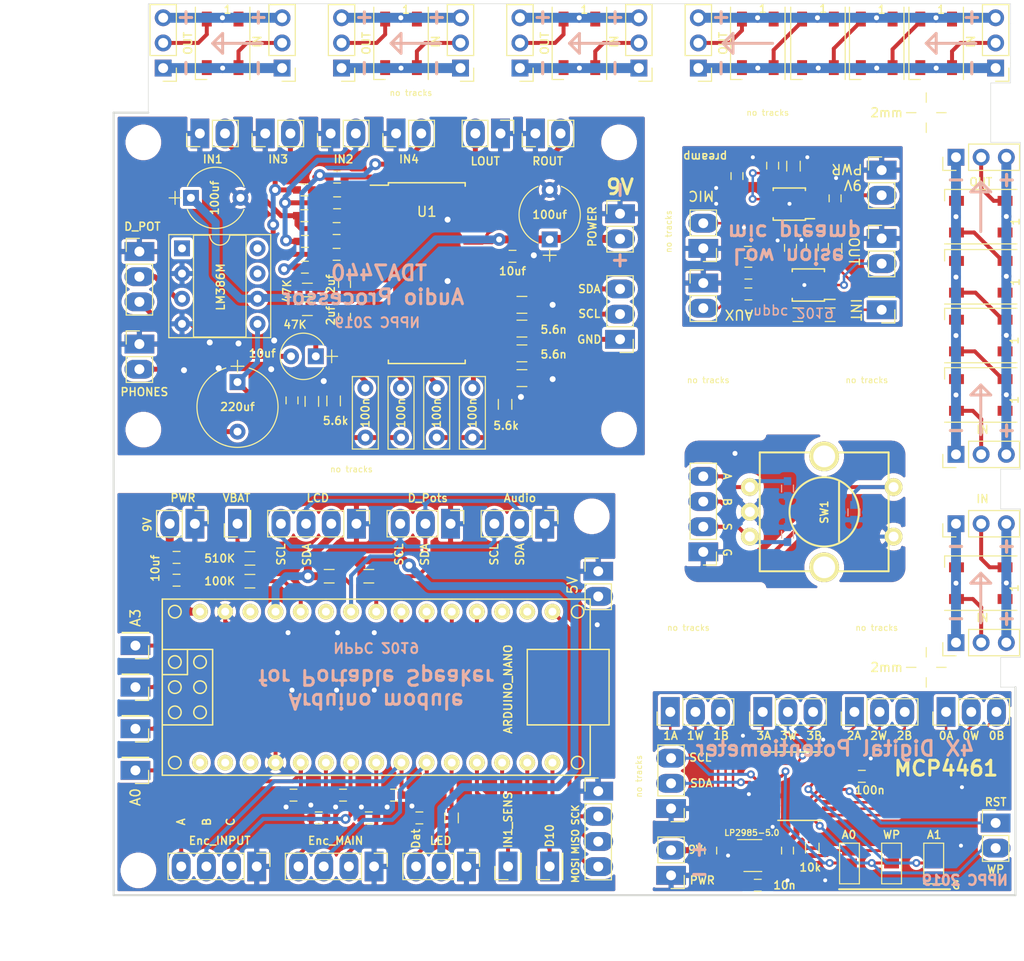
<source format=kicad_pcb>
(kicad_pcb (version 20171130) (host pcbnew 5.1.0)
  (layers (0 F.Cu signal) (31 B.Cu signal) (34 B.Paste user hide) (35 F.Paste user hide) (36 B.SilkS user) (37 F.SilkS user) (38 B.Mask user) (39 F.Mask user) (44 Edge.Cuts user))
  (net 0 "")
  (net 1 /IN4)
  (net 2 "Net-(C1-Pad1)")
  (net 3 /IN3)
  (net 4 "Net-(C2-Pad1)")
  (net 5 /IN2)
  (net 6 "Net-(C4-Pad1)")
  (net 7 /IN1)
  (net 8 "Net-(C5-Pad1)")
  (net 9 "Net-(C5-Pad2)")
  (net 10 "Net-(C6-Pad1)")
  (net 11 "Net-(C6-Pad2)")
  (net 12 "Net-(C7-Pad1)")
  (net 13 "Net-(C7-Pad2)")
  (net 14 "Net-(C8-Pad1)")
  (net 15 "Net-(C10-Pad2)")
  (net 16 "Net-(C9-Pad2)")
  (net 17 "Net-(C10-Pad1)")
  (net 18 "Net-(C11-Pad2)")
  (net 19 GNDA)
  (net 20 "Net-(C13-Pad2)")
  (net 21 /SDA)
  (net 22 /SCL)
  (net 23 /LOUT)
  (net 24 /ROUT)
  (net 25 +9V)
  (net 26 "Net-(U1-Pad17)")
  (net 27 "Net-(U1-Pad16)")
  (net 28 "Net-(C1-Pad2)")
  (net 29 /AUX)
  (net 30 "Net-(C14-Pad1)")
  (net 31 "Net-(C15-Pad1)")
  (net 32 "Net-(C16-Pad1)")
  (net 33 "Net-(C17-Pad1)")
  (net 34 "Net-(C18-Pad1)")
  (net 35 "Net-(C19-Pad1)")
  (net 36 "Net-(C20-Pad1)")
  (net 37 "Net-(C21-Pad1)")
  (net 38 "Net-(C23-Pad2)")
  (net 39 /GND)
  (net 40 "Net-(J10-Pad2)")
  (net 41 "Net-(U2-Pad8)")
  (net 42 "Net-(U2-Pad7)")
  (net 43 "Net-(U2-Pad1)")
  (net 44 "Net-(ARDUINO1-Pad1)")
  (net 45 GND)
  (net 46 "Net-(ARDUINO1-Pad2)")
  (net 47 "Net-(ARDUINO1-Pad28)")
  (net 48 "Net-(ARDUINO1-Pad3)")
  (net 49 VCC)
  (net 50 /VSENSE)
  (net 51 "Net-(ARDUINO1-Pad25)")
  (net 52 "Net-(ARDUINO1-Pad22)")
  (net 53 "Net-(ARDUINO1-Pad21)")
  (net 54 "Net-(ARDUINO1-Pad20)")
  (net 55 /LED)
  (net 56 "Net-(ARDUINO1-Pad19)")
  (net 57 /IN1_SENSE)
  (net 58 "Net-(ARDUINO1-Pad18)")
  (net 59 "Net-(ARDUINO1-Pad13)")
  (net 60 "Net-(ARDUINO1-Pad17)")
  (net 61 /MOSI)
  (net 62 /SCK)
  (net 63 /MISO)
  (net 64 "Net-(J10-Pad1)")
  (net 65 "Net-(J3-Pad3)")
  (net 66 /E0A)
  (net 67 /E1A)
  (net 68 /E0C)
  (net 69 /E1C)
  (net 70 /E0B)
  (net 71 /E1B)
  (net 72 "Net-(J2-Pad3)")
  (net 73 "Net-(J2-Pad2)")
  (net 74 "Net-(J2-Pad1)")
  (net 75 "Net-(J3-Pad2)")
  (net 76 "Net-(J3-Pad1)")
  (net 77 "Net-(J4-Pad1)")
  (net 78 "Net-(J4-Pad2)")
  (net 79 "Net-(J4-Pad3)")
  (net 80 "Net-(J5-Pad1)")
  (net 81 "Net-(J5-Pad2)")
  (net 82 "Net-(J5-Pad3)")
  (net 83 /WP)
  (net 84 /RST)
  (net 85 /A0)
  (net 86 /A1)
  (net 87 /BIAS)
  (net 88 "Net-(C3-Pad1)")
  (net 89 /AUX_IN)
  (net 90 /IN-)
  (net 91 /IN+)
  (net 92 /OUT)
  (net 93 /INT)
  (net 94 /G2)
  (net 95 /G1)
  (net 96 "Net-(U2-Pad4)")
  (net 97 "Net-(D1-Pad3)")
  (net 98 "Net-(D1-Pad4)")
  (net 99 "Net-(D1-Pad2)")
  (net 100 "Net-(D1-Pad1)")
  (net 101 "Net-(D2-Pad2)")
  (net 102 "Net-(D3-Pad2)")
  (net 103 "Net-(D4-Pad2)")
  (module Mounting_Holes:MountingHole_3mm (layer F.Cu) (at 143 103 180)
    (fp_text reference REF** hide)
    (fp_text value MountingHole_3mm)
    (pad "" np_thru_hole circle (at 0 0 180) (size 2 2) (drill 2) (layers *.Cu *.Mask))
  )
  (module Connector_PinHeader_2.54mm:PinHeader_1x03_P2.54mm_Vertical (layer F.Cu) (at 146 88.5 90)
    (fp_text reference J1 hide)
    (fp_text value IN (at 2.5 2.674999 180) (layer F.SilkS) (effects (font (size 0.8 0.8))))
    (pad 3 thru_hole oval (at 0 5.08 90) (size 1.7 1.7) (drill 1) (layers *.Cu *.Mask) (net 100 "Net-(D1-Pad1)"))
    (pad 2 thru_hole oval (at 0 2.54 90) (size 1.7 1.7) (drill 1) (layers *.Cu *.Mask) (net 98 "Net-(D1-Pad4)"))
    (pad 1 thru_hole rect (at 0 0 90) (size 1.7 1.7) (drill 1) (layers *.Cu *.Mask) (net 97 "Net-(D1-Pad3)"))
  )
  (module Mounting_Holes:MountingHole_3mm (layer F.Cu) (at 143 47 180)
    (fp_text reference REF** hide)
    (fp_text value MountingHole_3mm)
    (pad "" np_thru_hole circle (at 0 0 180) (size 2 2) (drill 2) (layers *.Cu *.Mask))
  )
  (module Mounting_Holes:MountingHole_3mm (layer F.Cu) (at 109.25 87.75 90)
    (fp_text reference REF** hide)
    (fp_text value MountingHole_3mm hide)
    (pad 1 np_thru_hole circle (at 0 0 90) (size 3 3) (drill 3) (layers *.Cu *.Mask))
  )
  (module Connector_PinHeader_2.54mm:PinHeader_1x03_P2.54mm_Vertical (layer F.Cu) (at 120 42.5 180)
    (fp_text reference J2 hide)
    (fp_text value OUT (at -2.5 2.5 270) (layer F.SilkS) (effects (font (size 0.8 0.8))))
    (pad 1 thru_hole rect (at 0 0 180) (size 1.7 1.7) (drill 1) (layers *.Cu *.Mask) (net 97 "Net-(D1-Pad3)"))
    (pad 2 thru_hole oval (at 0 2.54 180) (size 1.7 1.7) (drill 1) (layers *.Cu *.Mask) (net 103 "Net-(D4-Pad2)"))
    (pad 3 thru_hole oval (at 0 5.08 180) (size 1.7 1.7) (drill 1) (layers *.Cu *.Mask) (net 100 "Net-(D1-Pad1)"))
  )
  (module Connector_PinHeader_2.54mm:PinHeader_1x03_P2.54mm_Vertical (layer F.Cu) (at 150 42.5 180)
    (fp_text reference J1 hide)
    (fp_text value IN (at 2.5 2.674999 270) (layer F.SilkS) (effects (font (size 0.8 0.8))))
    (pad 3 thru_hole oval (at 0 5.08 180) (size 1.7 1.7) (drill 1) (layers *.Cu *.Mask) (net 100 "Net-(D1-Pad1)"))
    (pad 2 thru_hole oval (at 0 2.54 180) (size 1.7 1.7) (drill 1) (layers *.Cu *.Mask) (net 98 "Net-(D1-Pad4)"))
    (pad 1 thru_hole rect (at 0 0 180) (size 1.7 1.7) (drill 1) (layers *.Cu *.Mask) (net 97 "Net-(D1-Pad3)"))
  )
  (module LED_SMD:LED_WS2812B_PLCC4_5.0x5.0mm_P3.2mm (layer F.Cu) (at 126 40 270)
    (fp_text reference D4 hide)
    (fp_text value WS2812B)
    (fp_text user 1 (at -3.5 -0.5) (layer F.SilkS) (effects (font (size 0.8 0.8))))
    (pad 3 smd rect (at 2.45 1.6 270) (size 1.5 1) (layers F.Cu F.Paste F.Mask) (net 97 "Net-(D1-Pad3)"))
    (pad 4 smd rect (at 2.45 -1.6 270) (size 1.5 1) (layers F.Cu F.Paste F.Mask) (net 102 "Net-(D3-Pad2)"))
    (pad 2 smd rect (at -2.45 1.6 270) (size 1.5 1) (layers F.Cu F.Paste F.Mask) (net 103 "Net-(D4-Pad2)"))
    (pad 1 smd rect (at -2.45 -1.6 270) (size 1.5 1) (layers F.Cu F.Paste F.Mask) (net 100 "Net-(D1-Pad1)"))
  )
  (module LED_SMD:LED_WS2812B_PLCC4_5.0x5.0mm_P3.2mm (layer F.Cu) (at 132.069999 40 270)
    (fp_text reference D3 hide)
    (fp_text value WS2812B)
    (fp_text user 1 (at -3.5 -0.530001) (layer F.SilkS) (effects (font (size 0.8 0.8))))
    (pad 1 smd rect (at -2.45 -1.6 270) (size 1.5 1) (layers F.Cu F.Paste F.Mask) (net 100 "Net-(D1-Pad1)"))
    (pad 2 smd rect (at -2.45 1.6 270) (size 1.5 1) (layers F.Cu F.Paste F.Mask) (net 102 "Net-(D3-Pad2)"))
    (pad 4 smd rect (at 2.45 -1.6 270) (size 1.5 1) (layers F.Cu F.Paste F.Mask) (net 101 "Net-(D2-Pad2)"))
    (pad 3 smd rect (at 2.45 1.6 270) (size 1.5 1) (layers F.Cu F.Paste F.Mask) (net 97 "Net-(D1-Pad3)"))
  )
  (module LED_SMD:LED_WS2812B_PLCC4_5.0x5.0mm_P3.2mm (layer F.Cu) (at 138 40 270)
    (fp_text reference D2 hide)
    (fp_text value WS2812B)
    (fp_text user 1 (at -3.4 -0.5) (layer F.SilkS) (effects (font (size 0.8 0.8))))
    (pad 3 smd rect (at 2.45 1.6 270) (size 1.5 1) (layers F.Cu F.Paste F.Mask) (net 97 "Net-(D1-Pad3)"))
    (pad 4 smd rect (at 2.45 -1.6 270) (size 1.5 1) (layers F.Cu F.Paste F.Mask) (net 99 "Net-(D1-Pad2)"))
    (pad 2 smd rect (at -2.45 1.6 270) (size 1.5 1) (layers F.Cu F.Paste F.Mask) (net 101 "Net-(D2-Pad2)"))
    (pad 1 smd rect (at -2.45 -1.6 270) (size 1.5 1) (layers F.Cu F.Paste F.Mask) (net 100 "Net-(D1-Pad1)"))
  )
  (module LED_SMD:LED_WS2812B_PLCC4_5.0x5.0mm_P3.2mm (layer F.Cu) (at 144 40 270)
    (fp_text reference D1 hide)
    (fp_text value WS2812B)
    (fp_text user 1 (at -3.4 -0.5) (layer F.SilkS) (effects (font (size 0.8 0.8))))
    (pad 1 smd rect (at -2.45 -1.6 270) (size 1.5 1) (layers F.Cu F.Paste F.Mask) (net 100 "Net-(D1-Pad1)"))
    (pad 2 smd rect (at -2.45 1.6 270) (size 1.5 1) (layers F.Cu F.Paste F.Mask) (net 99 "Net-(D1-Pad2)"))
    (pad 4 smd rect (at 2.45 -1.6 270) (size 1.5 1) (layers F.Cu F.Paste F.Mask) (net 98 "Net-(D1-Pad4)"))
    (pad 3 smd rect (at 2.45 1.6 270) (size 1.5 1) (layers F.Cu F.Paste F.Mask) (net 97 "Net-(D1-Pad3)"))
  )
  (module Connector_PinHeader_2.54mm:PinHeader_1x03_P2.54mm_Vertical (layer F.Cu) (at 114 42.5 180)
    (fp_text reference J1 hide)
    (fp_text value IN (at 2.5 2.674999 270) (layer F.SilkS) (effects (font (size 0.8 0.8))))
    (pad 3 thru_hole oval (at 0 5.08 180) (size 1.7 1.7) (drill 1) (layers *.Cu *.Mask) (net 100 "Net-(D1-Pad1)"))
    (pad 2 thru_hole oval (at 0 2.54 180) (size 1.7 1.7) (drill 1) (layers *.Cu *.Mask) (net 98 "Net-(D1-Pad4)"))
    (pad 1 thru_hole rect (at 0 0 180) (size 1.7 1.7) (drill 1) (layers *.Cu *.Mask) (net 97 "Net-(D1-Pad3)"))
  )
  (module Connector_PinHeader_2.54mm:PinHeader_1x03_P2.54mm_Vertical (layer F.Cu) (at 102 42.5 180)
    (fp_text reference J2 hide)
    (fp_text value OUT (at -2.5 2.5 270) (layer F.SilkS) (effects (font (size 0.8 0.8))))
    (pad 1 thru_hole rect (at 0 0 180) (size 1.7 1.7) (drill 1) (layers *.Cu *.Mask) (net 97 "Net-(D1-Pad3)"))
    (pad 2 thru_hole oval (at 0 2.54 180) (size 1.7 1.7) (drill 1) (layers *.Cu *.Mask) (net 99 "Net-(D1-Pad2)"))
    (pad 3 thru_hole oval (at 0 5.08 180) (size 1.7 1.7) (drill 1) (layers *.Cu *.Mask) (net 100 "Net-(D1-Pad1)"))
  )
  (module LED_SMD:LED_WS2812B_PLCC4_5.0x5.0mm_P3.2mm (layer F.Cu) (at 108 40 270)
    (fp_text reference D1 hide)
    (fp_text value WS2812B)
    (fp_text user 1 (at -3.4 -0.5) (layer F.SilkS) (effects (font (size 0.8 0.8))))
    (pad 1 smd rect (at -2.45 -1.6 270) (size 1.5 1) (layers F.Cu F.Paste F.Mask) (net 100 "Net-(D1-Pad1)"))
    (pad 2 smd rect (at -2.45 1.6 270) (size 1.5 1) (layers F.Cu F.Paste F.Mask) (net 99 "Net-(D1-Pad2)"))
    (pad 4 smd rect (at 2.45 -1.6 270) (size 1.5 1) (layers F.Cu F.Paste F.Mask) (net 98 "Net-(D1-Pad4)"))
    (pad 3 smd rect (at 2.45 1.6 270) (size 1.5 1) (layers F.Cu F.Paste F.Mask) (net 97 "Net-(D1-Pad3)"))
  )
  (module LED_SMD:LED_WS2812B_PLCC4_5.0x5.0mm_P3.2mm (layer F.Cu) (at 90 40 270)
    (fp_text reference D1 hide)
    (fp_text value WS2812B)
    (fp_text user 1 (at -3.4 -0.5) (layer F.SilkS) (effects (font (size 0.8 0.8))))
    (pad 3 smd rect (at 2.45 1.6 270) (size 1.5 1) (layers F.Cu F.Paste F.Mask) (net 97 "Net-(D1-Pad3)"))
    (pad 4 smd rect (at 2.45 -1.6 270) (size 1.5 1) (layers F.Cu F.Paste F.Mask) (net 98 "Net-(D1-Pad4)"))
    (pad 2 smd rect (at -2.45 1.6 270) (size 1.5 1) (layers F.Cu F.Paste F.Mask) (net 99 "Net-(D1-Pad2)"))
    (pad 1 smd rect (at -2.45 -1.6 270) (size 1.5 1) (layers F.Cu F.Paste F.Mask) (net 100 "Net-(D1-Pad1)"))
  )
  (module Connector_PinHeader_2.54mm:PinHeader_1x03_P2.54mm_Vertical (layer F.Cu) (at 96 42.5 180)
    (fp_text reference J1 hide)
    (fp_text value IN (at 2.5 2.674999 270) (layer F.SilkS) (effects (font (size 0.8 0.8))))
    (pad 1 thru_hole rect (at 0 0 180) (size 1.7 1.7) (drill 1) (layers *.Cu *.Mask) (net 97 "Net-(D1-Pad3)"))
    (pad 2 thru_hole oval (at 0 2.54 180) (size 1.7 1.7) (drill 1) (layers *.Cu *.Mask) (net 98 "Net-(D1-Pad4)"))
    (pad 3 thru_hole oval (at 0 5.08 180) (size 1.7 1.7) (drill 1) (layers *.Cu *.Mask) (net 100 "Net-(D1-Pad1)"))
  )
  (module Connector_PinHeader_2.54mm:PinHeader_1x03_P2.54mm_Vertical (layer F.Cu) (at 84 42.5 180)
    (fp_text reference J2 hide)
    (fp_text value OUT (at -2.5 2.5 270) (layer F.SilkS) (effects (font (size 0.8 0.8))))
    (pad 3 thru_hole oval (at 0 5.08 180) (size 1.7 1.7) (drill 1) (layers *.Cu *.Mask) (net 100 "Net-(D1-Pad1)"))
    (pad 2 thru_hole oval (at 0 2.54 180) (size 1.7 1.7) (drill 1) (layers *.Cu *.Mask) (net 99 "Net-(D1-Pad2)"))
    (pad 1 thru_hole rect (at 0 0 180) (size 1.7 1.7) (drill 1) (layers *.Cu *.Mask) (net 97 "Net-(D1-Pad3)"))
  )
  (module Connector_PinHeader_2.54mm:PinHeader_1x03_P2.54mm_Vertical (layer F.Cu) (at 66 42.5 180)
    (fp_text reference J2 hide)
    (fp_text value OUT (at -2.5 2.5 270) (layer F.SilkS) (effects (font (size 0.8 0.8))))
    (pad 1 thru_hole rect (at 0 0 180) (size 1.7 1.7) (drill 1) (layers *.Cu *.Mask) (net 97 "Net-(D1-Pad3)"))
    (pad 2 thru_hole oval (at 0 2.54 180) (size 1.7 1.7) (drill 1) (layers *.Cu *.Mask) (net 99 "Net-(D1-Pad2)"))
    (pad 3 thru_hole oval (at 0 5.08 180) (size 1.7 1.7) (drill 1) (layers *.Cu *.Mask) (net 100 "Net-(D1-Pad1)"))
  )
  (module Connector_PinHeader_2.54mm:PinHeader_1x03_P2.54mm_Vertical (layer F.Cu) (at 78 42.5 180)
    (fp_text reference J1 hide)
    (fp_text value IN (at 2.5 2.674999 270) (layer F.SilkS) (effects (font (size 0.8 0.8))))
    (pad 3 thru_hole oval (at 0 5.08 180) (size 1.7 1.7) (drill 1) (layers *.Cu *.Mask) (net 100 "Net-(D1-Pad1)"))
    (pad 2 thru_hole oval (at 0 2.54 180) (size 1.7 1.7) (drill 1) (layers *.Cu *.Mask) (net 98 "Net-(D1-Pad4)"))
    (pad 1 thru_hole rect (at 0 0 180) (size 1.7 1.7) (drill 1) (layers *.Cu *.Mask) (net 97 "Net-(D1-Pad3)"))
  )
  (module LED_SMD:LED_WS2812B_PLCC4_5.0x5.0mm_P3.2mm (layer F.Cu) (at 72 40 270)
    (fp_text reference D1 hide)
    (fp_text value WS2812B)
    (fp_text user 1 (at -3.4 -0.5) (layer F.SilkS) (effects (font (size 0.8 0.8))))
    (pad 1 smd rect (at -2.45 -1.6 270) (size 1.5 1) (layers F.Cu F.Paste F.Mask) (net 100 "Net-(D1-Pad1)"))
    (pad 2 smd rect (at -2.45 1.6 270) (size 1.5 1) (layers F.Cu F.Paste F.Mask) (net 99 "Net-(D1-Pad2)"))
    (pad 4 smd rect (at 2.45 -1.6 270) (size 1.5 1) (layers F.Cu F.Paste F.Mask) (net 98 "Net-(D1-Pad4)"))
    (pad 3 smd rect (at 2.45 1.6 270) (size 1.5 1) (layers F.Cu F.Paste F.Mask) (net 97 "Net-(D1-Pad3)"))
  )
  (module LED_SMD:LED_WS2812B_PLCC4_5.0x5.0mm_P3.2mm (layer F.Cu) (at 148.5 75.5 180)
    (fp_text reference D1 hide)
    (fp_text value WS2812B)
    (fp_text user 1 (at -3.4 -0.5 270) (layer F.SilkS) (effects (font (size 0.8 0.8))))
    (pad 3 smd rect (at 2.45 1.6 180) (size 1.5 1) (layers F.Cu F.Paste F.Mask) (net 97 "Net-(D1-Pad3)"))
    (pad 4 smd rect (at 2.45 -1.6 180) (size 1.5 1) (layers F.Cu F.Paste F.Mask) (net 98 "Net-(D1-Pad4)"))
    (pad 2 smd rect (at -2.45 1.6 180) (size 1.5 1) (layers F.Cu F.Paste F.Mask) (net 99 "Net-(D1-Pad2)"))
    (pad 1 smd rect (at -2.45 -1.6 180) (size 1.5 1) (layers F.Cu F.Paste F.Mask) (net 100 "Net-(D1-Pad1)"))
  )
  (module LED_SMD:LED_WS2812B_PLCC4_5.0x5.0mm_P3.2mm (layer F.Cu) (at 148.5 69.5 180)
    (fp_text reference D2 hide)
    (fp_text value WS2812B)
    (fp_text user 1 (at -3.4 -0.5 270) (layer F.SilkS) (effects (font (size 0.8 0.8))))
    (pad 1 smd rect (at -2.45 -1.6 180) (size 1.5 1) (layers F.Cu F.Paste F.Mask) (net 100 "Net-(D1-Pad1)"))
    (pad 2 smd rect (at -2.45 1.6 180) (size 1.5 1) (layers F.Cu F.Paste F.Mask) (net 101 "Net-(D2-Pad2)"))
    (pad 4 smd rect (at 2.45 -1.6 180) (size 1.5 1) (layers F.Cu F.Paste F.Mask) (net 99 "Net-(D1-Pad2)"))
    (pad 3 smd rect (at 2.45 1.6 180) (size 1.5 1) (layers F.Cu F.Paste F.Mask) (net 97 "Net-(D1-Pad3)"))
  )
  (module LED_SMD:LED_WS2812B_PLCC4_5.0x5.0mm_P3.2mm (layer F.Cu) (at 148.5 63.569999 180)
    (fp_text reference D3 hide)
    (fp_text value WS2812B)
    (fp_text user 1 (at -3.5 -0.530001 270) (layer F.SilkS) (effects (font (size 0.8 0.8))))
    (pad 3 smd rect (at 2.45 1.6 180) (size 1.5 1) (layers F.Cu F.Paste F.Mask) (net 97 "Net-(D1-Pad3)"))
    (pad 4 smd rect (at 2.45 -1.6 180) (size 1.5 1) (layers F.Cu F.Paste F.Mask) (net 101 "Net-(D2-Pad2)"))
    (pad 2 smd rect (at -2.45 1.6 180) (size 1.5 1) (layers F.Cu F.Paste F.Mask) (net 102 "Net-(D3-Pad2)"))
    (pad 1 smd rect (at -2.45 -1.6 180) (size 1.5 1) (layers F.Cu F.Paste F.Mask) (net 100 "Net-(D1-Pad1)"))
  )
  (module LED_SMD:LED_WS2812B_PLCC4_5.0x5.0mm_P3.2mm (layer F.Cu) (at 148.5 57.5 180)
    (fp_text reference D4 hide)
    (fp_text value WS2812B)
    (fp_text user 1 (at -3.5 -0.5 270) (layer F.SilkS) (effects (font (size 0.8 0.8))))
    (pad 1 smd rect (at -2.45 -1.6 180) (size 1.5 1) (layers F.Cu F.Paste F.Mask) (net 100 "Net-(D1-Pad1)"))
    (pad 2 smd rect (at -2.45 1.6 180) (size 1.5 1) (layers F.Cu F.Paste F.Mask) (net 103 "Net-(D4-Pad2)"))
    (pad 4 smd rect (at 2.45 -1.6 180) (size 1.5 1) (layers F.Cu F.Paste F.Mask) (net 102 "Net-(D3-Pad2)"))
    (pad 3 smd rect (at 2.45 1.6 180) (size 1.5 1) (layers F.Cu F.Paste F.Mask) (net 97 "Net-(D1-Pad3)"))
  )
  (module Connector_PinHeader_2.54mm:PinHeader_1x03_P2.54mm_Vertical (layer F.Cu) (at 146 81.5 90)
    (fp_text reference J1 hide)
    (fp_text value IN (at 2.5 2.674999 180) (layer F.SilkS) (effects (font (size 0.8 0.8))))
    (pad 1 thru_hole rect (at 0 0 90) (size 1.7 1.7) (drill 1) (layers *.Cu *.Mask) (net 97 "Net-(D1-Pad3)"))
    (pad 2 thru_hole oval (at 0 2.54 90) (size 1.7 1.7) (drill 1) (layers *.Cu *.Mask) (net 98 "Net-(D1-Pad4)"))
    (pad 3 thru_hole oval (at 0 5.08 90) (size 1.7 1.7) (drill 1) (layers *.Cu *.Mask) (net 100 "Net-(D1-Pad1)"))
  )
  (module Connector_PinHeader_2.54mm:PinHeader_1x03_P2.54mm_Vertical (layer F.Cu) (at 146 51.5 90)
    (fp_text reference J2 hide)
    (fp_text value OUT (at -2.5 2.5 180) (layer F.SilkS) (effects (font (size 0.8 0.8))))
    (pad 3 thru_hole oval (at 0 5.08 90) (size 1.7 1.7) (drill 1) (layers *.Cu *.Mask) (net 100 "Net-(D1-Pad1)"))
    (pad 2 thru_hole oval (at 0 2.54 90) (size 1.7 1.7) (drill 1) (layers *.Cu *.Mask) (net 103 "Net-(D4-Pad2)"))
    (pad 1 thru_hole rect (at 0 0 90) (size 1.7 1.7) (drill 1) (layers *.Cu *.Mask) (net 97 "Net-(D1-Pad3)"))
  )
  (module Resistors_SMD:R_0603 (layer F.Cu) (at 74.75 94.3 180)
    (fp_text reference R4 hide)
    (fp_text value 100K (at 3.05 0 180) (layer F.SilkS) (effects (font (size 0.8 0.8))))
    (pad 2 smd rect (at 0.75 0 180) (size 0.5 0.9) (layers F.Cu F.Paste F.Mask) (net 45 GND))
    (pad 1 smd rect (at -0.75 0 180) (size 0.5 0.9) (layers F.Cu F.Paste F.Mask) (net 50 /VSENSE))
  )
  (module Resistors_SMD:R_0603 (layer F.Cu) (at 74.75 92)
    (fp_text reference R3 hide)
    (fp_text value 510K (at -3.05 0) (layer F.SilkS) (effects (font (size 0.8 0.8))))
    (pad 1 smd rect (at -0.75 0) (size 0.5 0.9) (layers F.Cu F.Paste F.Mask) (net 64 "Net-(J10-Pad1)"))
    (pad 2 smd rect (at 0.75 0) (size 0.5 0.9) (layers F.Cu F.Paste F.Mask) (net 50 /VSENSE))
  )
  (module KiCadCustomLibs:arduino_nano (layer F.Cu) (at 87.5 105)
    (fp_text reference ARDUINO1 hide)
    (fp_text value ARDUINO_NANO (at 13.3 0.2 -270) (layer F.SilkS) (effects (font (size 0.8 0.8))))
    (pad 30 thru_hole circle (at -17.78 -7.62) (size 1.5748 1.5748) (drill 0.8) (layers *.Cu *.Mask F.SilkS) (net 25 +9V))
    (pad 1 thru_hole circle (at -17.78 7.62) (size 1.5748 1.5748) (drill 0.8) (layers *.Cu *.Mask F.SilkS) (net 44 "Net-(ARDUINO1-Pad1)"))
    (pad 29 thru_hole circle (at -15.24 -7.62) (size 1.5748 1.5748) (drill 0.8) (layers *.Cu *.Mask F.SilkS) (net 45 GND))
    (pad 2 thru_hole circle (at -15.24 7.62) (size 1.5748 1.5748) (drill 0.8) (layers *.Cu *.Mask F.SilkS) (net 46 "Net-(ARDUINO1-Pad2)"))
    (pad 28 thru_hole circle (at -12.7 -7.62) (size 1.5748 1.5748) (drill 0.8) (layers *.Cu *.Mask F.SilkS) (net 47 "Net-(ARDUINO1-Pad28)"))
    (pad 3 thru_hole circle (at -12.7 7.62) (size 1.5748 1.5748) (drill 0.8) (layers *.Cu *.Mask F.SilkS) (net 48 "Net-(ARDUINO1-Pad3)"))
    (pad 27 thru_hole circle (at -10.16 -7.62) (size 1.5748 1.5748) (drill 0.8) (layers *.Cu *.Mask F.SilkS) (net 49 VCC))
    (pad 4 thru_hole circle (at -10.16 7.62) (size 1.5748 1.5748) (drill 0.8) (layers *.Cu *.Mask F.SilkS) (net 45 GND))
    (pad 26 thru_hole circle (at -7.62 -7.62) (size 1.5748 1.5748) (drill 0.8) (layers *.Cu *.Mask F.SilkS) (net 50 /VSENSE))
    (pad 5 thru_hole circle (at -7.62 7.62) (size 1.5748 1.5748) (drill 0.8) (layers *.Cu *.Mask F.SilkS) (net 66 /E0A))
    (pad 25 thru_hole circle (at -5.08 -7.62) (size 1.5748 1.5748) (drill 0.8) (layers *.Cu *.Mask F.SilkS) (net 51 "Net-(ARDUINO1-Pad25)"))
    (pad 6 thru_hole circle (at -5.08 7.62) (size 1.5748 1.5748) (drill 0.8) (layers *.Cu *.Mask F.SilkS) (net 67 /E1A))
    (pad 24 thru_hole circle (at -2.54 -7.62) (size 1.5748 1.5748) (drill 0.8) (layers *.Cu *.Mask F.SilkS) (net 22 /SCL))
    (pad 7 thru_hole circle (at -2.54 7.62) (size 1.5748 1.5748) (drill 0.8) (layers *.Cu *.Mask F.SilkS) (net 68 /E0C))
    (pad 23 thru_hole circle (at 0 -7.62) (size 1.5748 1.5748) (drill 0.8) (layers *.Cu *.Mask F.SilkS) (net 21 /SDA))
    (pad 8 thru_hole circle (at 0 7.62) (size 1.5748 1.5748) (drill 0.8) (layers *.Cu *.Mask F.SilkS) (net 69 /E1C))
    (pad 22 thru_hole circle (at 2.54 -7.62) (size 1.5748 1.5748) (drill 0.8) (layers *.Cu *.Mask F.SilkS) (net 52 "Net-(ARDUINO1-Pad22)"))
    (pad 9 thru_hole circle (at 2.54 7.62) (size 1.5748 1.5748) (drill 0.8) (layers *.Cu *.Mask F.SilkS) (net 70 /E0B))
    (pad 21 thru_hole circle (at 5.08 -7.62) (size 1.5748 1.5748) (drill 0.8) (layers *.Cu *.Mask F.SilkS) (net 53 "Net-(ARDUINO1-Pad21)"))
    (pad 10 thru_hole circle (at 5.08 7.62) (size 1.5748 1.5748) (drill 0.8) (layers *.Cu *.Mask F.SilkS) (net 71 /E1B))
    (pad 20 thru_hole circle (at 7.62 -7.62) (size 1.5748 1.5748) (drill 0.8) (layers *.Cu *.Mask F.SilkS) (net 54 "Net-(ARDUINO1-Pad20)"))
    (pad 11 thru_hole circle (at 7.62 7.62) (size 1.5748 1.5748) (drill 0.8) (layers *.Cu *.Mask F.SilkS) (net 55 /LED))
    (pad 19 thru_hole circle (at 10.16 -7.62) (size 1.5748 1.5748) (drill 0.8) (layers *.Cu *.Mask F.SilkS) (net 56 "Net-(ARDUINO1-Pad19)"))
    (pad 12 thru_hole circle (at 10.16 7.62) (size 1.5748 1.5748) (drill 0.8) (layers *.Cu *.Mask F.SilkS) (net 57 /IN1_SENSE))
    (pad 18 thru_hole circle (at 12.7 -7.62) (size 1.5748 1.5748) (drill 0.8) (layers *.Cu *.Mask F.SilkS) (net 58 "Net-(ARDUINO1-Pad18)"))
    (pad 13 thru_hole circle (at 12.7 7.62) (size 1.5748 1.5748) (drill 0.8) (layers *.Cu *.Mask F.SilkS) (net 59 "Net-(ARDUINO1-Pad13)"))
    (pad 17 thru_hole circle (at 15.24 -7.62) (size 1.5748 1.5748) (drill 0.8) (layers *.Cu *.Mask F.SilkS) (net 60 "Net-(ARDUINO1-Pad17)"))
    (pad 14 thru_hole circle (at 15.24 7.62) (size 1.5748 1.5748) (drill 0.8) (layers *.Cu *.Mask F.SilkS) (net 61 /MOSI))
    (pad 16 thru_hole circle (at 17.78 -7.62) (size 1.5748 1.5748) (drill 0.8) (layers *.Cu *.Mask F.SilkS) (net 62 /SCK))
    (pad 15 thru_hole circle (at 17.78 7.62) (size 1.5748 1.5748) (drill 0.8) (layers *.Cu *.Mask F.SilkS) (net 63 /MISO))
  )
  (module Capacitors_SMD:C_0603 (layer F.Cu) (at 86.75 118.2 180)
    (fp_text reference C1 hide)
    (fp_text value 10n)
    (pad 2 smd rect (at 0.75 0 180) (size 0.8 0.75) (layers F.Cu F.Paste F.Mask) (net 45 GND))
    (pad 1 smd rect (at -0.75 0 180) (size 0.8 0.75) (layers F.Cu F.Paste F.Mask) (net 69 /E1C))
  )
  (module Capacitors_SMD:C_0603 (layer F.Cu) (at 91.85 118.2 180)
    (fp_text reference C2 hide)
    (fp_text value 10n)
    (pad 2 smd rect (at 0.75 0 180) (size 0.8 0.75) (layers F.Cu F.Paste F.Mask) (net 45 GND))
    (pad 1 smd rect (at -0.75 0 180) (size 0.8 0.75) (layers F.Cu F.Paste F.Mask) (net 71 /E1B))
  )
  (module Capacitors_SMD:C_0603 (layer F.Cu) (at 81.7 118.2 180)
    (fp_text reference C3 hide)
    (fp_text value 10n)
    (pad 1 smd rect (at -0.75 0 180) (size 0.8 0.75) (layers F.Cu F.Paste F.Mask) (net 67 /E1A))
    (pad 2 smd rect (at 0.75 0 180) (size 0.8 0.75) (layers F.Cu F.Paste F.Mask) (net 45 GND))
  )
  (module Capacitors_SMD:C_0603 (layer F.Cu) (at 89.3 115.9 180)
    (fp_text reference C4 hide)
    (fp_text value 10n)
    (pad 1 smd rect (at -0.75 0 180) (size 0.8 0.75) (layers F.Cu F.Paste F.Mask) (net 70 /E0B))
    (pad 2 smd rect (at 0.75 0 180) (size 0.8 0.75) (layers F.Cu F.Paste F.Mask) (net 45 GND))
  )
  (module Capacitors_SMD:C_0603 (layer F.Cu) (at 79.15 115.9 180)
    (fp_text reference C5 hide)
    (fp_text value 10n)
    (pad 2 smd rect (at 0.75 0 180) (size 0.8 0.75) (layers F.Cu F.Paste F.Mask) (net 45 GND))
    (pad 1 smd rect (at -0.75 0 180) (size 0.8 0.75) (layers F.Cu F.Paste F.Mask) (net 66 /E0A))
  )
  (module Capacitors_SMD:C_0603 (layer F.Cu) (at 84.15 115.9 180)
    (fp_text reference C6 hide)
    (fp_text value 10n)
    (pad 1 smd rect (at -0.75 0 180) (size 0.8 0.75) (layers F.Cu F.Paste F.Mask) (net 68 /E0C))
    (pad 2 smd rect (at 0.75 0 180) (size 0.8 0.75) (layers F.Cu F.Paste F.Mask) (net 45 GND))
  )
  (module Capacitors_SMD:C_0603 (layer F.Cu) (at 67.35 94.2)
    (fp_text reference C7 hide)
    (fp_text value 10uf (at -2.15 -1.2 -270) (layer F.SilkS) (effects (font (size 0.8 0.8))))
    (pad 1 smd rect (at -0.75 0) (size 0.8 0.75) (layers F.Cu F.Paste F.Mask) (net 25 +9V))
    (pad 2 smd rect (at 0.75 0) (size 0.8 0.75) (layers F.Cu F.Paste F.Mask) (net 45 GND))
  )
  (module Capacitors_SMD:C_0603 (layer F.Cu) (at 67.35 91.9)
    (fp_text reference C8 hide)
    (fp_text value 10uf)
    (pad 2 smd rect (at 0.75 0) (size 0.8 0.75) (layers F.Cu F.Paste F.Mask) (net 45 GND))
    (pad 1 smd rect (at -0.75 0) (size 0.8 0.75) (layers F.Cu F.Paste F.Mask) (net 25 +9V))
  )
  (module KiCadCustomLibs:Conn_1x04_2.54mm (layer F.Cu) (at 75.44 123.1 270)
    (fp_text reference J1 hide)
    (fp_text value Enc_MAIN (at -2.6 -7.96 180) (layer F.SilkS) (effects (font (size 0.8 0.8))))
    (pad 4 thru_hole oval (at 0 7.62 270) (size 3 1.9) (drill 1) (layers *.Cu *.Mask) (net 66 /E0A))
    (pad 3 thru_hole oval (at 0 5.08 270) (size 3 1.9) (drill 1) (layers *.Cu *.Mask) (net 70 /E0B))
    (pad 2 thru_hole oval (at 0 2.54 270) (size 3 1.9) (drill 1) (layers *.Cu *.Mask) (net 68 /E0C))
    (pad 1 thru_hole rect (at 0 0 270) (size 3 1.9) (drill 1) (layers *.Cu *.Mask) (net 45 GND))
  )
  (module KiCadCustomLibs:Conn_1x04_2.54mm (layer F.Cu) (at 87.28 123.1 270)
    (fp_text reference J2 hide)
    (fp_text value Enc_INPUT (at -2.6 15.58) (layer F.SilkS) (effects (font (size 0.8 0.8))))
    (pad 1 thru_hole rect (at 0 0 270) (size 3 1.9) (drill 1) (layers *.Cu *.Mask) (net 45 GND))
    (pad 2 thru_hole oval (at 0 2.54 270) (size 3 1.9) (drill 1) (layers *.Cu *.Mask) (net 69 /E1C))
    (pad 3 thru_hole oval (at 0 5.08 270) (size 3 1.9) (drill 1) (layers *.Cu *.Mask) (net 71 /E1B))
    (pad 4 thru_hole oval (at 0 7.62 270) (size 3 1.9) (drill 1) (layers *.Cu *.Mask) (net 67 /E1A))
  )
  (module KiCadCustomLibs:Conn_1x03_2.54mm (layer F.Cu) (at 96.6 123.1 270)
    (fp_text reference J3 hide)
    (fp_text value LED (at -2.6 2.6) (layer F.SilkS) (effects (font (size 0.8 0.8))))
    (pad 3 thru_hole oval (at 0 5.08 270) (size 3 1.9) (drill 1) (layers *.Cu *.Mask) (net 65 "Net-(J3-Pad3)"))
    (pad 2 thru_hole oval (at 0 2.54 270) (size 3 1.9) (drill 1) (layers *.Cu *.Mask) (net 49 VCC))
    (pad 1 thru_hole rect (at 0 0 270) (size 3 1.9) (drill 1) (layers *.Cu *.Mask) (net 45 GND))
  )
  (module KiCadCustomLibs:Conn_1x01_2.54mm (layer F.Cu) (at 105 123.1 90)
    (fp_text reference J4 hide)
    (fp_text value D10 (at 3.1 0 90) (layer F.SilkS) (effects (font (size 0.8 0.8))))
    (pad 1 thru_hole rect (at 0 0 90) (size 3 1.9) (drill 1) (layers *.Cu *.Mask) (net 59 "Net-(ARDUINO1-Pad13)"))
  )
  (module KiCadCustomLibs:Conn_1x04_2.54mm (layer F.Cu) (at 109.9 115.5)
    (fp_text reference J9 hide)
    (fp_text value SPI hide)
    (pad 4 thru_hole oval (at 0 7.62) (size 3 1.9) (drill 1) (layers *.Cu *.Mask) (net 61 /MOSI))
    (pad 3 thru_hole oval (at 0 5.08) (size 3 1.9) (drill 1) (layers *.Cu *.Mask) (net 63 /MISO))
    (pad 2 thru_hole oval (at 0 2.54) (size 3 1.9) (drill 1) (layers *.Cu *.Mask) (net 62 /SCK))
    (pad 1 thru_hole rect (at 0 0) (size 3 1.9) (drill 1) (layers *.Cu *.Mask) (net 45 GND))
  )
  (module KiCadCustomLibs:Conn_1x01_2.54mm (layer F.Cu) (at 73.5 88.5 90)
    (fp_text reference J10 hide)
    (fp_text value VBAT (at 2.6 -0.1 180) (layer F.SilkS) (effects (font (size 0.8 0.8))))
    (pad 1 thru_hole rect (at 0 0 90) (size 3 1.9) (drill 1) (layers *.Cu *.Mask) (net 64 "Net-(J10-Pad1)"))
  )
  (module KiCadCustomLibs:Conn_1x03_2.54mm (layer F.Cu) (at 104.5 88.5 270)
    (fp_text reference J11 hide)
    (fp_text value Audio (at -2.6 2.5) (layer F.SilkS) (effects (font (size 0.8 0.8))))
    (pad 1 thru_hole rect (at 0 0 270) (size 3 1.9) (drill 1) (layers *.Cu *.Mask) (net 45 GND))
    (pad 2 thru_hole oval (at 0 2.54 270) (size 3 1.9) (drill 1) (layers *.Cu *.Mask) (net 21 /SDA))
    (pad 3 thru_hole oval (at 0 5.08 270) (size 3 1.9) (drill 1) (layers *.Cu *.Mask) (net 22 /SCL))
  )
  (module KiCadCustomLibs:Conn_1x04_2.54mm (layer F.Cu) (at 85.5 88.5 270)
    (fp_text reference J12 hide)
    (fp_text value LCD (at -2.6 3.9) (layer F.SilkS) (effects (font (size 0.8 0.8))))
    (pad 4 thru_hole oval (at 0 7.62 270) (size 3 1.9) (drill 1) (layers *.Cu *.Mask) (net 22 /SCL))
    (pad 3 thru_hole oval (at 0 5.08 270) (size 3 1.9) (drill 1) (layers *.Cu *.Mask) (net 21 /SDA))
    (pad 2 thru_hole oval (at 0 2.54 270) (size 3 1.9) (drill 1) (layers *.Cu *.Mask) (net 49 VCC))
    (pad 1 thru_hole rect (at 0 0 270) (size 3 1.9) (drill 1) (layers *.Cu *.Mask) (net 45 GND))
  )
  (module KiCadCustomLibs:Conn_1x02_2.54mm (layer F.Cu) (at 69.2 88.5 270)
    (fp_text reference J14 hide)
    (fp_text value PWR (at -2.6 1.2) (layer F.SilkS) (effects (font (size 0.8 0.8))))
    (pad 2 thru_hole oval (at 0 2.54 270) (size 3 1.9) (drill 1) (layers *.Cu *.Mask) (net 25 +9V))
    (pad 1 thru_hole rect (at 0 0 270) (size 3 1.9) (drill 1) (layers *.Cu *.Mask) (net 45 GND))
  )
  (module Resistors_SMD:R_0603 (layer F.Cu) (at 82.75 93.8)
    (fp_text reference R1 hide)
    (fp_text value 3K)
    (pad 2 smd rect (at 0.75 0) (size 0.5 0.9) (layers F.Cu F.Paste F.Mask) (net 22 /SCL))
    (pad 1 smd rect (at -0.75 0) (size 0.5 0.9) (layers F.Cu F.Paste F.Mask) (net 49 VCC))
  )
  (module Resistors_SMD:R_0603 (layer F.Cu) (at 86.75 93.8)
    (fp_text reference R2 hide)
    (fp_text value 3K)
    (pad 1 smd rect (at -0.75 0) (size 0.5 0.9) (layers F.Cu F.Paste F.Mask) (net 49 VCC))
    (pad 2 smd rect (at 0.75 0) (size 0.5 0.9) (layers F.Cu F.Paste F.Mask) (net 21 /SDA))
  )
  (module KiCadCustomLibs:Conn_1x03_2.54mm (layer F.Cu) (at 95 88.5 270)
    (fp_text reference J13 hide)
    (fp_text value D_Pots (at -2.6 2.3) (layer F.SilkS) (effects (font (size 0.8 0.8))))
    (pad 3 thru_hole oval (at 0 5.08 270) (size 3 1.9) (drill 1) (layers *.Cu *.Mask) (net 22 /SCL))
    (pad 2 thru_hole oval (at 0 2.54 270) (size 3 1.9) (drill 1) (layers *.Cu *.Mask) (net 21 /SDA))
    (pad 1 thru_hole rect (at 0 0 270) (size 3 1.9) (drill 1) (layers *.Cu *.Mask) (net 45 GND))
  )
  (module KiCadCustomLibs:Conn_1x01_2.54mm (layer F.Cu) (at 100.8 123.1 90)
    (fp_text reference J15 hide)
    (fp_text value IN1_SENS (at 4.7 0 90) (layer F.SilkS) (effects (font (size 0.8 0.8))))
    (pad 1 thru_hole rect (at 0 0 90) (size 3 1.9) (drill 1) (layers *.Cu *.Mask) (net 57 /IN1_SENSE))
  )
  (module KiCadCustomLibs:Conn_1x01_2.54mm (layer F.Cu) (at 63.2 100.8 180)
    (fp_text reference J5 hide)
    (fp_text value A3 (at 0 2.8 270) (layer F.SilkS))
    (pad 1 thru_hole rect (at 0 0 180) (size 3 1.9) (drill 1) (layers *.Cu *.Mask) (net 52 "Net-(ARDUINO1-Pad22)"))
  )
  (module KiCadCustomLibs:Conn_1x01_2.54mm (layer F.Cu) (at 63.2 105 180)
    (fp_text reference J6 hide)
    (fp_text value A2 hide)
    (pad 1 thru_hole rect (at 0 0 180) (size 3 1.9) (drill 1) (layers *.Cu *.Mask) (net 53 "Net-(ARDUINO1-Pad21)"))
  )
  (module KiCadCustomLibs:Conn_1x01_2.54mm (layer F.Cu) (at 63.2 109.2 180)
    (fp_text reference J7 hide)
    (fp_text value A1 hide)
    (pad 1 thru_hole rect (at 0 0 180) (size 3 1.9) (drill 1) (layers *.Cu *.Mask) (net 54 "Net-(ARDUINO1-Pad20)"))
  )
  (module KiCadCustomLibs:Conn_1x01_2.54mm (layer F.Cu) (at 63.2 113.4 180)
    (fp_text reference J8 hide)
    (fp_text value A0 (at 0 -2.7 270) (layer F.SilkS))
    (pad 1 thru_hole rect (at 0 0 180) (size 3 1.9) (drill 1) (layers *.Cu *.Mask) (net 56 "Net-(ARDUINO1-Pad19)"))
  )
  (module Resistors_SMD:R_0603 (layer F.Cu) (at 95.1 118.2 90)
    (fp_text reference R5 hide)
    (fp_text value 470)
    (pad 2 smd rect (at 0.75 0 90) (size 0.5 0.9) (layers F.Cu F.Paste F.Mask) (net 55 /LED))
    (pad 1 smd rect (at -0.75 0 90) (size 0.5 0.9) (layers F.Cu F.Paste F.Mask) (net 65 "Net-(J3-Pad3)"))
  )
  (module Mounting_Holes:MountingHole_3mm (layer F.Cu) (at 63.5 123.5 90)
    (fp_text reference REF** hide)
    (fp_text value MountingHole_3mm)
    (pad 1 np_thru_hole circle (at 0 0 90) (size 3 3) (drill 3) (layers *.Cu *.Mask))
  )
  (module KiCadCustomLibs:Conn_1x02_2.54mm (layer F.Cu) (at 109.9 93.3)
    (fp_text reference J16 hide)
    (fp_text value 5V (at -2.6 1.4 -270) (layer F.SilkS))
    (pad 2 thru_hole oval (at 0 2.54) (size 3 1.9) (drill 1) (layers *.Cu *.Mask) (net 49 VCC))
    (pad 1 thru_hole rect (at 0 0) (size 3 1.9) (drill 1) (layers *.Cu *.Mask) (net 45 GND))
  )
  (module Capacitors_SMD:C_0603 (layer F.Cu) (at 121.25 121.5 270)
    (fp_text reference C1 hide)
    (fp_text value 2uf)
    (pad 1 smd rect (at -0.75 0 270) (size 0.8 0.75) (layers F.Cu F.Paste F.Mask) (net 25 +9V))
    (pad 2 smd rect (at 0.75 0 270) (size 0.8 0.75) (layers F.Cu F.Paste F.Mask) (net 45 GND))
  )
  (module Capacitors_SMD:C_0603 (layer F.Cu) (at 126 125 180)
    (fp_text reference C2 hide)
    (fp_text value 10n (at -2.7 0 180) (layer F.SilkS) (effects (font (size 0.8 0.8))))
    (pad 1 smd rect (at -0.75 0 180) (size 0.8 0.75) (layers F.Cu F.Paste F.Mask) (net 4 "Net-(C2-Pad1)"))
    (pad 2 smd rect (at 0.75 0 180) (size 0.8 0.75) (layers F.Cu F.Paste F.Mask) (net 45 GND))
  )
  (module Capacitors_SMD:C_0603 (layer F.Cu) (at 129 121.5 270)
    (fp_text reference C3 hide)
    (fp_text value 10uf)
    (pad 2 smd rect (at 0.75 0 270) (size 0.8 0.75) (layers F.Cu F.Paste F.Mask) (net 45 GND))
    (pad 1 smd rect (at -0.75 0 270) (size 0.8 0.75) (layers F.Cu F.Paste F.Mask) (net 49 VCC))
  )
  (module KiCadCustomLibs:Conn_1x03_2.54mm (layer F.Cu) (at 117.25 117.25 180)
    (fp_text reference J1 hide)
    (fp_text value i2c hide)
    (pad 3 thru_hole oval (at 0 5.08 180) (size 3 1.9) (drill 1) (layers *.Cu *.Mask) (net 22 /SCL))
    (pad 2 thru_hole oval (at 0 2.54 180) (size 3 1.9) (drill 1) (layers *.Cu *.Mask) (net 21 /SDA))
    (pad 1 thru_hole rect (at 0 0 180) (size 3 1.9) (drill 1) (layers *.Cu *.Mask) (net 45 GND))
  )
  (module KiCadCustomLibs:Conn_1x03_2.54mm (layer F.Cu) (at 126.5 107.5 90)
    (fp_text reference J2 hide)
    (fp_text value 3 hide)
    (pad 3 thru_hole oval (at 0 5.08 90) (size 3 1.9) (drill 1) (layers *.Cu *.Mask) (net 72 "Net-(J2-Pad3)"))
    (pad 2 thru_hole oval (at 0 2.54 90) (size 3 1.9) (drill 1) (layers *.Cu *.Mask) (net 73 "Net-(J2-Pad2)"))
    (pad 1 thru_hole rect (at 0 0 90) (size 3 1.9) (drill 1) (layers *.Cu *.Mask) (net 74 "Net-(J2-Pad1)"))
  )
  (module KiCadCustomLibs:Conn_1x03_2.54mm (layer F.Cu) (at 117.17 107.5 90)
    (fp_text reference J3 hide)
    (fp_text value 1 hide)
    (pad 3 thru_hole oval (at 0 5.08 90) (size 3 1.9) (drill 1) (layers *.Cu *.Mask) (net 65 "Net-(J3-Pad3)"))
    (pad 2 thru_hole oval (at 0 2.54 90) (size 3 1.9) (drill 1) (layers *.Cu *.Mask) (net 75 "Net-(J3-Pad2)"))
    (pad 1 thru_hole rect (at 0 0 90) (size 3 1.9) (drill 1) (layers *.Cu *.Mask) (net 76 "Net-(J3-Pad1)"))
  )
  (module KiCadCustomLibs:Conn_1x03_2.54mm (layer F.Cu) (at 135.75 107.5 90)
    (fp_text reference J4 hide)
    (fp_text value 2 hide)
    (pad 1 thru_hole rect (at 0 0 90) (size 3 1.9) (drill 1) (layers *.Cu *.Mask) (net 77 "Net-(J4-Pad1)"))
    (pad 2 thru_hole oval (at 0 2.54 90) (size 3 1.9) (drill 1) (layers *.Cu *.Mask) (net 78 "Net-(J4-Pad2)"))
    (pad 3 thru_hole oval (at 0 5.08 90) (size 3 1.9) (drill 1) (layers *.Cu *.Mask) (net 79 "Net-(J4-Pad3)"))
  )
  (module KiCadCustomLibs:Conn_1x03_2.54mm (layer F.Cu) (at 145 107.5 90)
    (fp_text reference J5 hide)
    (fp_text value 0 hide)
    (pad 1 thru_hole rect (at 0 0 90) (size 3 1.9) (drill 1) (layers *.Cu *.Mask) (net 80 "Net-(J5-Pad1)"))
    (pad 2 thru_hole oval (at 0 2.54 90) (size 3 1.9) (drill 1) (layers *.Cu *.Mask) (net 81 "Net-(J5-Pad2)"))
    (pad 3 thru_hole oval (at 0 5.08 90) (size 3 1.9) (drill 1) (layers *.Cu *.Mask) (net 82 "Net-(J5-Pad3)"))
  )
  (module KiCadCustomLibs:Conn_1x02_2.54mm (layer F.Cu) (at 150 118.71)
    (fp_text reference J6 hide)
    (fp_text value Conn_01x02 hide)
    (pad 2 thru_hole oval (at 0 2.54) (size 3 1.9) (drill 1) (layers *.Cu *.Mask) (net 83 /WP))
    (pad 1 thru_hole rect (at 0 0) (size 3 1.9) (drill 1) (layers *.Cu *.Mask) (net 84 /RST))
  )
  (module KiCadCustomLibs:Conn_1x02_2.54mm (layer F.Cu) (at 117.25 124 180)
    (fp_text reference J7 hide)
    (fp_text value PWR hide)
    (pad 1 thru_hole rect (at 0 0 180) (size 3 1.9) (drill 1) (layers *.Cu *.Mask) (net 45 GND))
    (pad 2 thru_hole oval (at 0 2.54 180) (size 3 1.9) (drill 1) (layers *.Cu *.Mask) (net 25 +9V))
  )
  (module Jumper:SolderJumper-3_P1.3mm_Open_Pad1.0x1.5mm_NumberLabels (layer F.Cu) (at 135.25 122.8 270)
    (fp_text reference JP1 hide)
    (fp_text value A0)
    (pad 3 smd rect (at 1.3 0 270) (size 1 1.5) (layers F.Cu F.Mask) (net 45 GND))
    (pad 2 smd rect (at 0 0 270) (size 1 1.5) (layers F.Cu F.Mask) (net 85 /A0))
    (pad 1 smd rect (at -1.3 0 270) (size 1 1.5) (layers F.Cu F.Mask) (net 49 VCC))
  )
  (module Jumper:SolderJumper-3_P1.3mm_Open_Pad1.0x1.5mm_NumberLabels (layer F.Cu) (at 143.75 122.8 270)
    (fp_text reference JP2 hide)
    (fp_text value A1)
    (pad 1 smd rect (at -1.3 0 270) (size 1 1.5) (layers F.Cu F.Mask) (net 49 VCC))
    (pad 2 smd rect (at 0 0 270) (size 1 1.5) (layers F.Cu F.Mask) (net 86 /A1))
    (pad 3 smd rect (at 1.3 0 270) (size 1 1.5) (layers F.Cu F.Mask) (net 45 GND))
  )
  (module Jumper:SolderJumper-3_P1.3mm_Open_Pad1.0x1.5mm_NumberLabels (layer F.Cu) (at 139.5 122.8 270)
    (fp_text reference JP3 hide)
    (fp_text value WP)
    (pad 3 smd rect (at 1.3 0 270) (size 1 1.5) (layers F.Cu F.Mask) (net 45 GND))
    (pad 2 smd rect (at 0 0 270) (size 1 1.5) (layers F.Cu F.Mask) (net 83 /WP))
    (pad 1 smd rect (at -1.3 0 270) (size 1 1.5) (layers F.Cu F.Mask) (net 49 VCC))
  )
  (module Resistors_SMD:R_0603 (layer F.Cu) (at 131.5 121.25 90)
    (fp_text reference R1 hide)
    (fp_text value 10k (at -1.95 -0.2 180) (layer F.SilkS) (effects (font (size 0.8 0.8))))
    (pad 2 smd rect (at 0.75 0 90) (size 0.5 0.9) (layers F.Cu F.Paste F.Mask) (net 84 /RST))
    (pad 1 smd rect (at -0.75 0 90) (size 0.5 0.9) (layers F.Cu F.Paste F.Mask) (net 49 VCC))
  )
  (module TO_SOT_Packages_SMD:SOT-23-5 (layer F.Cu) (at 125.5 122)
    (fp_text reference U1 hide)
    (fp_text value LP2985-5.0 (at -0.1 -2.3) (layer F.SilkS) (effects (font (size 0.6 0.6) (thickness 0.12))))
    (pad 5 smd rect (at 1.1 -0.95) (size 1.06 0.65) (layers F.Cu F.Paste F.Mask) (net 49 VCC))
    (pad 4 smd rect (at 1.1 0.95) (size 1.06 0.65) (layers F.Cu F.Paste F.Mask) (net 4 "Net-(C2-Pad1)"))
    (pad 3 smd rect (at -1.1 0.95) (size 1.06 0.65) (layers F.Cu F.Paste F.Mask) (net 25 +9V))
    (pad 2 smd rect (at -1.1 0) (size 1.06 0.65) (layers F.Cu F.Paste F.Mask) (net 45 GND))
    (pad 1 smd rect (at -1.1 -0.95) (size 1.06 0.65) (layers F.Cu F.Paste F.Mask) (net 25 +9V))
  )
  (module Housings_SSOP:TSSOP-20_4.4x6.5mm_Pitch0.65mm (layer F.Cu) (at 130.25 115)
    (fp_text reference U2 hide)
    (fp_text value IC20)
    (pad 20 smd rect (at 2.95 -2.925) (size 1.45 0.45) (layers F.Cu F.Paste F.Mask) (net 77 "Net-(J4-Pad1)"))
    (pad 19 smd rect (at 2.95 -2.275) (size 1.45 0.45) (layers F.Cu F.Paste F.Mask) (net 78 "Net-(J4-Pad2)"))
    (pad 18 smd rect (at 2.95 -1.625) (size 1.45 0.45) (layers F.Cu F.Paste F.Mask) (net 79 "Net-(J4-Pad3)"))
    (pad 17 smd rect (at 2.95 -0.975) (size 1.45 0.45) (layers F.Cu F.Paste F.Mask) (net 49 VCC))
    (pad 16 smd rect (at 2.95 -0.325) (size 1.45 0.45) (layers F.Cu F.Paste F.Mask) (net 86 /A1))
    (pad 15 smd rect (at 2.95 0.325) (size 1.45 0.45) (layers F.Cu F.Paste F.Mask) (net 84 /RST))
    (pad 14 smd rect (at 2.95 0.975) (size 1.45 0.45) (layers F.Cu F.Paste F.Mask) (net 83 /WP))
    (pad 13 smd rect (at 2.95 1.625) (size 1.45 0.45) (layers F.Cu F.Paste F.Mask) (net 80 "Net-(J5-Pad1)"))
    (pad 12 smd rect (at 2.95 2.275) (size 1.45 0.45) (layers F.Cu F.Paste F.Mask) (net 81 "Net-(J5-Pad2)"))
    (pad 11 smd rect (at 2.95 2.925) (size 1.45 0.45) (layers F.Cu F.Paste F.Mask) (net 82 "Net-(J5-Pad3)"))
    (pad 10 smd rect (at -2.95 2.925) (size 1.45 0.45) (layers F.Cu F.Paste F.Mask) (net 76 "Net-(J3-Pad1)"))
    (pad 9 smd rect (at -2.95 2.275) (size 1.45 0.45) (layers F.Cu F.Paste F.Mask) (net 75 "Net-(J3-Pad2)"))
    (pad 8 smd rect (at -2.95 1.625) (size 1.45 0.45) (layers F.Cu F.Paste F.Mask) (net 65 "Net-(J3-Pad3)"))
    (pad 7 smd rect (at -2.95 0.975) (size 1.45 0.45) (layers F.Cu F.Paste F.Mask) (net 45 GND))
    (pad 6 smd rect (at -2.95 0.325) (size 1.45 0.45) (layers F.Cu F.Paste F.Mask) (net 21 /SDA))
    (pad 5 smd rect (at -2.95 -0.325) (size 1.45 0.45) (layers F.Cu F.Paste F.Mask) (net 22 /SCL))
    (pad 4 smd rect (at -2.95 -0.975) (size 1.45 0.45) (layers F.Cu F.Paste F.Mask) (net 85 /A0))
    (pad 3 smd rect (at -2.95 -1.625) (size 1.45 0.45) (layers F.Cu F.Paste F.Mask) (net 74 "Net-(J2-Pad1)"))
    (pad 2 smd rect (at -2.95 -2.275) (size 1.45 0.45) (layers F.Cu F.Paste F.Mask) (net 73 "Net-(J2-Pad2)"))
    (pad 1 smd rect (at -2.95 -2.925) (size 1.45 0.45) (layers F.Cu F.Paste F.Mask) (net 72 "Net-(J2-Pad3)"))
  )
  (module Capacitors_SMD:C_0603 (layer F.Cu) (at 136.5 114)
    (fp_text reference C4 hide)
    (fp_text value 100n (at 0.8 1.4) (layer F.SilkS) (effects (font (size 0.8 0.8))))
    (pad 1 smd rect (at -0.75 0) (size 0.8 0.75) (layers F.Cu F.Paste F.Mask) (net 49 VCC))
    (pad 2 smd rect (at 0.75 0) (size 0.8 0.75) (layers F.Cu F.Paste F.Mask) (net 45 GND))
  )
  (module Capacitors_SMD:C_0603 (layer F.Cu) (at 129.3 60.65 270)
    (fp_text reference C1 hide)
    (fp_text value 100n)
    (pad 1 smd rect (at -0.75 0 270) (size 0.8 0.75) (layers F.Cu F.Paste F.Mask) (net 45 GND))
    (pad 2 smd rect (at 0.75 0 270) (size 0.8 0.75) (layers F.Cu F.Paste F.Mask) (net 87 /BIAS))
  )
  (module Capacitors_SMD:C_0603 (layer F.Cu) (at 133.8 55.65 90)
    (fp_text reference C2 hide)
    (fp_text value 10uf)
    (pad 2 smd rect (at 0.75 0 90) (size 0.8 0.75) (layers F.Cu F.Paste F.Mask) (net 45 GND))
    (pad 1 smd rect (at -0.75 0 90) (size 0.8 0.75) (layers F.Cu F.Paste F.Mask) (net 25 +9V))
  )
  (module Capacitors_SMD:C_0603 (layer F.Cu) (at 127.5 52.35 90)
    (fp_text reference C3 hide)
    (fp_text value 0.47uf)
    (pad 2 smd rect (at 0.75 0 90) (size 0.8 0.75) (layers F.Cu F.Paste F.Mask) (net 45 GND))
    (pad 1 smd rect (at -0.75 0 90) (size 0.8 0.75) (layers F.Cu F.Paste F.Mask) (net 88 "Net-(C3-Pad1)"))
  )
  (module Capacitors_SMD:C_0603 (layer F.Cu) (at 125.05 65.3)
    (fp_text reference C4 hide)
    (fp_text value 1uf)
    (pad 1 smd rect (at -0.75 0) (size 0.8 0.75) (layers F.Cu F.Paste F.Mask) (net 6 "Net-(C4-Pad1)"))
    (pad 2 smd rect (at 0.75 0) (size 0.8 0.75) (layers F.Cu F.Paste F.Mask) (net 89 /AUX_IN))
  )
  (module Capacitors_SMD:C_0603 (layer F.Cu) (at 125.05 63.2)
    (fp_text reference C5 hide)
    (fp_text value 1uf)
    (pad 2 smd rect (at 0.75 0) (size 0.8 0.75) (layers F.Cu F.Paste F.Mask) (net 90 /IN-))
    (pad 1 smd rect (at -0.75 0) (size 0.8 0.75) (layers F.Cu F.Paste F.Mask) (net 45 GND))
  )
  (module Capacitors_SMD:C_0603 (layer F.Cu) (at 125 61.1)
    (fp_text reference C6 hide)
    (fp_text value 1uf)
    (pad 1 smd rect (at -0.75 0) (size 0.8 0.75) (layers F.Cu F.Paste F.Mask) (net 10 "Net-(C6-Pad1)"))
    (pad 2 smd rect (at 0.75 0) (size 0.8 0.75) (layers F.Cu F.Paste F.Mask) (net 91 /IN+))
  )
  (module Capacitors_SMD:C_0603 (layer F.Cu) (at 131.5 60.6 90)
    (fp_text reference C7 hide)
    (fp_text value 100n)
    (pad 2 smd rect (at 0.75 0 90) (size 0.8 0.75) (layers F.Cu F.Paste F.Mask) (net 45 GND))
    (pad 1 smd rect (at -0.75 0 90) (size 0.8 0.75) (layers F.Cu F.Paste F.Mask) (net 49 VCC))
  )
  (module Capacitors_SMD:C_0603 (layer F.Cu) (at 123.9 53.4 90)
    (fp_text reference C8 hide)
    (fp_text value 10uf)
    (pad 1 smd rect (at -0.75 0 90) (size 0.8 0.75) (layers F.Cu F.Paste F.Mask) (net 49 VCC))
    (pad 2 smd rect (at 0.75 0 90) (size 0.8 0.75) (layers F.Cu F.Paste F.Mask) (net 45 GND))
  )
  (module KiCadCustomLibs:Conn_1x02_2.54mm (layer F.Cu) (at 138.5 52.8)
    (fp_text reference J1 hide)
    (fp_text value PWR hide)
    (pad 1 thru_hole rect (at 0 0) (size 3 1.9) (drill 1) (layers *.Cu *.Mask) (net 45 GND))
    (pad 2 thru_hole oval (at 0 2.54) (size 3 1.9) (drill 1) (layers *.Cu *.Mask) (net 25 +9V))
  )
  (module KiCadCustomLibs:Conn_1x01_2.54mm (layer F.Cu) (at 138.5 66.9 180)
    (fp_text reference J2 hide)
    (fp_text value INT hide)
    (pad 1 thru_hole rect (at 0 0 180) (size 3 1.9) (drill 1) (layers *.Cu *.Mask) (net 74 "Net-(J2-Pad1)"))
  )
  (module KiCadCustomLibs:Conn_1x02_2.54mm (layer F.Cu) (at 138.5 59.7)
    (fp_text reference J3 hide)
    (fp_text value OUT hide)
    (pad 1 thru_hole rect (at 0 0) (size 3 1.9) (drill 1) (layers *.Cu *.Mask) (net 45 GND))
    (pad 2 thru_hole oval (at 0 2.54) (size 3 1.9) (drill 1) (layers *.Cu *.Mask) (net 92 /OUT))
  )
  (module KiCadCustomLibs:Conn_1x02_2.54mm (layer F.Cu) (at 120.5 64.2)
    (fp_text reference J4 hide)
    (fp_text value AUX hide)
    (pad 2 thru_hole oval (at 0 2.54) (size 3 1.9) (drill 1) (layers *.Cu *.Mask) (net 6 "Net-(C4-Pad1)"))
    (pad 1 thru_hole rect (at 0 0) (size 3 1.9) (drill 1) (layers *.Cu *.Mask) (net 45 GND))
  )
  (module KiCadCustomLibs:Conn_1x02_2.54mm (layer F.Cu) (at 120.5 60.7 180)
    (fp_text reference J5 hide)
    (fp_text value MIC hide)
    (pad 2 thru_hole oval (at 0 2.54 180) (size 3 1.9) (drill 1) (layers *.Cu *.Mask) (net 10 "Net-(C6-Pad1)"))
    (pad 1 thru_hole rect (at 0 0 180) (size 3 1.9) (drill 1) (layers *.Cu *.Mask) (net 45 GND))
  )
  (module Resistors_SMD:R_0603 (layer F.Cu) (at 133.3 67.4)
    (fp_text reference R1 hide)
    (fp_text value 100)
    (pad 2 smd rect (at 0.75 0) (size 0.5 0.9) (layers F.Cu F.Paste F.Mask) (net 74 "Net-(J2-Pad1)"))
    (pad 1 smd rect (at -0.75 0) (size 0.5 0.9) (layers F.Cu F.Paste F.Mask) (net 93 /INT))
  )
  (module Resistors_SMD:R_0603 (layer F.Cu) (at 133.8 60.7 90)
    (fp_text reference R2 hide)
    (fp_text value 100K)
    (pad 1 smd rect (at -0.75 0 90) (size 0.5 0.9) (layers F.Cu F.Paste F.Mask) (net 93 /INT))
    (pad 2 smd rect (at 0.75 0 90) (size 0.5 0.9) (layers F.Cu F.Paste F.Mask) (net 49 VCC))
  )
  (module Resistors_SMD:R_0603 (layer F.Cu) (at 130.05 67.4)
    (fp_text reference R3 hide)
    (fp_text value 11K hide)
    (pad 2 smd rect (at 0.75 0) (size 0.5 0.9) (layers F.Cu F.Paste F.Mask) (net 94 /G2))
    (pad 1 smd rect (at -0.75 0) (size 0.5 0.9) (layers F.Cu F.Paste F.Mask) (net 95 /G1))
  )
  (module Resistors_SMD:R_0603 (layer F.Cu) (at 129.6 52.4 270)
    (fp_text reference R4 hide)
    (fp_text value 50K)
    (pad 1 smd rect (at -0.75 0 270) (size 0.5 0.9) (layers F.Cu F.Paste F.Mask) (net 45 GND))
    (pad 2 smd rect (at 0.75 0 270) (size 0.5 0.9) (layers F.Cu F.Paste F.Mask) (net 88 "Net-(C3-Pad1)"))
  )
  (module Housings_SSOP:TSSOP-10_3x3mm_Pitch0.5mm (layer F.Cu) (at 131.1 64.4 180)
    (fp_text reference U1 hide)
    (fp_text value MAX4062)
    (pad 10 smd rect (at 2.15 -1 180) (size 1.1 0.25) (layers F.Cu F.Paste F.Mask) (net 95 /G1))
    (pad 9 smd rect (at 2.15 -0.5 180) (size 1.1 0.25) (layers F.Cu F.Paste F.Mask) (net 89 /AUX_IN))
    (pad 8 smd rect (at 2.15 0 180) (size 1.1 0.25) (layers F.Cu F.Paste F.Mask) (net 45 GND))
    (pad 7 smd rect (at 2.15 0.5 180) (size 1.1 0.25) (layers F.Cu F.Paste F.Mask) (net 90 /IN-))
    (pad 6 smd rect (at 2.15 1 180) (size 1.1 0.25) (layers F.Cu F.Paste F.Mask) (net 91 /IN+))
    (pad 5 smd rect (at -2.15 1 180) (size 1.1 0.25) (layers F.Cu F.Paste F.Mask) (net 49 VCC))
    (pad 4 smd rect (at -2.15 0.5 180) (size 1.1 0.25) (layers F.Cu F.Paste F.Mask) (net 87 /BIAS))
    (pad 3 smd rect (at -2.15 0 180) (size 1.1 0.25) (layers F.Cu F.Paste F.Mask) (net 92 /OUT))
    (pad 2 smd rect (at -2.15 -0.5 180) (size 1.1 0.25) (layers F.Cu F.Paste F.Mask) (net 93 /INT))
    (pad 1 smd rect (at -2.15 -1 180) (size 1.1 0.25) (layers F.Cu F.Paste F.Mask) (net 94 /G2))
  )
  (module Housings_SSOP:MSOP-10-1EP_3x3mm_Pitch0.5mm (layer F.Cu) (at 129.18 56.23 180)
    (fp_text reference U2 hide)
    (fp_text value LT3042)
    (pad 11 smd rect (at -0.42 -0.47 180) (size 0.84 0.94) (layers F.Cu F.Paste F.Mask) (net 45 GND))
    (pad 11 smd rect (at -0.42 0.47 180) (size 0.84 0.94) (layers F.Cu F.Paste F.Mask) (net 45 GND))
    (pad 11 smd rect (at 0.42 -0.47 180) (size 0.84 0.94) (layers F.Cu F.Paste F.Mask) (net 45 GND))
    (pad 11 smd rect (at 0.42 0.47 180) (size 0.84 0.94) (layers F.Cu F.Paste F.Mask) (net 45 GND))
    (pad 10 smd rect (at 2.105 -1 180) (size 0.89 0.305) (layers F.Cu F.Paste F.Mask) (net 49 VCC))
    (pad 9 smd rect (at 2.105 -0.5 180) (size 0.89 0.305) (layers F.Cu F.Paste F.Mask) (net 49 VCC))
    (pad 8 smd rect (at 2.105 0 180) (size 0.89 0.305) (layers F.Cu F.Paste F.Mask) (net 45 GND))
    (pad 7 smd rect (at 2.105 0.5 180) (size 0.89 0.305) (layers F.Cu F.Paste F.Mask) (net 88 "Net-(C3-Pad1)"))
    (pad 6 smd rect (at 2.105 1 180) (size 0.89 0.305) (layers F.Cu F.Paste F.Mask) (net 25 +9V))
    (pad 5 smd rect (at -2.105 1 180) (size 0.89 0.305) (layers F.Cu F.Paste F.Mask) (net 45 GND))
    (pad 4 smd rect (at -2.105 0.5 180) (size 0.89 0.305) (layers F.Cu F.Paste F.Mask) (net 96 "Net-(U2-Pad4)"))
    (pad 3 smd rect (at -2.105 0 180) (size 0.89 0.305) (layers F.Cu F.Paste F.Mask) (net 25 +9V))
    (pad 2 smd rect (at -2.105 -0.5 180) (size 0.89 0.305) (layers F.Cu F.Paste F.Mask) (net 25 +9V))
    (pad 1 smd rect (at -2.105 -1 180) (size 0.89 0.305) (layers F.Cu F.Paste F.Mask) (net 25 +9V))
  )
  (module KiCadCustomLibs:Conn_1x04_2.54mm (layer F.Cu) (at 120.5 91.34 180)
    (fp_text reference J1 hide)
    (fp_text value Conn_01x04 hide)
    (pad 4 thru_hole oval (at 0 7.62 180) (size 3 1.9) (drill 1) (layers *.Cu *.Mask) (net 4 "Net-(C2-Pad1)"))
    (pad 3 thru_hole oval (at 0 5.08 180) (size 3 1.9) (drill 1) (layers *.Cu *.Mask) (net 88 "Net-(C3-Pad1)"))
    (pad 2 thru_hole oval (at 0 2.54 180) (size 3 1.9) (drill 1) (layers *.Cu *.Mask) (net 2 "Net-(C1-Pad1)"))
    (pad 1 thru_hole rect (at 0 0 180) (size 3 1.9) (drill 1) (layers *.Cu *.Mask) (net 45 GND))
  )
  (module KiCadCustomLibs:ROTARY-ENCODER (layer F.Cu) (at 132.7 87.3 270)
    (fp_text reference SW1 (at 0.03 -0.01 270) (layer F.SilkS) (effects (font (size 0.762 0.762) (thickness 0.1524))))
    (fp_text value Rotary_Encoder_Switch hide)
    (pad 1 thru_hole circle (at -2.5 7.5 270) (size 1.8 1.8) (drill 1) (layers *.Cu *.Mask F.SilkS) (net 4 "Net-(C2-Pad1)"))
    (pad 3 thru_hole circle (at 2.5 7.5 270) (size 1.8 1.8) (drill 1) (layers *.Cu *.Mask F.SilkS) (net 88 "Net-(C3-Pad1)"))
    (pad 2 thru_hole circle (at 0 7.5 270) (size 1.8 1.8) (drill 1) (layers *.Cu *.Mask F.SilkS) (net 45 GND))
    (pad 4 thru_hole circle (at -2.5 -7 270) (size 1.8 1.8) (drill 1) (layers *.Cu *.Mask F.SilkS) (net 2 "Net-(C1-Pad1)"))
    (pad 5 thru_hole circle (at 2.5 -7 270) (size 1.8 1.8) (drill 1) (layers *.Cu *.Mask F.SilkS) (net 45 GND))
    (pad "" thru_hole circle (at 5.6 0 270) (size 3 3) (drill 2.2) (layers *.Cu *.Mask F.SilkS))
    (pad "" thru_hole circle (at -5.6 0 270) (size 3 3) (drill 2.2) (layers *.Cu *.Mask F.SilkS))
  )
  (module Capacitors_SMD:C_0603 (layer B.Cu) (at 135.7 87.35 270)
    (fp_text reference C1 hide)
    (fp_text value C_Small)
    (pad 1 smd rect (at -0.75 0 270) (size 0.8 0.75) (layers B.Cu B.Paste B.Mask) (net 2 "Net-(C1-Pad1)"))
    (pad 2 smd rect (at 0.75 0 270) (size 0.8 0.75) (layers B.Cu B.Paste B.Mask) (net 45 GND))
  )
  (module Capacitors_SMD:C_0603 (layer B.Cu) (at 129 84.95 270)
    (fp_text reference C2 hide)
    (fp_text value C_Small)
    (pad 2 smd rect (at 0.75 0 270) (size 0.8 0.75) (layers B.Cu B.Paste B.Mask) (net 45 GND))
    (pad 1 smd rect (at -0.75 0 270) (size 0.8 0.75) (layers B.Cu B.Paste B.Mask) (net 4 "Net-(C2-Pad1)"))
  )
  (module Capacitors_SMD:C_0603 (layer B.Cu) (at 129 89.6 90)
    (fp_text reference C3 hide)
    (fp_text value C_Small)
    (pad 1 smd rect (at -0.75 0 90) (size 0.8 0.75) (layers B.Cu B.Paste B.Mask) (net 88 "Net-(C3-Pad1)"))
    (pad 2 smd rect (at 0.75 0 90) (size 0.8 0.75) (layers B.Cu B.Paste B.Mask) (net 45 GND))
  )
  (module Mounting_Holes:MountingHole_3mm (layer F.Cu) (at 129.75 98.25 180)
    (fp_text reference REF** hide)
    (fp_text value MountingHole_3mm)
    (pad 1 np_thru_hole circle (at 0 0 180) (size 3 3) (drill 3) (layers *.Cu *.Mask))
  )
  (module Mounting_Holes:MountingHole_3mm (layer F.Cu) (at 129.75 76.25 180)
    (fp_text reference REF** hide)
    (fp_text value MountingHole_3mm)
    (pad 1 np_thru_hole circle (at 0 0 180) (size 3 3) (drill 3) (layers *.Cu *.Mask))
  )
  (module Capacitors_THT:CP_Radial_Tantal_D8.0mm_P5.00mm (layer F.Cu) (at 73.5 74.2 270)
    (fp_text reference C1 hide)
    (fp_text value 220uf (at 2.5 0) (layer F.SilkS) (effects (font (size 0.8 0.8))))
    (pad 2 thru_hole circle (at 5 0 270) (size 1.6 1.6) (drill 0.8) (layers *.Cu *.Mask) (net 28 "Net-(C1-Pad2)"))
    (pad 1 thru_hole rect (at 0 0 270) (size 1.6 1.6) (drill 0.8) (layers *.Cu *.Mask) (net 2 "Net-(C1-Pad1)"))
  )
  (module Mounting_Holes:MountingHole_3mm (layer F.Cu) (at 112 79)
    (fp_text reference REF** hide)
    (fp_text value MountingHole_3mm hide)
    (pad 1 np_thru_hole circle (at 0 0) (size 3 3) (drill 3) (layers *.Cu *.Mask))
  )
  (module Mounting_Holes:MountingHole_3mm (layer F.Cu) (at 64 79)
    (fp_text reference REF** hide)
    (fp_text value MountingHole_3mm hide)
    (pad 1 np_thru_hole circle (at 0 0) (size 3 3) (drill 3) (layers *.Cu *.Mask))
  )
  (module Mounting_Holes:MountingHole_3mm (layer F.Cu) (at 64 50)
    (fp_text reference REF** hide)
    (fp_text value MountingHole_3mm)
    (pad 1 np_thru_hole circle (at 0 0) (size 3 3) (drill 3) (layers *.Cu *.Mask))
  )
  (module Capacitors_SMD:C_0603 (layer F.Cu) (at 79 76.05 90)
    (fp_text reference C2 hide)
    (fp_text value 50n hide)
    (pad 1 smd rect (at -0.75 0 90) (size 0.8 0.75) (layers F.Cu F.Paste F.Mask) (net 4 "Net-(C2-Pad1)"))
    (pad 2 smd rect (at 0.75 0 90) (size 0.8 0.75) (layers F.Cu F.Paste F.Mask) (net 2 "Net-(C1-Pad1)"))
  )
  (module Capacitors_THT:CP_Radial_Tantal_D6.0mm_P5.00mm (layer F.Cu) (at 68.8 55.6)
    (fp_text reference C3 hide)
    (fp_text value 100uf (at 2.4 0 90) (layer F.SilkS) (effects (font (size 0.8 0.8))))
    (pad 2 thru_hole circle (at 5 0) (size 1.6 1.6) (drill 0.8) (layers *.Cu *.Mask) (net 19 GNDA))
    (pad 1 thru_hole rect (at 0 0) (size 1.6 1.6) (drill 0.8) (layers *.Cu *.Mask) (net 25 +9V))
  )
  (module Capacitors_THT:CP_Radial_Tantal_D4.5mm_P2.50mm (layer F.Cu) (at 81.4 71.6 180)
    (fp_text reference C4 hide)
    (fp_text value 10uf (at 5.4 0.3 180) (layer F.SilkS) (effects (font (size 0.8 0.8))))
    (pad 2 thru_hole circle (at 2.5 0 180) (size 1.6 1.6) (drill 0.8) (layers *.Cu *.Mask) (net 29 /AUX))
    (pad 1 thru_hole rect (at 0 0 180) (size 1.6 1.6) (drill 0.8) (layers *.Cu *.Mask) (net 6 "Net-(C4-Pad1)"))
  )
  (module Capacitors_SMD:C_0603 (layer F.Cu) (at 84.3 64.3 90)
    (fp_text reference C6 hide)
    (fp_text value 2uf (at 0 -1.4 90) (layer F.SilkS) (effects (font (size 0.8 0.8))))
    (pad 2 smd rect (at 0.75 0 90) (size 0.8 0.75) (layers F.Cu F.Paste F.Mask) (net 11 "Net-(C6-Pad2)"))
    (pad 1 smd rect (at -0.75 0 90) (size 0.8 0.75) (layers F.Cu F.Paste F.Mask) (net 10 "Net-(C6-Pad1)"))
  )
  (module Capacitors_SMD:C_0603 (layer F.Cu) (at 84.3 67.6 90)
    (fp_text reference C7 hide)
    (fp_text value 2uf (at 0.1 -1.4 90) (layer F.SilkS) (effects (font (size 0.8 0.8))))
    (pad 1 smd rect (at -0.75 0 90) (size 0.8 0.75) (layers F.Cu F.Paste F.Mask) (net 12 "Net-(C7-Pad1)"))
    (pad 2 smd rect (at 0.75 0 90) (size 0.8 0.75) (layers F.Cu F.Paste F.Mask) (net 13 "Net-(C7-Pad2)"))
  )
  (module Capacitors_SMD:C_0603 (layer F.Cu) (at 101.25 61.5 180)
    (fp_text reference C13 hide)
    (fp_text value 10uf (at 0 -1.5 180) (layer F.SilkS) (effects (font (size 0.8 0.8))))
    (pad 2 smd rect (at 0.75 0 180) (size 0.8 0.75) (layers F.Cu F.Paste F.Mask) (net 20 "Net-(C13-Pad2)"))
    (pad 1 smd rect (at -0.75 0 180) (size 0.8 0.75) (layers F.Cu F.Paste F.Mask) (net 19 GNDA))
  )
  (module Capacitors_SMD:C_0603 (layer F.Cu) (at 83.55 53.5 180)
    (fp_text reference C14 hide)
    (fp_text value 2uf)
    (pad 1 smd rect (at -0.75 0 180) (size 0.8 0.75) (layers F.Cu F.Paste F.Mask) (net 30 "Net-(C14-Pad1)"))
    (pad 2 smd rect (at 0.75 0 180) (size 0.8 0.75) (layers F.Cu F.Paste F.Mask) (net 1 /IN4))
  )
  (module Capacitors_SMD:C_0603 (layer F.Cu) (at 83.55 56.1 180)
    (fp_text reference C15 hide)
    (fp_text value 2uf)
    (pad 1 smd rect (at -0.75 0 180) (size 0.8 0.75) (layers F.Cu F.Paste F.Mask) (net 31 "Net-(C15-Pad1)"))
    (pad 2 smd rect (at 0.75 0 180) (size 0.8 0.75) (layers F.Cu F.Paste F.Mask) (net 5 /IN2))
  )
  (module Capacitors_SMD:C_0603 (layer F.Cu) (at 83.5 58.7 180)
    (fp_text reference C16 hide)
    (fp_text value 2uf)
    (pad 1 smd rect (at -0.75 0 180) (size 0.8 0.75) (layers F.Cu F.Paste F.Mask) (net 32 "Net-(C16-Pad1)"))
    (pad 2 smd rect (at 0.75 0 180) (size 0.8 0.75) (layers F.Cu F.Paste F.Mask) (net 7 /IN1))
  )
  (module Capacitors_SMD:C_0603 (layer F.Cu) (at 83.5 61.3 180)
    (fp_text reference C17 hide)
    (fp_text value 2uf)
    (pad 1 smd rect (at -0.75 0 180) (size 0.8 0.75) (layers F.Cu F.Paste F.Mask) (net 33 "Net-(C17-Pad1)"))
    (pad 2 smd rect (at 0.75 0 180) (size 0.8 0.75) (layers F.Cu F.Paste F.Mask) (net 3 /IN3))
  )
  (module Capacitors_SMD:C_0603 (layer F.Cu) (at 80.25 54.8 180)
    (fp_text reference C18 hide)
    (fp_text value 2uf)
    (pad 2 smd rect (at 0.75 0 180) (size 0.8 0.75) (layers F.Cu F.Paste F.Mask) (net 3 /IN3))
    (pad 1 smd rect (at -0.75 0 180) (size 0.8 0.75) (layers F.Cu F.Paste F.Mask) (net 34 "Net-(C18-Pad1)"))
  )
  (module Capacitors_SMD:C_0603 (layer F.Cu) (at 80.25 57.4 180)
    (fp_text reference C19 hide)
    (fp_text value 2uf)
    (pad 2 smd rect (at 0.75 0 180) (size 0.8 0.75) (layers F.Cu F.Paste F.Mask) (net 7 /IN1))
    (pad 1 smd rect (at -0.75 0 180) (size 0.8 0.75) (layers F.Cu F.Paste F.Mask) (net 35 "Net-(C19-Pad1)"))
  )
  (module Capacitors_SMD:C_0603 (layer F.Cu) (at 80.3 60 180)
    (fp_text reference C20 hide)
    (fp_text value 2uf)
    (pad 2 smd rect (at 0.75 0 180) (size 0.8 0.75) (layers F.Cu F.Paste F.Mask) (net 5 /IN2))
    (pad 1 smd rect (at -0.75 0 180) (size 0.8 0.75) (layers F.Cu F.Paste F.Mask) (net 36 "Net-(C20-Pad1)"))
  )
  (module Capacitors_SMD:C_0603 (layer F.Cu) (at 80.3 62.6 180)
    (fp_text reference C21 hide)
    (fp_text value 2uf)
    (pad 2 smd rect (at 0.75 0 180) (size 0.8 0.75) (layers F.Cu F.Paste F.Mask) (net 1 /IN4))
    (pad 1 smd rect (at -0.75 0 180) (size 0.8 0.75) (layers F.Cu F.Paste F.Mask) (net 37 "Net-(C21-Pad1)"))
  )
  (module Capacitors_THT:CP_Radial_Tantal_D6.0mm_P5.00mm (layer F.Cu) (at 105 59.8 90)
    (fp_text reference C22 hide)
    (fp_text value 100uf (at 2.5 0 180) (layer F.SilkS) (effects (font (size 0.8 0.8))))
    (pad 1 thru_hole rect (at 0 0 90) (size 1.6 1.6) (drill 0.8) (layers *.Cu *.Mask) (net 25 +9V))
    (pad 2 thru_hole circle (at 5 0 90) (size 1.6 1.6) (drill 0.8) (layers *.Cu *.Mask) (net 19 GNDA))
  )
  (module KiCadCustomLibs:Conn_1x02_2.54mm (layer F.Cu) (at 89.5 49.1 90)
    (fp_text reference J1 hide)
    (fp_text value IN4 (at -2.6 1.3 180) (layer F.SilkS) (effects (font (size 0.8 0.8))))
    (pad 1 thru_hole rect (at 0 0 90) (size 3 1.9) (drill 1) (layers *.Cu *.Mask) (net 19 GNDA))
    (pad 2 thru_hole oval (at 0 2.54 90) (size 3 1.9) (drill 1) (layers *.Cu *.Mask) (net 1 /IN4))
  )
  (module KiCadCustomLibs:Conn_1x02_2.54mm (layer F.Cu) (at 76.3 49.1 90)
    (fp_text reference J2 hide)
    (fp_text value IN3 (at -2.6 1.3 180) (layer F.SilkS) (effects (font (size 0.8 0.8))))
    (pad 2 thru_hole oval (at 0 2.54 90) (size 3 1.9) (drill 1) (layers *.Cu *.Mask) (net 3 /IN3))
    (pad 1 thru_hole rect (at 0 0 90) (size 3 1.9) (drill 1) (layers *.Cu *.Mask) (net 19 GNDA))
  )
  (module KiCadCustomLibs:Conn_1x02_2.54mm (layer F.Cu) (at 82.9 49.1 90)
    (fp_text reference J3 hide)
    (fp_text value IN2 (at -2.6 1.3 180) (layer F.SilkS) (effects (font (size 0.8 0.8))))
    (pad 1 thru_hole rect (at 0 0 90) (size 3 1.9) (drill 1) (layers *.Cu *.Mask) (net 19 GNDA))
    (pad 2 thru_hole oval (at 0 2.54 90) (size 3 1.9) (drill 1) (layers *.Cu *.Mask) (net 5 /IN2))
  )
  (module KiCadCustomLibs:Conn_1x02_2.54mm (layer F.Cu) (at 69.7 49.1 90)
    (fp_text reference J4 hide)
    (fp_text value IN1 (at -2.6 1.3 180) (layer F.SilkS) (effects (font (size 0.8 0.8))))
    (pad 2 thru_hole oval (at 0 2.54 90) (size 3 1.9) (drill 1) (layers *.Cu *.Mask) (net 7 /IN1))
    (pad 1 thru_hole rect (at 0 0 90) (size 3 1.9) (drill 1) (layers *.Cu *.Mask) (net 19 GNDA))
  )
  (module KiCadCustomLibs:Conn_1x02_2.54mm (layer F.Cu) (at 63.6 70.36)
    (fp_text reference J5 hide)
    (fp_text value PHONES (at 0.5 4.84 180) (layer F.SilkS) (effects (font (size 0.8 0.8))))
    (pad 1 thru_hole rect (at 0 0) (size 3 1.9) (drill 1) (layers *.Cu *.Mask) (net 19 GNDA))
    (pad 2 thru_hole oval (at 0 2.54) (size 3 1.9) (drill 1) (layers *.Cu *.Mask) (net 28 "Net-(C1-Pad2)"))
  )
  (module KiCadCustomLibs:Conn_1x03_2.54mm (layer F.Cu) (at 112.1 69.88 180)
    (fp_text reference J6 hide)
    (fp_text value I2C hide)
    (pad 1 thru_hole rect (at 0 0 180) (size 3 1.9) (drill 1) (layers *.Cu *.Mask) (net 39 /GND))
    (pad 2 thru_hole oval (at 0 2.54 180) (size 3 1.9) (drill 1) (layers *.Cu *.Mask) (net 22 /SCL))
    (pad 3 thru_hole oval (at 0 5.08 180) (size 3 1.9) (drill 1) (layers *.Cu *.Mask) (net 21 /SDA))
  )
  (module KiCadCustomLibs:Conn_1x02_2.54mm (layer F.Cu) (at 100.04 49.1 270)
    (fp_text reference J7 hide)
    (fp_text value LOUT (at 2.8 1.54) (layer F.SilkS) (effects (font (size 0.8 0.8))))
    (pad 1 thru_hole rect (at 0 0 270) (size 3 1.9) (drill 1) (layers *.Cu *.Mask) (net 19 GNDA))
    (pad 2 thru_hole oval (at 0 2.54 270) (size 3 1.9) (drill 1) (layers *.Cu *.Mask) (net 23 /LOUT))
  )
  (module KiCadCustomLibs:Conn_1x02_2.54mm (layer F.Cu) (at 103.56 49.1 90)
    (fp_text reference J8 hide)
    (fp_text value ROUT (at -2.8 1.24 180) (layer F.SilkS) (effects (font (size 0.8 0.8))))
    (pad 2 thru_hole oval (at 0 2.54 90) (size 3 1.9) (drill 1) (layers *.Cu *.Mask) (net 24 /ROUT))
    (pad 1 thru_hole rect (at 0 0 90) (size 3 1.9) (drill 1) (layers *.Cu *.Mask) (net 19 GNDA))
  )
  (module KiCadCustomLibs:Conn_1x02_2.54mm (layer F.Cu) (at 112.1 57.2)
    (fp_text reference J9 hide)
    (fp_text value POWER (at -2.8 1.3 270) (layer F.SilkS) (effects (font (size 0.8 0.8))))
    (pad 2 thru_hole oval (at 0 2.54) (size 3 1.9) (drill 1) (layers *.Cu *.Mask) (net 25 +9V))
    (pad 1 thru_hole rect (at 0 0) (size 3 1.9) (drill 1) (layers *.Cu *.Mask) (net 19 GNDA))
  )
  (module KiCadCustomLibs:Conn_1x03_2.54mm (layer F.Cu) (at 63.6 61.02)
    (fp_text reference J10 hide)
    (fp_text value D_POT (at 0.3 -2.52 180) (layer F.SilkS) (effects (font (size 0.8 0.8))))
    (pad 3 thru_hole oval (at 0 5.08) (size 3 1.9) (drill 1) (layers *.Cu *.Mask) (net 29 /AUX))
    (pad 2 thru_hole oval (at 0 2.54) (size 3 1.9) (drill 1) (layers *.Cu *.Mask) (net 40 "Net-(J10-Pad2)"))
    (pad 1 thru_hole rect (at 0 0) (size 3 1.9) (drill 1) (layers *.Cu *.Mask) (net 19 GNDA))
  )
  (module Resistors_SMD:R_0603 (layer F.Cu) (at 81 76.15 90)
    (fp_text reference R1 hide)
    (fp_text value 10 hide)
    (pad 1 smd rect (at -0.75 0 90) (size 0.5 0.9) (layers F.Cu F.Paste F.Mask) (net 4 "Net-(C2-Pad1)"))
    (pad 2 smd rect (at 0.75 0 90) (size 0.5 0.9) (layers F.Cu F.Paste F.Mask) (net 19 GNDA))
  )
  (module Resistors_SMD:R_0603 (layer F.Cu) (at 80.55 64.9 180)
    (fp_text reference R2 hide)
    (fp_text value 47K (at 2.05 -0.1 270) (layer F.SilkS) (effects (font (size 0.8 0.8))))
    (pad 2 smd rect (at 0.75 0 180) (size 0.5 0.9) (layers F.Cu F.Paste F.Mask) (net 6 "Net-(C4-Pad1)"))
    (pad 1 smd rect (at -0.75 0 180) (size 0.5 0.9) (layers F.Cu F.Paste F.Mask) (net 11 "Net-(C6-Pad2)"))
  )
  (module Resistors_SMD:R_0603 (layer F.Cu) (at 80.55 66.8 180)
    (fp_text reference R3 hide)
    (fp_text value 47K (at 1.25 -1.6 180) (layer F.SilkS) (effects (font (size 0.8 0.8))))
    (pad 2 smd rect (at 0.75 0 180) (size 0.5 0.9) (layers F.Cu F.Paste F.Mask) (net 6 "Net-(C4-Pad1)"))
    (pad 1 smd rect (at -0.75 0 180) (size 0.5 0.9) (layers F.Cu F.Paste F.Mask) (net 13 "Net-(C7-Pad2)"))
  )
  (module Resistors_SMD:R_0603 (layer F.Cu) (at 83.2 76.1 90)
    (fp_text reference R9 hide)
    (fp_text value 5.6k (at -2 0.2 180) (layer F.SilkS) (effects (font (size 0.8 0.8))))
    (pad 1 smd rect (at -0.75 0 90) (size 0.5 0.9) (layers F.Cu F.Paste F.Mask) (net 8 "Net-(C5-Pad1)"))
    (pad 2 smd rect (at 0.75 0 90) (size 0.5 0.9) (layers F.Cu F.Paste F.Mask) (net 19 GNDA))
  )
  (module Resistors_SMD:R_0603 (layer F.Cu) (at 100.5 76.45 90)
    (fp_text reference R10 hide)
    (fp_text value 5.6k (at -2.15 0.1 180) (layer F.SilkS) (effects (font (size 0.8 0.8))))
    (pad 2 smd rect (at 0.75 0 90) (size 0.5 0.9) (layers F.Cu F.Paste F.Mask) (net 19 GNDA))
    (pad 1 smd rect (at -0.75 0 90) (size 0.5 0.9) (layers F.Cu F.Paste F.Mask) (net 15 "Net-(C10-Pad2)"))
  )
  (module Housings_SOIC:SOIC-28W_7.5x17.9mm_Pitch1.27mm (layer F.Cu) (at 92.6 63.2)
    (fp_text reference U1 (at 0 -6.2) (layer F.SilkS))
    (fp_text value TDA7440)
    (pad 28 smd rect (at 4.7 -8.255) (size 2 0.6) (layers F.Cu F.Paste F.Mask) (net 30 "Net-(C14-Pad1)"))
    (pad 27 smd rect (at 4.7 -6.985) (size 2 0.6) (layers F.Cu F.Paste F.Mask) (net 23 /LOUT))
    (pad 26 smd rect (at 4.7 -5.715) (size 2 0.6) (layers F.Cu F.Paste F.Mask) (net 24 /ROUT))
    (pad 25 smd rect (at 4.7 -4.445) (size 2 0.6) (layers F.Cu F.Paste F.Mask) (net 19 GNDA))
    (pad 24 smd rect (at 4.7 -3.175) (size 2 0.6) (layers F.Cu F.Paste F.Mask) (net 25 +9V))
    (pad 23 smd rect (at 4.7 -1.905) (size 2 0.6) (layers F.Cu F.Paste F.Mask) (net 20 "Net-(C13-Pad2)"))
    (pad 22 smd rect (at 4.7 -0.635) (size 2 0.6) (layers F.Cu F.Paste F.Mask) (net 21 /SDA))
    (pad 21 smd rect (at 4.7 0.635) (size 2 0.6) (layers F.Cu F.Paste F.Mask) (net 22 /SCL))
    (pad 20 smd rect (at 4.7 1.905) (size 2 0.6) (layers F.Cu F.Paste F.Mask) (net 39 /GND))
    (pad 19 smd rect (at 4.7 3.175) (size 2 0.6) (layers F.Cu F.Paste F.Mask) (net 18 "Net-(C11-Pad2)"))
    (pad 18 smd rect (at 4.7 4.445) (size 2 0.6) (layers F.Cu F.Paste F.Mask) (net 38 "Net-(C23-Pad2)"))
    (pad 17 smd rect (at 4.7 5.715) (size 2 0.6) (layers F.Cu F.Paste F.Mask) (net 26 "Net-(U1-Pad17)"))
    (pad 16 smd rect (at 4.7 6.985) (size 2 0.6) (layers F.Cu F.Paste F.Mask) (net 27 "Net-(U1-Pad16)"))
    (pad 15 smd rect (at 4.7 8.255) (size 2 0.6) (layers F.Cu F.Paste F.Mask) (net 17 "Net-(C10-Pad1)"))
    (pad 14 smd rect (at -4.7 8.255) (size 2 0.6) (layers F.Cu F.Paste F.Mask) (net 16 "Net-(C9-Pad2)"))
    (pad 13 smd rect (at -4.7 6.985) (size 2 0.6) (layers F.Cu F.Paste F.Mask) (net 14 "Net-(C8-Pad1)"))
    (pad 12 smd rect (at -4.7 5.715) (size 2 0.6) (layers F.Cu F.Paste F.Mask) (net 9 "Net-(C5-Pad2)"))
    (pad 11 smd rect (at -4.7 4.445) (size 2 0.6) (layers F.Cu F.Paste F.Mask) (net 12 "Net-(C7-Pad1)"))
    (pad 10 smd rect (at -4.7 3.175) (size 2 0.6) (layers F.Cu F.Paste F.Mask) (net 13 "Net-(C7-Pad2)"))
    (pad 9 smd rect (at -4.7 1.905) (size 2 0.6) (layers F.Cu F.Paste F.Mask) (net 10 "Net-(C6-Pad1)"))
    (pad 8 smd rect (at -4.7 0.635) (size 2 0.6) (layers F.Cu F.Paste F.Mask) (net 11 "Net-(C6-Pad2)"))
    (pad 7 smd rect (at -4.7 -0.635) (size 2 0.6) (layers F.Cu F.Paste F.Mask) (net 37 "Net-(C21-Pad1)"))
    (pad 6 smd rect (at -4.7 -1.905) (size 2 0.6) (layers F.Cu F.Paste F.Mask) (net 33 "Net-(C17-Pad1)"))
    (pad 5 smd rect (at -4.7 -3.175) (size 2 0.6) (layers F.Cu F.Paste F.Mask) (net 36 "Net-(C20-Pad1)"))
    (pad 4 smd rect (at -4.7 -4.445) (size 2 0.6) (layers F.Cu F.Paste F.Mask) (net 32 "Net-(C16-Pad1)"))
    (pad 3 smd rect (at -4.7 -5.715) (size 2 0.6) (layers F.Cu F.Paste F.Mask) (net 35 "Net-(C19-Pad1)"))
    (pad 2 smd rect (at -4.7 -6.985) (size 2 0.6) (layers F.Cu F.Paste F.Mask) (net 31 "Net-(C15-Pad1)"))
    (pad 1 smd rect (at -4.7 -8.255) (size 2 0.6) (layers F.Cu F.Paste F.Mask) (net 34 "Net-(C18-Pad1)"))
  )
  (module Mounting_Holes:MountingHole_3mm (layer F.Cu) (at 112 50)
    (fp_text reference REF** hide)
    (fp_text value MountingHole_3mm hide)
    (pad 1 np_thru_hole circle (at 0 0) (size 3 3) (drill 3) (layers *.Cu *.Mask))
  )
  (module Capacitors_THT:C_Rect_L7.2mm_W2.5mm_P5.00mm_FKS2_FKP2_MKS2_MKP2 (layer F.Cu) (at 86.4 79.8 90)
    (fp_text reference C5 hide)
    (fp_text value 100n (at 2.5 0 90) (layer F.SilkS) (effects (font (size 0.8 0.8))))
    (pad 1 thru_hole circle (at 0 0 90) (size 1.6 1.6) (drill 0.8) (layers *.Cu *.Mask) (net 8 "Net-(C5-Pad1)"))
    (pad 2 thru_hole circle (at 5 0 90) (size 1.6 1.6) (drill 0.8) (layers *.Cu *.Mask) (net 9 "Net-(C5-Pad2)"))
  )
  (module Capacitors_THT:C_Rect_L7.2mm_W2.5mm_P5.00mm_FKS2_FKP2_MKS2_MKP2 (layer F.Cu) (at 90 74.8 270)
    (fp_text reference C8 hide)
    (fp_text value 100n (at 2.5 0 270) (layer F.SilkS) (effects (font (size 0.8 0.8))))
    (pad 2 thru_hole circle (at 5 0 270) (size 1.6 1.6) (drill 0.8) (layers *.Cu *.Mask) (net 8 "Net-(C5-Pad1)"))
    (pad 1 thru_hole circle (at 0 0 270) (size 1.6 1.6) (drill 0.8) (layers *.Cu *.Mask) (net 14 "Net-(C8-Pad1)"))
  )
  (module Capacitors_THT:C_Rect_L7.2mm_W2.5mm_P5.00mm_FKS2_FKP2_MKS2_MKP2 (layer F.Cu) (at 93.6 79.8 90)
    (fp_text reference C9 hide)
    (fp_text value 100n (at 2.5 0 90) (layer F.SilkS) (effects (font (size 0.8 0.8))))
    (pad 1 thru_hole circle (at 0 0 90) (size 1.6 1.6) (drill 0.8) (layers *.Cu *.Mask) (net 15 "Net-(C10-Pad2)"))
    (pad 2 thru_hole circle (at 5 0 90) (size 1.6 1.6) (drill 0.8) (layers *.Cu *.Mask) (net 16 "Net-(C9-Pad2)"))
  )
  (module Capacitors_THT:C_Rect_L7.2mm_W2.5mm_P5.00mm_FKS2_FKP2_MKS2_MKP2 (layer F.Cu) (at 97.2 74.8 270)
    (fp_text reference C10 hide)
    (fp_text value 100n (at 2.5 0 270) (layer F.SilkS) (effects (font (size 0.8 0.8))))
    (pad 2 thru_hole circle (at 5 0 270) (size 1.6 1.6) (drill 0.8) (layers *.Cu *.Mask) (net 15 "Net-(C10-Pad2)"))
    (pad 1 thru_hole circle (at 0 0 270) (size 1.6 1.6) (drill 0.8) (layers *.Cu *.Mask) (net 17 "Net-(C10-Pad1)"))
  )
  (module Capacitors_SMD:C_0805 (layer F.Cu) (at 102.2 66.4 180)
    (fp_text reference C11 hide)
    (fp_text value 4.7n)
    (pad 1 smd rect (at -1 0 180) (size 1 1.25) (layers F.Cu F.Paste F.Mask) (net 19 GNDA))
    (pad 2 smd rect (at 1 0 180) (size 1 1.25) (layers F.Cu F.Paste F.Mask) (net 18 "Net-(C11-Pad2)"))
  )
  (module Capacitors_SMD:C_0805 (layer F.Cu) (at 102.2 68.8 180)
    (fp_text reference C12 hide)
    (fp_text value 1n)
    (pad 2 smd rect (at 1 0 180) (size 1 1.25) (layers F.Cu F.Paste F.Mask) (net 18 "Net-(C11-Pad2)"))
    (pad 1 smd rect (at -1 0 180) (size 1 1.25) (layers F.Cu F.Paste F.Mask) (net 19 GNDA))
  )
  (module Capacitors_SMD:C_0805 (layer F.Cu) (at 102.2 71.3 180)
    (fp_text reference C23 hide)
    (fp_text value 4.7n)
    (pad 1 smd rect (at -1 0 180) (size 1 1.25) (layers F.Cu F.Paste F.Mask) (net 19 GNDA))
    (pad 2 smd rect (at 1 0 180) (size 1 1.25) (layers F.Cu F.Paste F.Mask) (net 38 "Net-(C23-Pad2)"))
  )
  (module Capacitors_SMD:C_0805 (layer F.Cu) (at 102.2 73.8 180)
    (fp_text reference C24 hide)
    (fp_text value 1n)
    (pad 2 smd rect (at 1 0 180) (size 1 1.25) (layers F.Cu F.Paste F.Mask) (net 38 "Net-(C23-Pad2)"))
    (pad 1 smd rect (at -1 0 180) (size 1 1.25) (layers F.Cu F.Paste F.Mask) (net 19 GNDA))
  )
  (module Housings_DIP:DIP-8_W7.62mm_Socket (layer F.Cu) (at 67.9 60.7)
    (fp_text reference U2 hide)
    (fp_text value LM386M (at 3.9 3.9 90) (layer F.SilkS) (effects (font (size 0.8 0.8))))
    (pad 8 thru_hole oval (at 7.62 0) (size 1.6 1.6) (drill 0.8) (layers *.Cu *.Mask) (net 41 "Net-(U2-Pad8)"))
    (pad 4 thru_hole oval (at 0 7.62) (size 1.6 1.6) (drill 0.8) (layers *.Cu *.Mask) (net 19 GNDA))
    (pad 7 thru_hole oval (at 7.62 2.54) (size 1.6 1.6) (drill 0.8) (layers *.Cu *.Mask) (net 42 "Net-(U2-Pad7)"))
    (pad 3 thru_hole oval (at 0 5.08) (size 1.6 1.6) (drill 0.8) (layers *.Cu *.Mask) (net 40 "Net-(J10-Pad2)"))
    (pad 6 thru_hole oval (at 7.62 5.08) (size 1.6 1.6) (drill 0.8) (layers *.Cu *.Mask) (net 25 +9V))
    (pad 2 thru_hole oval (at 0 2.54) (size 1.6 1.6) (drill 0.8) (layers *.Cu *.Mask) (net 19 GNDA))
    (pad 5 thru_hole oval (at 7.62 7.62) (size 1.6 1.6) (drill 0.8) (layers *.Cu *.Mask) (net 2 "Net-(C1-Pad1)"))
    (pad 1 thru_hole rect (at 0 0) (size 1.6 1.6) (drill 0.8) (layers *.Cu *.Mask) (net 43 "Net-(U2-Pad1)"))
  )
  (module LED_SMD:LED_WS2812B_PLCC4_5.0x5.0mm_P3.2mm (layer F.Cu) (at 148.5 94.5 180)
    (fp_text reference D1 hide)
    (fp_text value WS2812B)
    (fp_text user 1 (at -3.4 -0.5 270) (layer F.SilkS) (effects (font (size 0.8 0.8))))
    (pad 3 smd rect (at 2.45 1.6 180) (size 1.5 1) (layers F.Cu F.Paste F.Mask) (net 97 "Net-(D1-Pad3)"))
    (pad 4 smd rect (at 2.45 -1.6 180) (size 1.5 1) (layers F.Cu F.Paste F.Mask) (net 98 "Net-(D1-Pad4)"))
    (pad 2 smd rect (at -2.45 1.6 180) (size 1.5 1) (layers F.Cu F.Paste F.Mask) (net 99 "Net-(D1-Pad2)"))
    (pad 1 smd rect (at -2.45 -1.6 180) (size 1.5 1) (layers F.Cu F.Paste F.Mask) (net 100 "Net-(D1-Pad1)"))
  )
  (module Connector_PinHeader_2.54mm:PinHeader_1x03_P2.54mm_Vertical (layer F.Cu) (at 146 100.5 90)
    (fp_text reference J1 hide)
    (fp_text value IN (at 2.5 2.674999 180) (layer F.SilkS) (effects (font (size 0.8 0.8))))
    (pad 1 thru_hole rect (at 0 0 90) (size 1.7 1.7) (drill 1) (layers *.Cu *.Mask) (net 97 "Net-(D1-Pad3)"))
    (pad 2 thru_hole oval (at 0 2.54 90) (size 1.7 1.7) (drill 1) (layers *.Cu *.Mask) (net 98 "Net-(D1-Pad4)"))
    (pad 3 thru_hole oval (at 0 5.08 90) (size 1.7 1.7) (drill 1) (layers *.Cu *.Mask) (net 100 "Net-(D1-Pad1)"))
  )
  (gr_text "no tracks" (at 117 59 90) (layer F.SilkS) (effects (font (size 0.6 0.6) (thickness 0.1))))
  (gr_text "no tracks" (at 114 114 90) (layer F.SilkS) (effects (font (size 0.6 0.6) (thickness 0.1))))
  (gr_text "no tracks" (at 85 83) (layer F.SilkS) (effects (font (size 0.6 0.6) (thickness 0.1))))
  (gr_text "no tracks" (at 119 99) (layer F.SilkS) (effects (font (size 0.6 0.6) (thickness 0.1))))
  (gr_text "no tracks" (at 138 99) (layer F.SilkS) (effects (font (size 0.6 0.6) (thickness 0.1))))
  (gr_text "no tracks" (at 137 74) (layer F.SilkS) (effects (font (size 0.6 0.6) (thickness 0.1))))
  (gr_text "no tracks" (at 121 74) (layer F.SilkS) (effects (font (size 0.6 0.6) (thickness 0.1))))
  (gr_text "no tracks" (at 127 47) (layer F.SilkS) (effects (font (size 0.6 0.6) (thickness 0.1))))
  (gr_text "no tracks" (at 91 45) (layer F.SilkS) (effects (font (size 0.6 0.6) (thickness 0.1))))
  (gr_text 2mm (at 139 103) (layer F.SilkS) (effects (font (size 0.9 0.9))))
  (gr_line (start 143 101) (end 143 105) (layer F.SilkS) (width 0.12))
  (gr_line (start 145 103) (end 141 103) (layer F.SilkS) (width 0.12))
  (gr_line (start 145 47) (end 141 47) (layer F.SilkS) (width 0.12))
  (gr_line (start 143 45) (end 143 49) (layer F.SilkS) (width 0.12))
  (gr_text 2mm (at 139 47) (layer F.SilkS) (effects (font (size 0.9 0.9))))
  (gr_line (start 61 47) (end 64.5 47) (layer Edge.Cuts) (width 0.2))
  (gr_line (start 149.5 50) (end 152.5 50) (layer Edge.Cuts) (width 0.05))
  (gr_line (start 149.5 44) (end 149.5 50) (layer Edge.Cuts) (width 0.05))
  (gr_line (start 151.5 44) (end 149.5 44) (layer Edge.Cuts) (width 0.05))
  (gr_line (start 151.5 38) (end 151.5 42) (layer Edge.Cuts) (width 0.05))
  (gr_line (start 64.5 38) (end 64.5 47) (layer Edge.Cuts) (width 0.05))
  (gr_line (start 151.5 36) (end 151.5 38) (layer Edge.Cuts) (width 0.05))
  (gr_line (start 151.5 44) (end 151.5 42) (layer Edge.Cuts) (width 0.05))
  (gr_text + (at 147.6 37.5 180) (layer F.SilkS) (effects (font (size 1.5 1.5) (thickness 0.3)) (justify mirror)))
  (gr_text + (at 122.3 37.5 180) (layer F.SilkS) (effects (font (size 1.5 1.5) (thickness 0.3)) (justify mirror)))
  (gr_text - (at 122.4 42.5 270) (layer F.SilkS) (effects (font (size 1.5 1.5) (thickness 0.3)) (justify mirror)))
  (gr_text - (at 147.7 42.5 270) (layer F.SilkS) (effects (font (size 1.5 1.5) (thickness 0.3)) (justify mirror)))
  (gr_text - (at 147.7 42.5 270) (layer B.SilkS) (effects (font (size 1.5 1.5) (thickness 0.3)) (justify mirror)))
  (gr_text - (at 122.4 42.5 270) (layer B.SilkS) (effects (font (size 1.5 1.5) (thickness 0.3)) (justify mirror)))
  (gr_text + (at 122.3 37.5 180) (layer B.SilkS) (effects (font (size 1.5 1.5) (thickness 0.3)) (justify mirror)))
  (gr_text + (at 147.6 37.5 180) (layer B.SilkS) (effects (font (size 1.5 1.5) (thickness 0.3)) (justify mirror)))
  (gr_line (start 144 39) (end 143 40) (layer B.SilkS) (width 0.3))
  (gr_line (start 123.5 39) (end 122.5 40) (layer B.SilkS) (width 0.3))
  (gr_line (start 127.5 40) (end 122.5 40) (layer B.SilkS) (width 0.3))
  (gr_line (start 122.5 40) (end 123.5 41) (layer B.SilkS) (width 0.3))
  (gr_line (start 143 40) (end 144 41) (layer B.SilkS) (width 0.3))
  (gr_line (start 148 40) (end 143 40) (layer B.SilkS) (width 0.3))
  (gr_line (start 123.5 41) (end 123.5 39) (layer B.SilkS) (width 0.3))
  (gr_line (start 144 41) (end 144 39) (layer B.SilkS) (width 0.3))
  (gr_line (start 107 40) (end 108 41) (layer B.SilkS) (width 0.3))
  (gr_line (start 108 41) (end 108 39) (layer B.SilkS) (width 0.3))
  (gr_line (start 108 39) (end 107 40) (layer B.SilkS) (width 0.3))
  (gr_line (start 112 40) (end 107 40) (layer B.SilkS) (width 0.3))
  (gr_text - (at 111.7 42.5 270) (layer B.SilkS) (effects (font (size 1.5 1.5) (thickness 0.3)) (justify mirror)))
  (gr_text + (at 111.6 37.5 180) (layer B.SilkS) (effects (font (size 1.5 1.5) (thickness 0.3)) (justify mirror)))
  (gr_text - (at 111.7 42.5 270) (layer F.SilkS) (effects (font (size 1.5 1.5) (thickness 0.3)) (justify mirror)))
  (gr_text - (at 104.4 42.5 270) (layer F.SilkS) (effects (font (size 1.5 1.5) (thickness 0.3)) (justify mirror)))
  (gr_text + (at 111.6 37.5 180) (layer F.SilkS) (effects (font (size 1.5 1.5) (thickness 0.3)) (justify mirror)))
  (gr_text - (at 104.4 42.5 270) (layer B.SilkS) (effects (font (size 1.5 1.5) (thickness 0.3)) (justify mirror)))
  (gr_text + (at 104.3 37.5 180) (layer F.SilkS) (effects (font (size 1.5 1.5) (thickness 0.3)) (justify mirror)))
  (gr_text + (at 104.3 37.5 180) (layer B.SilkS) (effects (font (size 1.5 1.5) (thickness 0.3)) (justify mirror)))
  (gr_line (start 90 41) (end 90 39) (layer B.SilkS) (width 0.3))
  (gr_text - (at 86.4 42.5 270) (layer B.SilkS) (effects (font (size 1.5 1.5) (thickness 0.3)) (justify mirror)))
  (gr_text - (at 86.4 42.5 270) (layer F.SilkS) (effects (font (size 1.5 1.5) (thickness 0.3)) (justify mirror)))
  (gr_text - (at 93.7 42.5 270) (layer F.SilkS) (effects (font (size 1.5 1.5) (thickness 0.3)) (justify mirror)))
  (gr_text + (at 86.3 37.5 180) (layer F.SilkS) (effects (font (size 1.5 1.5) (thickness 0.3)) (justify mirror)))
  (gr_text + (at 93.6 37.5 180) (layer F.SilkS) (effects (font (size 1.5 1.5) (thickness 0.3)) (justify mirror)))
  (gr_text - (at 93.7 42.5 270) (layer B.SilkS) (effects (font (size 1.5 1.5) (thickness 0.3)) (justify mirror)))
  (gr_text + (at 93.6 37.5 180) (layer B.SilkS) (effects (font (size 1.5 1.5) (thickness 0.3)) (justify mirror)))
  (gr_text + (at 86.3 37.5 180) (layer B.SilkS) (effects (font (size 1.5 1.5) (thickness 0.3)) (justify mirror)))
  (gr_line (start 94 40) (end 89 40) (layer B.SilkS) (width 0.3))
  (gr_line (start 90 39) (end 89 40) (layer B.SilkS) (width 0.3))
  (gr_line (start 89 40) (end 90 41) (layer B.SilkS) (width 0.3))
  (gr_line (start 64.5 38) (end 64.5 36) (layer Edge.Cuts) (width 0.05))
  (gr_line (start 72 41) (end 72 39) (layer B.SilkS) (width 0.3))
  (gr_line (start 72 39) (end 71 40) (layer B.SilkS) (width 0.3))
  (gr_line (start 76 40) (end 71 40) (layer B.SilkS) (width 0.3))
  (gr_line (start 64.5 36) (end 151.5 36) (layer Edge.Cuts) (width 0.05))
  (gr_line (start 71 40) (end 72 41) (layer B.SilkS) (width 0.3))
  (gr_text - (at 68.4 42.5 270) (layer B.SilkS) (effects (font (size 1.5 1.5) (thickness 0.3)) (justify mirror)))
  (gr_text + (at 75.6 37.5 180) (layer F.SilkS) (effects (font (size 1.5 1.5) (thickness 0.3)) (justify mirror)))
  (gr_text - (at 75.7 42.5 270) (layer F.SilkS) (effects (font (size 1.5 1.5) (thickness 0.3)) (justify mirror)))
  (gr_text + (at 68.3 37.5 180) (layer F.SilkS) (effects (font (size 1.5 1.5) (thickness 0.3)) (justify mirror)))
  (gr_text - (at 68.4 42.5 270) (layer F.SilkS) (effects (font (size 1.5 1.5) (thickness 0.3)) (justify mirror)))
  (gr_text - (at 75.7 42.5 270) (layer B.SilkS) (effects (font (size 1.5 1.5) (thickness 0.3)) (justify mirror)))
  (gr_text + (at 75.6 37.5 180) (layer B.SilkS) (effects (font (size 1.5 1.5) (thickness 0.3)) (justify mirror)))
  (gr_text + (at 68.3 37.5 180) (layer B.SilkS) (effects (font (size 1.5 1.5) (thickness 0.3)) (justify mirror)))
  (gr_line (start 150.5 87) (end 152.5 87) (layer Edge.Cuts) (width 0.05))
  (gr_line (start 150.5 83) (end 150.5 87) (layer Edge.Cuts) (width 0.05))
  (gr_line (start 152.5 83) (end 150.5 83) (layer Edge.Cuts) (width 0.05))
  (gr_line (start 150.5 102) (end 152.5 102) (layer Edge.Cuts) (width 0.05))
  (gr_line (start 150.5 105) (end 152 105) (layer Edge.Cuts) (width 0.05))
  (gr_line (start 150.5 102) (end 150.5 105) (layer Edge.Cuts) (width 0.05))
  (gr_line (start 147.5 75.5) (end 149.5 75.5) (layer B.SilkS) (width 0.3))
  (gr_line (start 147.5 55) (end 149.5 55) (layer B.SilkS) (width 0.3))
  (gr_line (start 148.5 79.5) (end 148.5 74.5) (layer B.SilkS) (width 0.3))
  (gr_line (start 152.5 50) (end 152.5 83) (layer Edge.Cuts) (width 0.05))
  (gr_line (start 148.5 74.5) (end 147.5 75.5) (layer B.SilkS) (width 0.3))
  (gr_line (start 148.5 54) (end 147.5 55) (layer B.SilkS) (width 0.3))
  (gr_line (start 148.5 59) (end 148.5 54) (layer B.SilkS) (width 0.3))
  (gr_line (start 149.5 55) (end 148.5 54) (layer B.SilkS) (width 0.3))
  (gr_line (start 149.5 75.5) (end 148.5 74.5) (layer B.SilkS) (width 0.3))
  (gr_text + (at 151 79.1 90) (layer B.SilkS) (effects (font (size 1.5 1.5) (thickness 0.3)) (justify mirror)))
  (gr_text + (at 151 53.8 90) (layer B.SilkS) (effects (font (size 1.5 1.5) (thickness 0.3)) (justify mirror)))
  (gr_text - (at 146 53.9 180) (layer B.SilkS) (effects (font (size 1.5 1.5) (thickness 0.3)) (justify mirror)))
  (gr_text - (at 146 79.2 180) (layer B.SilkS) (effects (font (size 1.5 1.5) (thickness 0.3)) (justify mirror)))
  (gr_text - (at 146 79.2 180) (layer F.SilkS) (effects (font (size 1.5 1.5) (thickness 0.3)) (justify mirror)))
  (gr_text - (at 146 53.9 180) (layer F.SilkS) (effects (font (size 1.5 1.5) (thickness 0.3)) (justify mirror)))
  (gr_text + (at 151 53.8 90) (layer F.SilkS) (effects (font (size 1.5 1.5) (thickness 0.3)) (justify mirror)))
  (gr_text + (at 151 79.1 90) (layer F.SilkS) (effects (font (size 1.5 1.5) (thickness 0.3)) (justify mirror)))
  (gr_text SCK (at 107.6 117.9 90) (layer F.SilkS) (effects (font (size 0.7 0.7))))
  (gr_text MISO (at 107.6 120.6 90) (layer F.SilkS) (effects (font (size 0.7 0.7))))
  (gr_text MOSI (at 107.6 123.5 90) (layer F.SilkS) (effects (font (size 0.7 0.7))))
  (gr_text "NPPC 2019" (at 87.5 101 180) (layer B.SilkS) (effects (font (size 1 1) (thickness 0.2)) (justify mirror)))
  (gr_text "Arduino module\nfor Portable Speaker" (at 87.5 105.2 180) (layer B.SilkS) (effects (font (size 1.5 1.5) (thickness 0.3)) (justify mirror)))
  (gr_text SCL (at 77.9 91.6 90) (layer F.SilkS) (effects (font (size 0.8 0.8))))
  (gr_text SDA (at 80.5 91.6 90) (layer F.SilkS) (effects (font (size 0.8 0.8))))
  (gr_text SCL (at 89.8 91.6 90) (layer F.SilkS) (effects (font (size 0.8 0.8))))
  (gr_text SDA (at 92.4 91.6 90) (layer F.SilkS) (effects (font (size 0.8 0.8))))
  (gr_text SDA (at 102 91.6 90) (layer F.SilkS) (effects (font (size 0.8 0.8))))
  (gr_text SCL (at 99.4 91.6 90) (layer F.SilkS) (effects (font (size 0.8 0.8))))
  (gr_text 9V (at 64.4 88.6 90) (layer F.SilkS) (effects (font (size 0.8 0.8))))
  (gr_text Dat (at 91.5 120.3 90) (layer F.SilkS) (effects (font (size 0.8 0.8))))
  (gr_text C (at 72.8 118.6 90) (layer F.SilkS) (effects (font (size 0.8 0.8))))
  (gr_text B (at 70.4 118.6 90) (layer F.SilkS) (effects (font (size 0.8 0.8))))
  (gr_text A (at 67.8 118.6 90) (layer F.SilkS) (effects (font (size 0.8 0.8))))
  (gr_line (start 61 126) (end 152 126) (layer Edge.Cuts) (width 0.2))
  (gr_text + (at 120.1 121.3) (layer B.SilkS) (effects (font (size 1.5 1.5) (thickness 0.3)) (justify mirror)))
  (gr_text - (at 120.1 123.8) (layer B.SilkS) (effects (font (size 1.5 1.5) (thickness 0.3)) (justify mirror)))
  (gr_text "NPPC 2019" (at 146.9 124.5) (layer B.SilkS) (effects (font (size 1 1) (thickness 0.25)) (justify mirror)))
  (gr_text "4X Digital Potentiometer" (at 133.8 111.2) (layer B.SilkS) (effects (font (size 1.5 1.5) (thickness 0.3)) (justify mirror)))
  (gr_text MCP4461 (at 145 113.2) (layer F.SilkS) (effects (font (size 1.5 1.5) (thickness 0.3))))
  (gr_text PWR (at 120.4 124.5) (layer F.SilkS) (effects (font (size 0.8 0.8))))
  (gr_text 9V (at 119.7 121.4) (layer F.SilkS) (effects (font (size 0.8 0.8))))
  (gr_text SDA (at 120.3 114.7) (layer F.SilkS) (effects (font (size 0.8 0.8))))
  (gr_text SCL (at 120.2 112.1) (layer F.SilkS) (effects (font (size 0.8 0.8))))
  (gr_text RST (at 150 116.6) (layer F.SilkS) (effects (font (size 0.8 0.8))))
  (gr_text WP (at 150 123.4) (layer F.SilkS) (effects (font (size 0.8 0.8))))
  (gr_text G (at 146 125) (layer F.SilkS) (effects (font (size 0.8 0.8))))
  (gr_line (start 134.2 125.4) (end 145.4 125.4) (layer F.SilkS) (width 0.2))
  (gr_text A1 (at 143.8 119.9) (layer F.SilkS) (effects (font (size 0.8 0.8))))
  (gr_text WP (at 139.5 119.9) (layer F.SilkS) (effects (font (size 0.8 0.8))))
  (gr_text A0 (at 135.2 119.9) (layer F.SilkS) (effects (font (size 0.8 0.8))))
  (gr_text 0W (at 147.5 109.9) (layer F.SilkS) (effects (font (size 0.8 0.8))))
  (gr_text 0A (at 145 109.9) (layer F.SilkS) (effects (font (size 0.8 0.8))))
  (gr_text 0B (at 150.1 109.9) (layer F.SilkS) (effects (font (size 0.8 0.8))))
  (gr_text 2B (at 140.8 109.9) (layer F.SilkS) (effects (font (size 0.8 0.8))))
  (gr_text 2W (at 138.2 109.9) (layer F.SilkS) (effects (font (size 0.8 0.8))))
  (gr_text 2A (at 135.7 109.9) (layer F.SilkS) (effects (font (size 0.8 0.8))))
  (gr_text 3B (at 131.7 109.9) (layer F.SilkS) (effects (font (size 0.8 0.8))))
  (gr_text 3A (at 126.6 109.9) (layer F.SilkS) (effects (font (size 0.8 0.8))))
  (gr_text 3W (at 129.1 109.9) (layer F.SilkS) (effects (font (size 0.8 0.8))))
  (gr_text 1B (at 122.3 109.9) (layer F.SilkS) (effects (font (size 0.8 0.8))))
  (gr_text 1W (at 119.7 109.9) (layer F.SilkS) (effects (font (size 0.8 0.8))))
  (gr_text 1A (at 117.2 109.9) (layer F.SilkS) (effects (font (size 0.8 0.8))))
  (gr_line (start 152 126) (end 152 105) (layer Edge.Cuts) (width 0.2))
  (gr_text "nppc 2019" (at 129.6 67.2 180) (layer B.SilkS) (effects (font (size 1 1)) (justify mirror)))
  (gr_text "Low noise \nmic preamp" (at 129.7 60.3 180) (layer B.SilkS) (effects (font (size 1.5 1.5) (thickness 0.3)) (justify mirror)))
  (gr_text 9V (at 135.6 54.3 180) (layer F.SilkS) (effects (font (size 1 1))))
  (gr_text preamp (at 120.7 51.5 180) (layer F.SilkS) (effects (font (size 0.8 0.8))))
  (gr_text OUT (at 135.7 61 270) (layer F.SilkS) (effects (font (size 1 1))))
  (gr_text INT (at 135.9 66.9 270) (layer F.SilkS) (effects (font (size 1 1))))
  (gr_text PWR (at 135 52.7 180) (layer F.SilkS) (effects (font (size 1 1))))
  (gr_text MIC (at 120.3 55.4 180) (layer F.SilkS) (effects (font (size 1 1))))
  (gr_text AUX (at 124.1 67.4 180) (layer F.SilkS) (effects (font (size 1 1))))
  (gr_text G (at 122.9 91.4 270) (layer F.SilkS) (effects (font (size 0.8 0.8))))
  (gr_text S (at 122.9 88.8 270) (layer F.SilkS) (effects (font (size 0.8 0.8))))
  (gr_text B (at 122.9 86.3 270) (layer F.SilkS) (effects (font (size 0.8 0.8))))
  (gr_text A (at 122.9 83.7 270) (layer F.SilkS) (effects (font (size 0.8 0.8))))
  (gr_text 5.6n (at 105.4 71.4) (layer F.SilkS) (effects (font (size 0.8 0.8))))
  (gr_text 5.6n (at 105.4 68.9) (layer F.SilkS) (effects (font (size 0.8 0.8))))
  (gr_text "NPPC 2019" (at 87.6 68.2) (layer B.SilkS) (effects (font (size 1 1) (thickness 0.2)) (justify mirror)))
  (gr_text - (at 112 54.8 90) (layer B.SilkS) (effects (font (size 1.5 1.5) (thickness 0.3)) (justify mirror)))
  (gr_text + (at 112.1 61.8) (layer B.SilkS) (effects (font (size 1.5 1.5) (thickness 0.3)) (justify mirror)))
  (gr_text 9V (at 112.1 54.5) (layer F.SilkS) (effects (font (size 1.5 1.5) (thickness 0.3))))
  (gr_text "TDA7440 \nAudio Processor" (at 87.2 64.4) (layer B.SilkS) (effects (font (size 1.5 1.5) (thickness 0.3)) (justify mirror)))
  (gr_text GND (at 109 69.9) (layer F.SilkS) (effects (font (size 0.8 0.8))))
  (gr_text SCL (at 109 67.3) (layer F.SilkS) (effects (font (size 0.8 0.8))))
  (gr_text SDA (at 109 64.8) (layer F.SilkS) (effects (font (size 0.8 0.8))))
  (gr_line (start 61 126) (end 61 47) (layer Edge.Cuts) (width 0.2))
  (gr_line (start 152.5 87) (end 152.5 102) (layer Edge.Cuts) (width 0.05))
  (gr_line (start 149.5 94.5) (end 148.5 93.5) (layer B.SilkS) (width 0.3))
  (gr_line (start 147.5 94.5) (end 149.5 94.5) (layer B.SilkS) (width 0.3))
  (gr_line (start 148.5 93.5) (end 147.5 94.5) (layer B.SilkS) (width 0.3))
  (gr_line (start 148.5 98.5) (end 148.5 93.5) (layer B.SilkS) (width 0.3))
  (gr_text - (at 146 90.9 180) (layer B.SilkS) (effects (font (size 1.5 1.5) (thickness 0.3)) (justify mirror)))
  (gr_text + (at 151 90.8 90) (layer B.SilkS) (effects (font (size 1.5 1.5) (thickness 0.3)) (justify mirror)))
  (gr_text + (at 151 98.1 90) (layer B.SilkS) (effects (font (size 1.5 1.5) (thickness 0.3)) (justify mirror)))
  (gr_text - (at 146 98.2 180) (layer B.SilkS) (effects (font (size 1.5 1.5) (thickness 0.3)) (justify mirror)))
  (gr_text - (at 146 90.9 180) (layer F.SilkS) (effects (font (size 1.5 1.5) (thickness 0.3)) (justify mirror)))
  (gr_text + (at 151 90.8 90) (layer F.SilkS) (effects (font (size 1.5 1.5) (thickness 0.3)) (justify mirror)))
  (gr_text - (at 146 98.2 180) (layer F.SilkS) (effects (font (size 1.5 1.5) (thickness 0.3)) (justify mirror)))
  (gr_text + (at 151 98.1 90) (layer F.SilkS) (effects (font (size 1.5 1.5) (thickness 0.3)) (justify mirror)))
  (segment (start 78.4 62.6) (end 79.55 62.6) (width 0.5) (layer F.Cu) (net 1))
  (segment (start 78.2 62.8) (end 78.4 62.6) (width 0.5) (layer F.Cu) (net 1))
  (via (at 78.2 62.8) (size 1.2) (drill 0.6) (layers F.Cu B.Cu) (net 1))
  (via (at 87.4 52.2) (size 1.2) (drill 0.6) (layers F.Cu B.Cu) (net 1))
  (segment (start 92.04 50.26) (end 92.04 49.1) (width 0.5) (layer F.Cu) (net 1))
  (segment (start 90.1 52.2) (end 92.04 50.26) (width 0.5) (layer F.Cu) (net 1))
  (segment (start 87.4 52.2) (end 90.1 52.2) (width 0.5) (layer F.Cu) (net 1))
  (segment (start 86.3 53.3) (end 87.4 52.2) (width 0.5) (layer B.Cu) (net 1))
  (segment (start 81.8 53.3) (end 86.3 53.3) (width 0.5) (layer B.Cu) (net 1))
  (segment (start 81.8 53.3) (end 81.3 53.5) (width 0.5) (layer F.Cu) (net 1))
  (segment (start 81.3 53.5) (end 82.8 53.5) (width 0.5) (layer F.Cu) (net 1))
  (via (at 81.8 53.3) (size 1.2) (drill 0.6) (layers F.Cu B.Cu) (net 1))
  (segment (start 78.6 62.8) (end 78.2 62.8) (width 0.5) (layer B.Cu) (net 1))
  (segment (start 80 61.4) (end 78.6 62.8) (width 0.5) (layer B.Cu) (net 1))
  (segment (start 81.8 53.3) (end 80 55.1) (width 0.5) (layer B.Cu) (net 1))
  (segment (start 80 55.1) (end 80 61.4) (width 0.5) (layer B.Cu) (net 1))
  (segment (start 139.7 84.8) (end 136.3 84.8) (width 0.4) (layer B.Cu) (net 2))
  (segment (start 135.7 85.4) (end 135.7 86.6) (width 0.4) (layer B.Cu) (net 2))
  (segment (start 136.3 84.8) (end 135.7 85.4) (width 0.4) (layer B.Cu) (net 2))
  (segment (start 139.7 84.8) (end 134.2 84.8) (width 0.4) (layer F.Cu) (net 2))
  (segment (start 134.2 84.8) (end 127.1 91.9) (width 0.4) (layer F.Cu) (net 2))
  (segment (start 127.1 91.9) (end 124.5 91.9) (width 0.4) (layer F.Cu) (net 2))
  (segment (start 124.5 91.9) (end 123.1 90.5) (width 0.4) (layer F.Cu) (net 2))
  (segment (start 123.1 90.5) (end 123.1 89.4) (width 0.4) (layer F.Cu) (net 2))
  (segment (start 122.5 88.8) (end 120.5 88.8) (width 0.4) (layer F.Cu) (net 2))
  (segment (start 123.1 89.4) (end 122.5 88.8) (width 0.4) (layer F.Cu) (net 2))
  (segment (start 75.52 72.18) (end 73.5 74.2) (width 0.5) (layer B.Cu) (net 2))
  (segment (start 75.52 68.32) (end 75.52 72.18) (width 0.5) (layer B.Cu) (net 2))
  (segment (start 74.6 75.3) (end 79 75.3) (width 0.5) (layer F.Cu) (net 2))
  (segment (start 73.5 74.2) (end 74.6 75.3) (width 0.5) (layer F.Cu) (net 2))
  (via (at 77.3 54.8) (size 1.2) (drill 0.6) (layers F.Cu B.Cu) (net 3))
  (segment (start 77.3 54.8) (end 79.5 54.8) (width 0.5) (layer F.Cu) (net 3))
  (segment (start 77.3 54.8) (end 77.3 53.2) (width 0.5) (layer F.Cu) (net 3))
  (segment (start 78.84 51.66) (end 78.84 49.1) (width 0.5) (layer F.Cu) (net 3))
  (segment (start 77.3 53.2) (end 78.84 51.66) (width 0.5) (layer F.Cu) (net 3))
  (via (at 77.3 54.8) (size 1.2) (drill 0.6) (layers F.Cu B.Cu) (net 3))
  (via (at 77.1 58.3) (size 1.2) (drill 0.6) (layers F.Cu B.Cu) (net 3))
  (segment (start 77.1 55) (end 77.3 54.8) (width 0.5) (layer B.Cu) (net 3))
  (segment (start 77.1 58.3) (end 77.1 55) (width 0.5) (layer B.Cu) (net 3))
  (segment (start 77.8 61.3) (end 82.75 61.3) (width 0.5) (layer F.Cu) (net 3))
  (segment (start 77.1 60.6) (end 77.8 61.3) (width 0.5) (layer F.Cu) (net 3))
  (segment (start 77.1 58.3) (end 77.1 60.6) (width 0.5) (layer F.Cu) (net 3))
  (segment (start 126.6 122.95) (end 126.6 124.1) (width 0.25) (layer F.Cu) (net 4))
  (segment (start 126.75 124.25) (end 126.75 125.25) (width 0.25) (layer F.Cu) (net 4))
  (segment (start 126.6 124.1) (end 126.75 124.25) (width 0.25) (layer F.Cu) (net 4))
  (segment (start 125.2 84.8) (end 123.5 84.8) (width 0.4) (layer F.Cu) (net 4))
  (segment (start 122.42 83.72) (end 120.5 83.72) (width 0.4) (layer F.Cu) (net 4))
  (segment (start 123.5 84.8) (end 122.42 83.72) (width 0.4) (layer F.Cu) (net 4))
  (segment (start 125.8 84.2) (end 125.2 84.8) (width 0.4) (layer B.Cu) (net 4))
  (segment (start 129 84.2) (end 125.8 84.2) (width 0.4) (layer B.Cu) (net 4))
  (segment (start 80.9 76.8) (end 81 76.9) (width 0.5) (layer F.Cu) (net 4))
  (segment (start 79 76.8) (end 80.9 76.8) (width 0.5) (layer F.Cu) (net 4))
  (via (at 78.3 56.1) (size 1.2) (drill 0.6) (layers F.Cu B.Cu) (net 5))
  (segment (start 82.8 56.1) (end 78.3 56.1) (width 0.5) (layer F.Cu) (net 5))
  (via (at 78.4 59.9) (size 1.2) (drill 0.6) (layers F.Cu B.Cu) (net 5))
  (segment (start 78.3 56.1) (end 78.3 59.8) (width 0.5) (layer B.Cu) (net 5))
  (segment (start 78.3 59.8) (end 78.4 59.9) (width 0.5) (layer B.Cu) (net 5))
  (segment (start 78.5 60) (end 79.55 60) (width 0.5) (layer F.Cu) (net 5))
  (segment (start 78.4 59.9) (end 78.5 60) (width 0.5) (layer F.Cu) (net 5))
  (segment (start 85.44 50.76) (end 85.44 49.1) (width 0.5) (layer B.Cu) (net 5))
  (segment (start 78.3 55.5) (end 78.7 55.1) (width 0.5) (layer B.Cu) (net 5))
  (segment (start 78.3 56.1) (end 78.3 55.5) (width 0.5) (layer B.Cu) (net 5))
  (segment (start 78.7 55.1) (end 78.7 54.7) (width 0.5) (layer B.Cu) (net 5))
  (segment (start 78.7 54.7) (end 81.6 51.8) (width 0.5) (layer B.Cu) (net 5))
  (segment (start 81.6 51.8) (end 84.4 51.8) (width 0.5) (layer B.Cu) (net 5))
  (segment (start 84.4 51.8) (end 85.44 50.76) (width 0.5) (layer B.Cu) (net 5))
  (segment (start 124.3 65.3) (end 123.5 65.3) (width 0.25) (layer F.Cu) (net 6))
  (segment (start 122.06 66.74) (end 120.3 66.74) (width 0.25) (layer F.Cu) (net 6))
  (segment (start 123.5 65.3) (end 122.06 66.74) (width 0.25) (layer F.Cu) (net 6))
  (segment (start 79.8 64.9) (end 79.8 66.8) (width 0.5) (layer F.Cu) (net 6))
  (segment (start 79.8 66.8) (end 79.8 68.5) (width 0.5) (layer F.Cu) (net 6))
  (segment (start 81.4 70.1) (end 81.4 71.6) (width 0.5) (layer F.Cu) (net 6))
  (segment (start 79.8 68.5) (end 81.4 70.1) (width 0.5) (layer F.Cu) (net 6))
  (segment (start 82.75 58.7) (end 79.9 58.7) (width 0.5) (layer F.Cu) (net 7))
  (segment (start 79.5 58.3) (end 79.5 57.4) (width 0.5) (layer F.Cu) (net 7))
  (segment (start 79.9 58.7) (end 79.5 58.3) (width 0.5) (layer F.Cu) (net 7))
  (segment (start 72.24 49.84) (end 72.24 49.1) (width 0.5) (layer F.Cu) (net 7))
  (segment (start 75.5 53.1) (end 72.24 49.84) (width 0.5) (layer F.Cu) (net 7))
  (segment (start 75.5 55) (end 75.5 53.1) (width 0.5) (layer F.Cu) (net 7))
  (segment (start 79.5 57.4) (end 77.9 57.4) (width 0.5) (layer F.Cu) (net 7))
  (segment (start 77.9 57.4) (end 75.5 55) (width 0.5) (layer F.Cu) (net 7))
  (segment (start 90 79.8) (end 86.4 79.8) (width 0.5) (layer F.Cu) (net 8))
  (segment (start 83.2 76.85) (end 83.2 78.2) (width 0.5) (layer F.Cu) (net 8))
  (segment (start 84.8 79.8) (end 86.4 79.8) (width 0.5) (layer F.Cu) (net 8))
  (segment (start 83.2 78.2) (end 84.8 79.8) (width 0.5) (layer F.Cu) (net 8))
  (segment (start 86.385 68.915) (end 87.9 68.915) (width 0.5) (layer F.Cu) (net 9))
  (segment (start 84.9 70.4) (end 86.385 68.915) (width 0.5) (layer F.Cu) (net 9))
  (segment (start 84.9 72.6) (end 84.9 70.4) (width 0.5) (layer F.Cu) (net 9))
  (segment (start 86.4 74.8) (end 86.4 74.1) (width 0.5) (layer F.Cu) (net 9))
  (segment (start 86.4 74.1) (end 84.9 72.6) (width 0.5) (layer F.Cu) (net 9))
  (segment (start 124.25 61.1) (end 124.25 59.95) (width 0.25) (layer F.Cu) (net 10))
  (segment (start 122.46 58.16) (end 120.3 58.16) (width 0.25) (layer F.Cu) (net 10))
  (segment (start 124.25 59.95) (end 122.46 58.16) (width 0.25) (layer F.Cu) (net 10))
  (segment (start 84.3 65.05) (end 85.65 65.05) (width 0.5) (layer F.Cu) (net 10))
  (segment (start 85.705 65.105) (end 87.9 65.105) (width 0.5) (layer F.Cu) (net 10))
  (segment (start 85.65 65.05) (end 85.705 65.105) (width 0.5) (layer F.Cu) (net 10))
  (segment (start 87.9 63.835) (end 86.035 63.835) (width 0.5) (layer F.Cu) (net 11))
  (segment (start 85.75 63.55) (end 84.3 63.55) (width 0.5) (layer F.Cu) (net 11))
  (segment (start 86.035 63.835) (end 85.75 63.55) (width 0.5) (layer F.Cu) (net 11))
  (segment (start 84.3 63.55) (end 83.45 63.55) (width 0.5) (layer F.Cu) (net 11))
  (segment (start 82.1 64.9) (end 81.3 64.9) (width 0.5) (layer F.Cu) (net 11))
  (segment (start 83.45 63.55) (end 82.1 64.9) (width 0.5) (layer F.Cu) (net 11))
  (segment (start 86.255 67.645) (end 87.9 67.645) (width 0.5) (layer F.Cu) (net 12))
  (segment (start 84.3 68.35) (end 85.55 68.35) (width 0.5) (layer F.Cu) (net 12))
  (segment (start 85.55 68.35) (end 86.255 67.645) (width 0.5) (layer F.Cu) (net 12))
  (segment (start 81.35 66.85) (end 81.3 66.8) (width 0.5) (layer F.Cu) (net 13))
  (segment (start 84.3 66.85) (end 81.35 66.85) (width 0.5) (layer F.Cu) (net 13))
  (segment (start 85.35 66.85) (end 84.3 66.85) (width 0.5) (layer F.Cu) (net 13))
  (segment (start 87.9 66.375) (end 85.825 66.375) (width 0.5) (layer F.Cu) (net 13))
  (segment (start 85.825 66.375) (end 85.35 66.85) (width 0.5) (layer F.Cu) (net 13))
  (segment (start 86.715 70.185) (end 87.9 70.185) (width 0.5) (layer F.Cu) (net 14))
  (segment (start 90 73.8) (end 89.1 72.9) (width 0.5) (layer F.Cu) (net 14))
  (segment (start 90 74.8) (end 90 73.8) (width 0.5) (layer F.Cu) (net 14))
  (segment (start 89.1 72.9) (end 86.8 72.9) (width 0.5) (layer F.Cu) (net 14))
  (segment (start 86.8 72.9) (end 86 72.1) (width 0.5) (layer F.Cu) (net 14))
  (segment (start 86 72.1) (end 86 70.9) (width 0.5) (layer F.Cu) (net 14))
  (segment (start 86 70.9) (end 86.715 70.185) (width 0.5) (layer F.Cu) (net 14))
  (segment (start 93.6 79.8) (end 97.2 79.8) (width 0.5) (layer F.Cu) (net 15))
  (segment (start 97.2 79.8) (end 99.1 79.8) (width 0.5) (layer F.Cu) (net 15))
  (segment (start 100.5 78.4) (end 100.5 77.2) (width 0.5) (layer F.Cu) (net 15))
  (segment (start 99.1 79.8) (end 100.5 78.4) (width 0.5) (layer F.Cu) (net 15))
  (segment (start 93.6 74.4) (end 93.6 74.8) (width 0.5) (layer F.Cu) (net 16))
  (segment (start 87.9 71.455) (end 90.655 71.455) (width 0.5) (layer F.Cu) (net 16))
  (segment (start 90.655 71.455) (end 93.6 74.4) (width 0.5) (layer F.Cu) (net 16))
  (segment (start 97.3 74.7) (end 97.2 74.8) (width 0.5) (layer F.Cu) (net 17))
  (segment (start 97.3 71.455) (end 97.3 74.7) (width 0.5) (layer F.Cu) (net 17))
  (segment (start 101.175 66.375) (end 101.2 66.4) (width 0.5) (layer F.Cu) (net 18))
  (segment (start 97.3 66.375) (end 101.175 66.375) (width 0.5) (layer F.Cu) (net 18))
  (segment (start 101.2 66.4) (end 101.2 68.8) (width 0.5) (layer F.Cu) (net 18))
  (via (at 94.7 57.8) (size 1.2) (drill 0.6) (layers F.Cu B.Cu) (net 19))
  (segment (start 97.3 58.755) (end 95.655 58.755) (width 0.5) (layer F.Cu) (net 19))
  (segment (start 95.655 58.755) (end 94.7 57.8) (width 0.5) (layer F.Cu) (net 19))
  (via (at 103.4 61.4) (size 1.2) (drill 0.6) (layers F.Cu B.Cu) (net 19))
  (via (at 94.7 64) (size 1.2) (drill 0.6) (layers F.Cu B.Cu) (net 19))
  (segment (start 94.7 57.8) (end 94.7 64) (width 0.5) (layer F.Cu) (net 19))
  (segment (start 103.3 61.5) (end 103.4 61.4) (width 0.5) (layer F.Cu) (net 19))
  (segment (start 102.3 61.5) (end 103.3 61.5) (width 0.5) (layer F.Cu) (net 19))
  (segment (start 83.2 75.35) (end 83.2 74.4) (width 0.5) (layer F.Cu) (net 19))
  (via (at 82.2 74.1) (size 1.2) (drill 0.6) (layers F.Cu B.Cu) (net 19))
  (segment (start 83.2 74.4) (end 82.9 74.1) (width 0.5) (layer F.Cu) (net 19))
  (segment (start 82.9 74.1) (end 82.2 74.1) (width 0.5) (layer F.Cu) (net 19))
  (segment (start 84.6 74.1) (end 94.7 64) (width 0.5) (layer B.Cu) (net 19))
  (segment (start 82.2 74.1) (end 84.6 74.1) (width 0.5) (layer B.Cu) (net 19))
  (via (at 105.3 66.4) (size 1.2) (drill 0.6) (layers F.Cu B.Cu) (net 19))
  (segment (start 105.3 66.4) (end 103.2 66.4) (width 0.5) (layer F.Cu) (net 19))
  (via (at 105.3 73.9) (size 1.2) (drill 0.6) (layers F.Cu B.Cu) (net 19))
  (segment (start 105.3 75) (end 105.3 66.4) (width 0.5) (layer B.Cu) (net 19))
  (segment (start 104.6 75.7) (end 105.3 75) (width 0.5) (layer B.Cu) (net 19))
  (segment (start 105.3 73.9) (end 104.6 75.7) (width 0.5) (layer B.Cu) (net 19))
  (segment (start 105.2 73.8) (end 105.3 73.9) (width 0.5) (layer F.Cu) (net 19))
  (segment (start 103.2 73.8) (end 105.2 73.8) (width 0.5) (layer F.Cu) (net 19))
  (via (at 102.1 75.7) (size 1.2) (drill 0.6) (layers F.Cu B.Cu) (net 19))
  (segment (start 100.5 75.7) (end 102.1 75.7) (width 0.5) (layer F.Cu) (net 19))
  (segment (start 102.1 75.7) (end 104.6 75.7) (width 0.5) (layer B.Cu) (net 19))
  (via (at 70.7 70.2) (size 1.2) (drill 0.6) (layers F.Cu B.Cu) (net 19))
  (segment (start 67.9 68.32) (end 68.82 68.32) (width 0.5) (layer F.Cu) (net 19))
  (segment (start 68.82 68.32) (end 70.7 70.2) (width 0.5) (layer F.Cu) (net 19))
  (segment (start 70.7 70.2) (end 70.8 70.3) (width 0.5) (layer B.Cu) (net 19))
  (via (at 73.6 70.3) (size 1.2) (drill 0.6) (layers F.Cu B.Cu) (net 19))
  (segment (start 70.8 70.3) (end 73.6 70.3) (width 0.5) (layer B.Cu) (net 19))
  (via (at 77.2 70) (size 1.2) (drill 0.6) (layers F.Cu B.Cu) (net 19))
  (segment (start 73.6 70.3) (end 76.9 70.3) (width 0.5) (layer F.Cu) (net 19))
  (segment (start 76.9 70.3) (end 77.2 70) (width 0.5) (layer F.Cu) (net 19))
  (via (at 76.9 72.9) (size 1.2) (drill 0.6) (layers F.Cu B.Cu) (net 19))
  (segment (start 82.2 74.1) (end 78.1 74.1) (width 0.5) (layer B.Cu) (net 19))
  (segment (start 78.1 74.1) (end 76.9 72.9) (width 0.5) (layer B.Cu) (net 19))
  (via (at 71.6 72.8) (size 1.2) (drill 0.6) (layers F.Cu B.Cu) (net 19))
  (segment (start 76.9 72.9) (end 76.8 72.8) (width 0.5) (layer F.Cu) (net 19))
  (segment (start 76.8 72.8) (end 71.6 72.8) (width 0.5) (layer F.Cu) (net 19))
  (via (at 68.1 73) (size 1.2) (drill 0.6) (layers F.Cu B.Cu) (net 19))
  (segment (start 71.6 72.8) (end 68.3 72.8) (width 0.5) (layer B.Cu) (net 19))
  (segment (start 68.3 72.8) (end 68.1 73) (width 0.5) (layer B.Cu) (net 19))
  (segment (start 99.405 61.295) (end 97.3 61.295) (width 0.5) (layer F.Cu) (net 20))
  (segment (start 99.61 61.5) (end 99.405 61.295) (width 0.5) (layer F.Cu) (net 20))
  (segment (start 100.2 61.5) (end 99.61 61.5) (width 0.5) (layer F.Cu) (net 20))
  (segment (start 87.5 97.38) (end 87.5 93.8) (width 0.4) (layer F.Cu) (net 21))
  (segment (start 92.46 88.5) (end 92.46 86.56) (width 0.4) (layer B.Cu) (net 21))
  (segment (start 92.46 86.56) (end 92.1 86.2) (width 0.4) (layer B.Cu) (net 21))
  (segment (start 92.1 86.2) (end 81.2 86.2) (width 0.4) (layer B.Cu) (net 21))
  (segment (start 80.42 86.98) (end 80.42 88.5) (width 0.4) (layer B.Cu) (net 21))
  (segment (start 81.2 86.2) (end 80.42 86.98) (width 0.4) (layer B.Cu) (net 21))
  (segment (start 101.96 88.5) (end 101.96 87.26) (width 0.4) (layer B.Cu) (net 21))
  (segment (start 101.96 87.26) (end 100.9 86.2) (width 0.4) (layer B.Cu) (net 21))
  (segment (start 92.82 86.2) (end 92.46 86.56) (width 0.4) (layer B.Cu) (net 21))
  (segment (start 100.9 86.2) (end 92.82 86.2) (width 0.4) (layer B.Cu) (net 21))
  (segment (start 91.7 93.8) (end 87.5 93.8) (width 0.4) (layer F.Cu) (net 21))
  (segment (start 92.46 88.5) (end 92.46 93.04) (width 0.4) (layer F.Cu) (net 21))
  (segment (start 92.46 93.04) (end 91.7 93.8) (width 0.4) (layer F.Cu) (net 21))
  (via (at 124.3 114.6) (size 0.8) (drill 0.4) (layers F.Cu B.Cu) (net 21))
  (segment (start 119.21 114.71) (end 117.25 114.71) (width 0.3) (layer B.Cu) (net 21))
  (segment (start 124.3 114.6) (end 119.4 114.6) (width 0.3) (layer B.Cu) (net 21))
  (segment (start 119.4 114.6) (end 119.21 114.71) (width 0.3) (layer B.Cu) (net 21))
  (segment (start 127.3 115.325) (end 125.925 115.325) (width 0.3) (layer F.Cu) (net 21))
  (segment (start 125.2 114.6) (end 124.3 114.6) (width 0.3) (layer F.Cu) (net 21))
  (segment (start 125.925 115.325) (end 125.2 114.6) (width 0.3) (layer F.Cu) (net 21))
  (segment (start 110.3 64.8) (end 112.1 64.8) (width 0.5) (layer F.Cu) (net 21))
  (segment (start 97.3 62.565) (end 97.335 62.6) (width 0.5) (layer F.Cu) (net 21))
  (segment (start 97.3 62.565) (end 98.865 62.565) (width 0.5) (layer F.Cu) (net 21))
  (segment (start 98.865 62.565) (end 99.2 62.9) (width 0.5) (layer F.Cu) (net 21))
  (segment (start 108.4 62.9) (end 110.3 64.8) (width 0.5) (layer F.Cu) (net 21))
  (segment (start 99.2 62.9) (end 108.4 62.9) (width 0.5) (layer F.Cu) (net 21))
  (segment (start 84.96 97.38) (end 84.96 94.66) (width 0.4) (layer F.Cu) (net 22))
  (segment (start 84.1 93.8) (end 83.5 93.8) (width 0.4) (layer F.Cu) (net 22))
  (segment (start 84.96 94.66) (end 84.1 93.8) (width 0.4) (layer F.Cu) (net 22))
  (segment (start 77.88 88.5) (end 77.88 89.78) (width 0.4) (layer B.Cu) (net 22))
  (segment (start 77.88 89.78) (end 78.9 90.8) (width 0.4) (layer B.Cu) (net 22))
  (segment (start 78.9 90.8) (end 89.3 90.8) (width 0.4) (layer B.Cu) (net 22))
  (segment (start 89.92 90.18) (end 89.92 88.5) (width 0.4) (layer B.Cu) (net 22))
  (segment (start 89.3 90.8) (end 89.92 90.18) (width 0.4) (layer B.Cu) (net 22))
  (segment (start 99.42 88.5) (end 99.42 90.28) (width 0.4) (layer B.Cu) (net 22))
  (segment (start 99.42 90.28) (end 98.9 90.8) (width 0.4) (layer B.Cu) (net 22))
  (segment (start 90.54 90.8) (end 89.92 90.18) (width 0.4) (layer B.Cu) (net 22))
  (segment (start 98.9 90.8) (end 90.54 90.8) (width 0.4) (layer B.Cu) (net 22))
  (segment (start 89.92 88.5) (end 89.92 91.08) (width 0.4) (layer B.Cu) (net 22))
  (segment (start 89.92 91.08) (end 89.2 91.8) (width 0.4) (layer B.Cu) (net 22))
  (segment (start 89.2 91.8) (end 86.9 91.8) (width 0.4) (layer B.Cu) (net 22))
  (segment (start 84.96 93.74) (end 84.96 97.38) (width 0.4) (layer B.Cu) (net 22))
  (segment (start 86.9 91.8) (end 84.96 93.74) (width 0.4) (layer B.Cu) (net 22))
  (via (at 125.3 113.8) (size 0.8) (drill 0.4) (layers F.Cu B.Cu) (net 22))
  (segment (start 126.175 114.675) (end 125.3 113.8) (width 0.3) (layer F.Cu) (net 22))
  (segment (start 127.3 114.675) (end 126.175 114.675) (width 0.3) (layer F.Cu) (net 22))
  (segment (start 119.42 112.17) (end 117.25 112.17) (width 0.3) (layer B.Cu) (net 22))
  (segment (start 125.3 113.8) (end 121.1 113.8) (width 0.3) (layer B.Cu) (net 22))
  (segment (start 121.1 113.8) (end 119.42 112.17) (width 0.3) (layer B.Cu) (net 22))
  (segment (start 109.64 67.34) (end 112.1 67.34) (width 0.5) (layer F.Cu) (net 22))
  (segment (start 108.8 66.5) (end 109.64 67.34) (width 0.5) (layer F.Cu) (net 22))
  (segment (start 108.8 65.5) (end 108.8 66.5) (width 0.5) (layer F.Cu) (net 22))
  (segment (start 97.3 63.835) (end 107.135 63.835) (width 0.5) (layer F.Cu) (net 22))
  (segment (start 107.135 63.835) (end 108.8 65.5) (width 0.5) (layer F.Cu) (net 22))
  (segment (start 97.5 51.8) (end 97.5 49.1) (width 0.5) (layer F.Cu) (net 23))
  (segment (start 99.6 53.9) (end 97.5 51.8) (width 0.5) (layer F.Cu) (net 23))
  (segment (start 99.6 55.3) (end 99.6 53.9) (width 0.5) (layer F.Cu) (net 23))
  (segment (start 97.3 56.215) (end 98.685 56.215) (width 0.5) (layer F.Cu) (net 23))
  (segment (start 98.685 56.215) (end 99.6 55.3) (width 0.5) (layer F.Cu) (net 23))
  (segment (start 106.1 50.4) (end 106.1 49.1) (width 0.5) (layer F.Cu) (net 24))
  (segment (start 97.3 57.485) (end 99.015 57.485) (width 0.5) (layer F.Cu) (net 24))
  (segment (start 99.015 57.485) (end 106.1 50.4) (width 0.5) (layer F.Cu) (net 24))
  (segment (start 66.66 91.84) (end 66.6 91.9) (width 0.8) (layer F.Cu) (net 25))
  (segment (start 66.66 88.4) (end 66.66 91.84) (width 0.8) (layer F.Cu) (net 25))
  (segment (start 66.6 91.9) (end 66.6 94.2) (width 0.8) (layer F.Cu) (net 25))
  (segment (start 69.72 97.38) (end 68.68 97.38) (width 0.8) (layer F.Cu) (net 25))
  (segment (start 66.6 95.3) (end 66.6 94.2) (width 0.8) (layer F.Cu) (net 25))
  (segment (start 68.68 97.38) (end 66.6 95.3) (width 0.8) (layer F.Cu) (net 25))
  (segment (start 117.25 121.46) (end 119.04 121.46) (width 0.6) (layer F.Cu) (net 25))
  (segment (start 119.75 120.75) (end 121.25 120.75) (width 0.6) (layer F.Cu) (net 25))
  (segment (start 119.04 121.46) (end 119.75 120.75) (width 0.6) (layer F.Cu) (net 25))
  (segment (start 123.05 121.05) (end 124.4 121.05) (width 0.6) (layer F.Cu) (net 25))
  (segment (start 122.75 120.75) (end 123.05 121.05) (width 0.6) (layer F.Cu) (net 25))
  (segment (start 124.4 122.95) (end 122.7 122.95) (width 0.3) (layer F.Cu) (net 25))
  (segment (start 122.25 122.5) (end 122.25 120.75) (width 0.3) (layer F.Cu) (net 25))
  (segment (start 122.7 122.95) (end 122.25 122.5) (width 0.3) (layer F.Cu) (net 25))
  (segment (start 121.25 120.75) (end 122.25 120.75) (width 0.6) (layer F.Cu) (net 25))
  (segment (start 122.25 120.75) (end 122.75 120.75) (width 0.6) (layer F.Cu) (net 25))
  (segment (start 131.285 57.23) (end 132.37 57.23) (width 0.25) (layer F.Cu) (net 25))
  (segment (start 132.37 57.23) (end 132.5 57.1) (width 0.25) (layer F.Cu) (net 25))
  (segment (start 132.5 57.1) (end 132.5 56.8) (width 0.25) (layer F.Cu) (net 25))
  (segment (start 132.43 56.73) (end 131.285 56.73) (width 0.25) (layer F.Cu) (net 25))
  (segment (start 132.5 56.8) (end 132.43 56.73) (width 0.25) (layer F.Cu) (net 25))
  (segment (start 131.285 56.23) (end 132.33 56.23) (width 0.25) (layer F.Cu) (net 25))
  (segment (start 132.5 56.4) (end 132.5 56.8) (width 0.25) (layer F.Cu) (net 25))
  (segment (start 132.33 56.23) (end 132.5 56.4) (width 0.25) (layer F.Cu) (net 25))
  (segment (start 127.075 55.23) (end 127.075 54.425) (width 0.25) (layer F.Cu) (net 25))
  (segment (start 132.1 54.1) (end 132.5 54.5) (width 0.25) (layer F.Cu) (net 25))
  (segment (start 132.5 54.5) (end 132.5 56.4) (width 0.25) (layer F.Cu) (net 25))
  (segment (start 127.4 54.1) (end 132.1 54.1) (width 0.25) (layer F.Cu) (net 25))
  (segment (start 127.075 54.425) (end 127.4 54.1) (width 0.25) (layer F.Cu) (net 25))
  (segment (start 138.5 55.34) (end 136.36 55.34) (width 0.4) (layer F.Cu) (net 25))
  (segment (start 135.3 56.4) (end 134.5 56.4) (width 0.4) (layer F.Cu) (net 25))
  (segment (start 136.36 55.34) (end 135.3 56.4) (width 0.4) (layer F.Cu) (net 25))
  (segment (start 134.5 56.4) (end 132.5 56.4) (width 0.4) (layer F.Cu) (net 25))
  (segment (start 97.3 60.025) (end 99.175 60.025) (width 0.5) (layer F.Cu) (net 25))
  (segment (start 99.175 60.025) (end 99.4 59.8) (width 0.5) (layer F.Cu) (net 25))
  (via (at 99.9 59.8) (size 1.3) (drill 0.6) (layers F.Cu B.Cu) (net 25))
  (segment (start 99.4 59.8) (end 99.9 59.8) (width 0.8) (layer F.Cu) (net 25))
  (segment (start 93.5 59.8) (end 99.9 59.8) (width 0.8) (layer B.Cu) (net 25))
  (segment (start 87.6 65.7) (end 93.5 59.8) (width 0.8) (layer B.Cu) (net 25))
  (segment (start 99.9 59.8) (end 105 59.8) (width 0.8) (layer F.Cu) (net 25))
  (segment (start 105.06 59.74) (end 105 59.8) (width 0.8) (layer F.Cu) (net 25))
  (segment (start 112.1 59.74) (end 105.06 59.74) (width 0.8) (layer F.Cu) (net 25))
  (segment (start 75.6 65.7) (end 75.52 65.78) (width 0.8) (layer B.Cu) (net 25))
  (segment (start 87.6 65.7) (end 75.6 65.7) (width 0.8) (layer B.Cu) (net 25))
  (segment (start 75.52 65.78) (end 73.78 65.78) (width 0.8) (layer B.Cu) (net 25))
  (segment (start 73.78 65.78) (end 71.3 63.3) (width 0.8) (layer B.Cu) (net 25))
  (segment (start 71.3 58.1) (end 68.8 55.6) (width 0.8) (layer B.Cu) (net 25))
  (segment (start 71.3 63.3) (end 71.3 58.1) (width 0.8) (layer B.Cu) (net 25))
  (segment (start 65.8 72.9) (end 63.6 72.9) (width 0.5) (layer F.Cu) (net 28))
  (segment (start 73.5 79.2) (end 72.1 79.2) (width 0.5) (layer F.Cu) (net 28))
  (segment (start 72.1 79.2) (end 65.8 72.9) (width 0.5) (layer F.Cu) (net 28))
  (segment (start 78.9 71.6) (end 67.8 71.6) (width 0.5) (layer F.Cu) (net 29))
  (segment (start 67.8 71.6) (end 66.1 69.9) (width 0.5) (layer F.Cu) (net 29))
  (segment (start 66.1 68.6) (end 63.6 66.1) (width 0.5) (layer F.Cu) (net 29))
  (segment (start 66.1 69.9) (end 66.1 68.6) (width 0.5) (layer F.Cu) (net 29))
  (segment (start 97.3 54.945) (end 97.3 54) (width 0.5) (layer F.Cu) (net 30))
  (segment (start 96.8 53.5) (end 84.3 53.5) (width 0.5) (layer F.Cu) (net 30))
  (segment (start 97.3 54) (end 96.8 53.5) (width 0.5) (layer F.Cu) (net 30))
  (segment (start 87.9 56.215) (end 86.215 56.215) (width 0.5) (layer F.Cu) (net 31))
  (segment (start 86.1 56.1) (end 84.3 56.1) (width 0.5) (layer F.Cu) (net 31))
  (segment (start 86.215 56.215) (end 86.1 56.1) (width 0.5) (layer F.Cu) (net 31))
  (segment (start 87.9 58.755) (end 85.855 58.755) (width 0.5) (layer F.Cu) (net 32))
  (segment (start 85.8 58.7) (end 84.25 58.7) (width 0.5) (layer F.Cu) (net 32))
  (segment (start 85.855 58.755) (end 85.8 58.7) (width 0.5) (layer F.Cu) (net 32))
  (segment (start 84.255 61.295) (end 84.25 61.3) (width 0.5) (layer F.Cu) (net 33))
  (segment (start 87.9 61.295) (end 84.255 61.295) (width 0.5) (layer F.Cu) (net 33))
  (segment (start 87.9 54.945) (end 85.845 54.945) (width 0.5) (layer F.Cu) (net 34))
  (segment (start 85.7 54.8) (end 81 54.8) (width 0.5) (layer F.Cu) (net 34))
  (segment (start 85.845 54.945) (end 85.7 54.8) (width 0.5) (layer F.Cu) (net 34))
  (segment (start 87.9 57.485) (end 83.685 57.485) (width 0.5) (layer F.Cu) (net 35))
  (segment (start 83.6 57.4) (end 81 57.4) (width 0.5) (layer F.Cu) (net 35))
  (segment (start 83.685 57.485) (end 83.6 57.4) (width 0.5) (layer F.Cu) (net 35))
  (segment (start 81.075 60.025) (end 81.05 60) (width 0.5) (layer F.Cu) (net 36))
  (segment (start 87.9 60.025) (end 81.075 60.025) (width 0.5) (layer F.Cu) (net 36))
  (segment (start 81.085 62.565) (end 81.05 62.6) (width 0.5) (layer F.Cu) (net 37))
  (segment (start 87.9 62.565) (end 81.085 62.565) (width 0.5) (layer F.Cu) (net 37))
  (segment (start 97.3 67.645) (end 98.845 67.645) (width 0.5) (layer F.Cu) (net 38))
  (segment (start 98.845 67.645) (end 99.6 68.4) (width 0.5) (layer F.Cu) (net 38))
  (segment (start 99.6 68.4) (end 99.6 71) (width 0.5) (layer F.Cu) (net 38))
  (segment (start 99.9 71.3) (end 101.2 71.3) (width 0.5) (layer F.Cu) (net 38))
  (segment (start 99.6 71) (end 99.9 71.3) (width 0.5) (layer F.Cu) (net 38))
  (segment (start 101.2 71.3) (end 101.2 73.8) (width 0.5) (layer F.Cu) (net 38))
  (segment (start 109.08 69.88) (end 112.1 69.88) (width 0.5) (layer F.Cu) (net 39))
  (segment (start 99.195 65.105) (end 99.5 64.8) (width 0.5) (layer F.Cu) (net 39))
  (segment (start 97.3 65.105) (end 99.195 65.105) (width 0.5) (layer F.Cu) (net 39))
  (segment (start 99.5 64.8) (end 106.6 64.8) (width 0.5) (layer F.Cu) (net 39))
  (segment (start 106.6 64.8) (end 107.4 65.6) (width 0.5) (layer F.Cu) (net 39))
  (segment (start 107.4 65.6) (end 107.4 68.2) (width 0.5) (layer F.Cu) (net 39))
  (segment (start 107.4 68.2) (end 109.08 69.88) (width 0.5) (layer F.Cu) (net 39))
  (segment (start 67.9 65.78) (end 67.38 65.78) (width 0.5) (layer F.Cu) (net 40))
  (segment (start 65.16 63.56) (end 63.6 63.56) (width 0.5) (layer F.Cu) (net 40))
  (segment (start 67.38 65.78) (end 65.16 63.56) (width 0.5) (layer F.Cu) (net 40))
  (segment (start 83.4 115.9) (end 83.4 117.1) (width 0.4) (layer F.Cu) (net 45))
  (via (at 83.4 117.1) (size 1) (drill 0.5) (layers F.Cu B.Cu) (net 45))
  (segment (start 78.4 115.9) (end 78.4 117.1) (width 0.4) (layer F.Cu) (net 45))
  (via (at 78.4 117.1) (size 1) (drill 0.5) (layers F.Cu B.Cu) (net 45))
  (via (at 80.9 116.9) (size 1) (drill 0.5) (layers F.Cu B.Cu) (net 45))
  (segment (start 80.95 116.95) (end 80.95 118.2) (width 0.4) (layer F.Cu) (net 45))
  (segment (start 80.9 116.9) (end 80.95 116.95) (width 0.4) (layer F.Cu) (net 45))
  (via (at 86 117.1) (size 1) (drill 0.5) (layers F.Cu B.Cu) (net 45))
  (segment (start 86 118.2) (end 86 117.1) (width 0.4) (layer F.Cu) (net 45))
  (via (at 88.6 117.1) (size 1) (drill 0.5) (layers F.Cu B.Cu) (net 45))
  (segment (start 88.55 115.9) (end 88.55 117.05) (width 0.4) (layer F.Cu) (net 45))
  (segment (start 88.55 117.05) (end 88.6 117.1) (width 0.4) (layer F.Cu) (net 45))
  (via (at 91.1 117) (size 1) (drill 0.5) (layers F.Cu B.Cu) (net 45))
  (segment (start 91.1 118.2) (end 91.1 117) (width 0.4) (layer F.Cu) (net 45))
  (segment (start 72.26 97.38) (end 72.26 98.36) (width 0.4) (layer F.Cu) (net 45))
  (via (at 78.6 99.5) (size 1) (drill 0.5) (layers F.Cu B.Cu) (net 45))
  (segment (start 72.26 98.36) (end 73.4 99.5) (width 0.4) (layer F.Cu) (net 45))
  (segment (start 73.4 99.5) (end 78.6 99.5) (width 0.4) (layer F.Cu) (net 45))
  (via (at 83.6 99.5) (size 1) (drill 0.5) (layers F.Cu B.Cu) (net 45))
  (segment (start 78.6 99.5) (end 83.6 99.5) (width 0.4) (layer B.Cu) (net 45))
  (via (at 87.3 99.5) (size 1) (drill 0.5) (layers F.Cu B.Cu) (net 45))
  (segment (start 83.6 99.5) (end 87.3 99.5) (width 0.4) (layer F.Cu) (net 45))
  (via (at 87.3 105.3) (size 1) (drill 0.5) (layers F.Cu B.Cu) (net 45))
  (segment (start 87.3 99.5) (end 87.3 105.3) (width 0.4) (layer B.Cu) (net 45))
  (via (at 83.5 105.3) (size 1) (drill 0.5) (layers F.Cu B.Cu) (net 45))
  (segment (start 87.3 105.3) (end 83.5 105.3) (width 0.4) (layer F.Cu) (net 45))
  (via (at 79 105.3) (size 1) (drill 0.5) (layers F.Cu B.Cu) (net 45))
  (segment (start 83.5 105.3) (end 79 105.3) (width 0.4) (layer B.Cu) (net 45))
  (segment (start 79 105.3) (end 79 109.1) (width 0.4) (layer F.Cu) (net 45))
  (segment (start 77.34 110.76) (end 77.34 112.62) (width 0.4) (layer F.Cu) (net 45))
  (segment (start 79 109.1) (end 77.34 110.76) (width 0.4) (layer F.Cu) (net 45))
  (segment (start 109.9 93.3) (end 107.7 93.3) (width 0.4) (layer F.Cu) (net 45))
  (segment (start 107.7 93.3) (end 107.2 93.8) (width 0.4) (layer F.Cu) (net 45))
  (segment (start 107.2 93.8) (end 107.2 97.2) (width 0.4) (layer F.Cu) (net 45))
  (via (at 109.8 98.7) (size 1) (drill 0.5) (layers F.Cu B.Cu) (net 45))
  (segment (start 107.2 97.2) (end 108.7 98.7) (width 0.4) (layer F.Cu) (net 45))
  (segment (start 108.7 98.7) (end 109.8 98.7) (width 0.4) (layer F.Cu) (net 45))
  (segment (start 109.8 115.4) (end 109.9 115.5) (width 0.4) (layer B.Cu) (net 45))
  (segment (start 109.8 98.7) (end 109.8 115.4) (width 0.4) (layer B.Cu) (net 45))
  (via (at 123 122) (size 0.8) (drill 0.4) (layers F.Cu B.Cu) (net 45))
  (segment (start 124.4 122) (end 123 122) (width 0.3) (layer F.Cu) (net 45))
  (via (at 125.1 115.8) (size 0.8) (drill 0.4) (layers F.Cu B.Cu) (net 45))
  (segment (start 127.3 115.975) (end 125.275 115.975) (width 0.3) (layer F.Cu) (net 45))
  (segment (start 125.275 115.975) (end 125.1 115.8) (width 0.3) (layer F.Cu) (net 45))
  (segment (start 125.1 115.8) (end 125.9 115.8) (width 0.25) (layer B.Cu) (net 45))
  (segment (start 125.9 115.8) (end 126.9 114.8) (width 0.25) (layer B.Cu) (net 45))
  (via (at 124.5 109.9) (size 0.8) (drill 0.4) (layers F.Cu B.Cu) (net 45))
  (segment (start 126.9 114.8) (end 126.9 112.3) (width 0.25) (layer B.Cu) (net 45))
  (segment (start 126.9 112.3) (end 124.5 109.9) (width 0.25) (layer B.Cu) (net 45))
  (via (at 137.4 112.2) (size 0.8) (drill 0.4) (layers F.Cu B.Cu) (net 45))
  (segment (start 137.25 114) (end 137.25 112.35) (width 0.25) (layer F.Cu) (net 45))
  (segment (start 137.25 112.35) (end 137.4 112.2) (width 0.25) (layer F.Cu) (net 45))
  (via (at 132.6 110.3) (size 0.8) (drill 0.4) (layers F.Cu B.Cu) (net 45))
  (segment (start 137.4 112.2) (end 135.5 110.3) (width 0.25) (layer B.Cu) (net 45))
  (segment (start 135.5 110.3) (end 132.6 110.3) (width 0.25) (layer B.Cu) (net 45))
  (via (at 129 124.5) (size 0.8) (drill 0.4) (layers F.Cu B.Cu) (net 45))
  (segment (start 129 122.25) (end 129 124.5) (width 0.25) (layer F.Cu) (net 45))
  (via (at 132.8 124.5) (size 0.8) (drill 0.4) (layers F.Cu B.Cu) (net 45))
  (segment (start 129 124.5) (end 132.8 124.5) (width 0.25) (layer B.Cu) (net 45))
  (segment (start 143.75 124.1) (end 145.8 124.1) (width 0.25) (layer F.Cu) (net 45))
  (via (at 146.5 121) (size 0.8) (drill 0.4) (layers F.Cu B.Cu) (net 45))
  (segment (start 145.8 124.1) (end 146.5 123.4) (width 0.25) (layer F.Cu) (net 45))
  (segment (start 146.5 123.4) (end 146.5 121) (width 0.25) (layer F.Cu) (net 45))
  (via (at 146.6 115.1) (size 0.8) (drill 0.4) (layers F.Cu B.Cu) (net 45))
  (segment (start 137.4 112.2) (end 143.7 112.2) (width 0.25) (layer B.Cu) (net 45))
  (segment (start 143.7 112.2) (end 146.6 115.1) (width 0.25) (layer B.Cu) (net 45))
  (segment (start 146.5 115.2) (end 146.5 121) (width 0.25) (layer F.Cu) (net 45))
  (segment (start 146.6 115.1) (end 146.5 115.2) (width 0.25) (layer F.Cu) (net 45))
  (segment (start 117.25 117.25) (end 119.45 117.25) (width 0.25) (layer F.Cu) (net 45))
  (via (at 127.5 119.1) (size 0.8) (drill 0.4) (layers F.Cu B.Cu) (net 45))
  (segment (start 119.45 117.25) (end 121.3 119.1) (width 0.25) (layer F.Cu) (net 45))
  (segment (start 121.3 119.1) (end 127.5 119.1) (width 0.25) (layer F.Cu) (net 45))
  (segment (start 131.285 55.23) (end 130.13 55.23) (width 0.25) (layer F.Cu) (net 45))
  (segment (start 129.6 55.76) (end 128.76 55.76) (width 0.25) (layer F.Cu) (net 45))
  (segment (start 129.6 55.76) (end 129.6 56.7) (width 0.25) (layer F.Cu) (net 45))
  (segment (start 129.6 56.7) (end 128.76 56.7) (width 0.25) (layer F.Cu) (net 45))
  (segment (start 128.29 56.23) (end 128.76 56.7) (width 0.25) (layer F.Cu) (net 45))
  (segment (start 127.075 56.23) (end 128.29 56.23) (width 0.25) (layer F.Cu) (net 45))
  (segment (start 127.55 51.65) (end 127.5 51.6) (width 0.25) (layer F.Cu) (net 45))
  (segment (start 129.6 51.65) (end 127.55 51.65) (width 0.25) (layer F.Cu) (net 45))
  (segment (start 127.5 51.4) (end 125.2 51.4) (width 0.25) (layer F.Cu) (net 45))
  (segment (start 125.05 51.55) (end 123.9 51.55) (width 0.25) (layer F.Cu) (net 45))
  (segment (start 125.2 51.4) (end 125.05 51.55) (width 0.25) (layer F.Cu) (net 45))
  (via (at 131 51.5) (size 0.8) (drill 0.4) (layers F.Cu B.Cu) (net 45))
  (segment (start 129.6 51.45) (end 130.95 51.45) (width 0.25) (layer F.Cu) (net 45))
  (segment (start 130.95 51.45) (end 131 51.5) (width 0.25) (layer F.Cu) (net 45))
  (via (at 129.2 56.2) (size 0.8) (drill 0.4) (layers F.Cu B.Cu) (net 45))
  (segment (start 131 54.36) (end 129.66 55.7) (width 0.25) (layer B.Cu) (net 45))
  (segment (start 131 51.5) (end 131 54.36) (width 0.25) (layer B.Cu) (net 45))
  (segment (start 130.13 55.23) (end 129.66 55.7) (width 0.25) (layer F.Cu) (net 45))
  (segment (start 129.66 55.7) (end 129.6 55.76) (width 0.25) (layer F.Cu) (net 45))
  (segment (start 124.3 63.2) (end 123.3 63.2) (width 0.25) (layer F.Cu) (net 45))
  (segment (start 123.3 63.2) (end 123 63.5) (width 0.25) (layer F.Cu) (net 45))
  (segment (start 123 63.5) (end 123 63.8) (width 0.25) (layer F.Cu) (net 45))
  (segment (start 122.6 64.2) (end 120.3 64.2) (width 0.25) (layer F.Cu) (net 45))
  (segment (start 123 63.8) (end 122.6 64.2) (width 0.25) (layer F.Cu) (net 45))
  (via (at 130.7 64.4) (size 0.8) (drill 0.4) (layers F.Cu B.Cu) (net 45))
  (segment (start 128.95 64.4) (end 130.7 64.4) (width 0.25) (layer F.Cu) (net 45))
  (segment (start 130.7 64.4) (end 125.5 64.4) (width 0.25) (layer B.Cu) (net 45))
  (segment (start 125.3 64.2) (end 120.3 64.2) (width 0.25) (layer B.Cu) (net 45))
  (segment (start 125.5 64.4) (end 125.3 64.2) (width 0.25) (layer B.Cu) (net 45))
  (segment (start 129.35 59.85) (end 129.3 59.9) (width 0.25) (layer F.Cu) (net 45))
  (via (at 128 59.9) (size 0.8) (drill 0.4) (layers F.Cu B.Cu) (net 45))
  (segment (start 129.3 59.9) (end 128 59.9) (width 0.25) (layer F.Cu) (net 45))
  (segment (start 128 59.9) (end 123.3 59.9) (width 0.25) (layer B.Cu) (net 45))
  (segment (start 123.2 60.7) (end 120.3 60.7) (width 0.25) (layer B.Cu) (net 45))
  (segment (start 124 59.9) (end 123.2 60.7) (width 0.25) (layer B.Cu) (net 45))
  (via (at 124.6 58.6) (size 0.8) (drill 0.4) (layers F.Cu B.Cu) (net 45))
  (segment (start 128 59.9) (end 125.9 59.9) (width 0.4) (layer F.Cu) (net 45))
  (segment (start 125.9 59.9) (end 124.6 58.6) (width 0.4) (layer F.Cu) (net 45))
  (via (at 121.8 56.2) (size 0.8) (drill 0.4) (layers F.Cu B.Cu) (net 45))
  (segment (start 124.6 58.6) (end 122.2 56.2) (width 0.4) (layer B.Cu) (net 45))
  (segment (start 122.2 56.2) (end 121.8 56.2) (width 0.4) (layer B.Cu) (net 45))
  (via (at 121.8 54.6) (size 0.8) (drill 0.4) (layers F.Cu B.Cu) (net 45))
  (segment (start 121.8 56.2) (end 121.8 54.6) (width 0.4) (layer F.Cu) (net 45))
  (via (at 133.9 53.6) (size 0.8) (drill 0.4) (layers F.Cu B.Cu) (net 45))
  (segment (start 134.7 52.8) (end 138.5 52.8) (width 0.25) (layer B.Cu) (net 45))
  (segment (start 133.9 53.6) (end 134.7 52.8) (width 0.25) (layer B.Cu) (net 45))
  (segment (start 133.9 54.9) (end 133.9 53.6) (width 0.25) (layer F.Cu) (net 45))
  (via (at 125.5 51.5) (size 0.8) (drill 0.4) (layers F.Cu B.Cu) (net 45))
  (segment (start 123.9 51.55) (end 125.45 51.55) (width 0.25) (layer F.Cu) (net 45))
  (segment (start 125.45 51.55) (end 125.5 51.5) (width 0.25) (layer F.Cu) (net 45))
  (segment (start 125.5 51.5) (end 131 51.5) (width 0.25) (layer B.Cu) (net 45))
  (via (at 130.4 59.85) (size 0.8) (drill 0.4) (layers F.Cu B.Cu) (net 45))
  (segment (start 131.5 59.85) (end 130.4 59.85) (width 0.25) (layer F.Cu) (net 45))
  (segment (start 130.4 59.85) (end 129.35 59.85) (width 0.25) (layer F.Cu) (net 45))
  (segment (start 123.9 51.55) (end 123.9 52.59999) (width 0.25) (layer F.Cu) (net 45))
  (segment (start 139.7 89.8) (end 136.4 89.8) (width 0.4) (layer B.Cu) (net 45))
  (segment (start 135.7 89.1) (end 135.7 88.1) (width 0.4) (layer B.Cu) (net 45))
  (segment (start 136.4 89.8) (end 135.7 89.1) (width 0.4) (layer B.Cu) (net 45))
  (segment (start 135.7 88.1) (end 132.9 88.1) (width 0.4) (layer B.Cu) (net 45))
  (segment (start 132.15 88.85) (end 129 88.85) (width 0.4) (layer B.Cu) (net 45))
  (segment (start 132.9 88.1) (end 132.15 88.85) (width 0.4) (layer B.Cu) (net 45))
  (segment (start 127.75 88.85) (end 129 88.85) (width 0.4) (layer B.Cu) (net 45))
  (segment (start 129 85.7) (end 129 86.9) (width 0.4) (layer B.Cu) (net 45))
  (segment (start 129 86.9) (end 129 88.85) (width 0.4) (layer B.Cu) (net 45))
  (segment (start 129 85.7) (end 130.9 85.7) (width 0.4) (layer B.Cu) (net 45))
  (segment (start 130.9 85.7) (end 130.6 85.4) (width 0.4) (layer B.Cu) (net 45))
  (segment (start 130.6 85.4) (end 130.6 83.5) (width 0.4) (layer B.Cu) (net 45))
  (via (at 123.7 81.4) (size 1) (drill 0.5) (layers F.Cu B.Cu) (net 45))
  (segment (start 130.6 83.5) (end 128.5 81.4) (width 0.4) (layer B.Cu) (net 45))
  (segment (start 128.5 81.4) (end 123.7 81.4) (width 0.4) (layer B.Cu) (net 45))
  (segment (start 86 92.8) (end 86 93.8) (width 0.8) (layer F.Cu) (net 49))
  (segment (start 85.4 92.2) (end 86 92.8) (width 0.8) (layer F.Cu) (net 49))
  (segment (start 82.6 92.2) (end 85.4 92.2) (width 0.8) (layer F.Cu) (net 49))
  (segment (start 82 93.8) (end 82 92.8) (width 0.8) (layer F.Cu) (net 49))
  (segment (start 82 92.8) (end 82.6 92.2) (width 0.8) (layer F.Cu) (net 49))
  (via (at 80.6 93.8) (size 1.4) (drill 0.7) (layers F.Cu B.Cu) (net 49))
  (segment (start 80.6 93.8) (end 82 93.8) (width 0.8) (layer F.Cu) (net 49))
  (segment (start 78.4 93.8) (end 80.6 93.8) (width 0.8) (layer B.Cu) (net 49))
  (segment (start 77.34 97.38) (end 77.34 94.86) (width 0.8) (layer B.Cu) (net 49))
  (segment (start 82.96 88.5) (end 82.96 89.74) (width 0.8) (layer F.Cu) (net 49))
  (segment (start 80.6 92.1) (end 80.6 93.8) (width 0.8) (layer F.Cu) (net 49))
  (segment (start 82.96 89.74) (end 80.6 92.1) (width 0.8) (layer F.Cu) (net 49))
  (segment (start 78.4 93.8) (end 77.34 94.86) (width 0.8) (layer B.Cu) (net 49))
  (segment (start 90.8 92.7) (end 90.3 92.2) (width 0.8) (layer F.Cu) (net 49))
  (segment (start 90.3 92.2) (end 85.4 92.2) (width 0.8) (layer F.Cu) (net 49))
  (segment (start 94.06 117.24) (end 94.06 123.1) (width 0.8) (layer B.Cu) (net 49))
  (segment (start 96.2 115.1) (end 94.06 117.24) (width 0.8) (layer B.Cu) (net 49))
  (segment (start 105.8 115.1) (end 96.2 115.1) (width 0.8) (layer B.Cu) (net 49))
  (segment (start 90.8 92.7) (end 92.9 94.8) (width 0.8) (layer B.Cu) (net 49))
  (segment (start 92.9 94.8) (end 106.2 94.8) (width 0.8) (layer B.Cu) (net 49))
  (segment (start 107.5 96.1) (end 107.5 113.4) (width 0.8) (layer B.Cu) (net 49))
  (segment (start 107.5 113.4) (end 105.8 115.1) (width 0.8) (layer B.Cu) (net 49))
  (segment (start 106.2 94.8) (end 107.5 96.1) (width 0.8) (layer B.Cu) (net 49))
  (via (at 90.8 92.7) (size 1.4) (drill 0.7) (layers F.Cu B.Cu) (net 49))
  (segment (start 107.5 96.1) (end 107.7 96.1) (width 0.8) (layer B.Cu) (net 49))
  (segment (start 107.96 95.84) (end 109.9 95.84) (width 0.8) (layer B.Cu) (net 49))
  (segment (start 107.7 96.1) (end 107.96 95.84) (width 0.8) (layer B.Cu) (net 49))
  (segment (start 126.6 121.05) (end 127.7 121.05) (width 0.6) (layer F.Cu) (net 49))
  (segment (start 128 120.75) (end 129 120.75) (width 0.6) (layer F.Cu) (net 49))
  (segment (start 127.7 121.05) (end 128 120.75) (width 0.6) (layer F.Cu) (net 49))
  (segment (start 133.175 114) (end 133.2 114.025) (width 0.3) (layer F.Cu) (net 49))
  (segment (start 131.5 114) (end 133.175 114) (width 0.3) (layer F.Cu) (net 49))
  (segment (start 135.725 114.025) (end 135.75 114) (width 0.3) (layer F.Cu) (net 49))
  (segment (start 133.2 114.025) (end 135.725 114.025) (width 0.3) (layer F.Cu) (net 49))
  (segment (start 129 120.75) (end 129.25 120.75) (width 0.3) (layer F.Cu) (net 49))
  (segment (start 130.5 122) (end 131.5 122) (width 0.3) (layer F.Cu) (net 49))
  (segment (start 129.25 120.75) (end 130.5 122) (width 0.3) (layer F.Cu) (net 49))
  (segment (start 131.5 122) (end 133 122) (width 0.3) (layer F.Cu) (net 49))
  (segment (start 133.5 121.5) (end 135.25 121.5) (width 0.3) (layer F.Cu) (net 49))
  (segment (start 133 122) (end 133.5 121.5) (width 0.3) (layer F.Cu) (net 49))
  (segment (start 135.25 121.5) (end 139.5 121.5) (width 0.3) (layer F.Cu) (net 49))
  (segment (start 139.5 121.5) (end 143.75 121.5) (width 0.3) (layer F.Cu) (net 49))
  (segment (start 131.1 114) (end 131.5 114) (width 0.6) (layer F.Cu) (net 49))
  (segment (start 129.9 115.2) (end 131.1 114) (width 0.6) (layer F.Cu) (net 49))
  (segment (start 129 120.75) (end 129.9 119.85) (width 0.6) (layer F.Cu) (net 49))
  (segment (start 129.9 119.85) (end 129.9 115.2) (width 0.6) (layer F.Cu) (net 49))
  (segment (start 127.075 57.23) (end 125.43 57.23) (width 0.25) (layer F.Cu) (net 49))
  (segment (start 125.93 56.73) (end 127.075 56.73) (width 0.25) (layer F.Cu) (net 49))
  (segment (start 125.43 57.23) (end 125.93 56.73) (width 0.25) (layer F.Cu) (net 49))
  (segment (start 123.6 55.1) (end 124.1 55.6) (width 0.25) (layer F.Cu) (net 49))
  (segment (start 124.1 55.6) (end 124.1 56.5) (width 0.25) (layer F.Cu) (net 49))
  (segment (start 124.83 57.23) (end 125.43 57.23) (width 0.25) (layer F.Cu) (net 49))
  (segment (start 124.1 56.5) (end 124.83 57.23) (width 0.25) (layer F.Cu) (net 49))
  (segment (start 123.9 54.8) (end 123.6 55.1) (width 0.25) (layer F.Cu) (net 49))
  (segment (start 123.9 53.05) (end 123.9 54.8) (width 0.25) (layer F.Cu) (net 49))
  (segment (start 133.8 59.95) (end 133.8 59.3) (width 0.4) (layer F.Cu) (net 49))
  (segment (start 133.8 59.3) (end 133 58.5) (width 0.4) (layer F.Cu) (net 49))
  (segment (start 125.43 57.83) (end 125.43 57.23) (width 0.4) (layer F.Cu) (net 49))
  (segment (start 126.1 58.5) (end 125.43 57.83) (width 0.4) (layer F.Cu) (net 49))
  (segment (start 133 58.5) (end 126.1 58.5) (width 0.4) (layer F.Cu) (net 49))
  (segment (start 133.8 59.95) (end 132.95 59.95) (width 0.4) (layer F.Cu) (net 49))
  (segment (start 132.6 61) (end 132.25 61.35) (width 0.4) (layer F.Cu) (net 49))
  (segment (start 132.25 61.35) (end 131.5 61.35) (width 0.4) (layer F.Cu) (net 49))
  (segment (start 132.6 60.3) (end 132.6 61) (width 0.4) (layer F.Cu) (net 49))
  (segment (start 132.95 59.95) (end 132.6 60.3) (width 0.4) (layer F.Cu) (net 49))
  (segment (start 133.25 63.4) (end 132.5 63.4) (width 0.25) (layer F.Cu) (net 49))
  (segment (start 131.5 62.4) (end 131.5 61.35) (width 0.25) (layer F.Cu) (net 49))
  (segment (start 132.5 63.4) (end 131.5 62.4) (width 0.25) (layer F.Cu) (net 49))
  (segment (start 75.5 94.3) (end 75.5 92) (width 0.4) (layer F.Cu) (net 50))
  (segment (start 79.88 97.38) (end 79.88 95.98) (width 0.4) (layer F.Cu) (net 50))
  (segment (start 78.2 94.3) (end 75.5 94.3) (width 0.4) (layer F.Cu) (net 50))
  (segment (start 79.88 95.98) (end 78.2 94.3) (width 0.4) (layer F.Cu) (net 50))
  (segment (start 63.2 100.8) (end 87.9 100.8) (width 0.4) (layer F.Cu) (net 52))
  (segment (start 90.04 98.66) (end 90.04 97.38) (width 0.4) (layer F.Cu) (net 52))
  (segment (start 87.9 100.8) (end 90.04 98.66) (width 0.4) (layer F.Cu) (net 52))
  (segment (start 92.58 98.62) (end 92.58 97.38) (width 0.4) (layer F.Cu) (net 53))
  (segment (start 89.4 101.8) (end 92.58 98.62) (width 0.4) (layer F.Cu) (net 53))
  (segment (start 68.2 101.8) (end 89.4 101.8) (width 0.4) (layer F.Cu) (net 53))
  (segment (start 63.2 105) (end 65 105) (width 0.4) (layer F.Cu) (net 53))
  (segment (start 65 105) (end 68.2 101.8) (width 0.4) (layer F.Cu) (net 53))
  (segment (start 95.12 98.68) (end 95.12 97.38) (width 0.4) (layer F.Cu) (net 54))
  (segment (start 91 102.8) (end 95.12 98.68) (width 0.4) (layer F.Cu) (net 54))
  (segment (start 71.4 102.8) (end 91 102.8) (width 0.4) (layer F.Cu) (net 54))
  (segment (start 63.2 109.2) (end 65 109.2) (width 0.4) (layer F.Cu) (net 54))
  (segment (start 65 109.2) (end 71.4 102.8) (width 0.4) (layer F.Cu) (net 54))
  (segment (start 95.1 112.64) (end 95.12 112.62) (width 0.4) (layer F.Cu) (net 55))
  (segment (start 95.1 117.45) (end 95.1 112.64) (width 0.4) (layer F.Cu) (net 55))
  (segment (start 97.66 98.64) (end 97.66 97.38) (width 0.4) (layer F.Cu) (net 56))
  (segment (start 65.2 113.4) (end 66.4 112.2) (width 0.4) (layer F.Cu) (net 56))
  (segment (start 63.2 113.4) (end 65.2 113.4) (width 0.4) (layer F.Cu) (net 56))
  (segment (start 66.4 109.7) (end 72.3 103.8) (width 0.4) (layer F.Cu) (net 56))
  (segment (start 72.3 103.8) (end 92.5 103.8) (width 0.4) (layer F.Cu) (net 56))
  (segment (start 66.4 112.2) (end 66.4 109.7) (width 0.4) (layer F.Cu) (net 56))
  (segment (start 92.5 103.8) (end 97.66 98.64) (width 0.4) (layer F.Cu) (net 56))
  (segment (start 100.8 123.1) (end 100.8 118.8) (width 0.4) (layer F.Cu) (net 57))
  (segment (start 97.66 115.66) (end 97.66 112.62) (width 0.4) (layer F.Cu) (net 57))
  (segment (start 100.8 118.8) (end 97.66 115.66) (width 0.4) (layer F.Cu) (net 57))
  (segment (start 105 123.1) (end 105 121.3) (width 0.4) (layer F.Cu) (net 59))
  (segment (start 100.2 116.5) (end 100.2 112.62) (width 0.4) (layer F.Cu) (net 59))
  (segment (start 105 121.3) (end 100.2 116.5) (width 0.4) (layer F.Cu) (net 59))
  (segment (start 109.9 123.12) (end 109.02 123.12) (width 0.4) (layer F.Cu) (net 61))
  (segment (start 102.74 116.84) (end 102.74 112.62) (width 0.4) (layer F.Cu) (net 61))
  (segment (start 109.02 123.12) (end 102.74 116.84) (width 0.4) (layer F.Cu) (net 61))
  (segment (start 109.9 118.04) (end 108.04 118.04) (width 0.4) (layer F.Cu) (net 62))
  (segment (start 108.04 118.04) (end 107 117) (width 0.4) (layer F.Cu) (net 62))
  (segment (start 107 99.1) (end 105.28 97.38) (width 0.4) (layer F.Cu) (net 62))
  (segment (start 107 117) (end 107 99.1) (width 0.4) (layer F.Cu) (net 62))
  (segment (start 109.9 120.58) (end 109.08 120.58) (width 0.4) (layer F.Cu) (net 63))
  (segment (start 105.28 116.78) (end 105.28 112.62) (width 0.4) (layer F.Cu) (net 63))
  (segment (start 109.08 120.58) (end 105.28 116.78) (width 0.4) (layer F.Cu) (net 63))
  (segment (start 73.5 88.5) (end 73.5 90.3) (width 0.4) (layer F.Cu) (net 64))
  (segment (start 74 90.8) (end 74 92) (width 0.4) (layer F.Cu) (net 64))
  (segment (start 73.5 90.3) (end 74 90.8) (width 0.4) (layer F.Cu) (net 64))
  (segment (start 91.52 121.98) (end 91.52 123.1) (width 0.4) (layer F.Cu) (net 65))
  (segment (start 95.1 118.95) (end 94.55 118.95) (width 0.4) (layer F.Cu) (net 65))
  (segment (start 94.55 118.95) (end 91.52 121.98) (width 0.4) (layer F.Cu) (net 65))
  (segment (start 122.25 109.75) (end 122.25 107.5) (width 0.25) (layer F.Cu) (net 65))
  (segment (start 123.5 111) (end 122.25 109.75) (width 0.25) (layer F.Cu) (net 65))
  (segment (start 123.5 116.2) (end 123.5 111) (width 0.25) (layer F.Cu) (net 65))
  (segment (start 127.3 116.625) (end 123.925 116.625) (width 0.25) (layer F.Cu) (net 65))
  (segment (start 123.925 116.625) (end 123.5 116.2) (width 0.25) (layer F.Cu) (net 65))
  (segment (start 79.9 112.64) (end 79.88 112.62) (width 0.4) (layer F.Cu) (net 66))
  (segment (start 79.9 115.9) (end 79.9 112.64) (width 0.4) (layer F.Cu) (net 66))
  (segment (start 67.82 121.08) (end 67.82 123.1) (width 0.4) (layer F.Cu) (net 66))
  (segment (start 74.4 114.5) (end 67.82 121.08) (width 0.4) (layer F.Cu) (net 66))
  (segment (start 79.1 114.5) (end 74.4 114.5) (width 0.4) (layer F.Cu) (net 66))
  (segment (start 79.88 112.62) (end 79.88 113.72) (width 0.4) (layer F.Cu) (net 66))
  (segment (start 79.88 113.72) (end 79.1 114.5) (width 0.4) (layer F.Cu) (net 66))
  (segment (start 82.42 118.17) (end 82.45 118.2) (width 0.4) (layer F.Cu) (net 67))
  (segment (start 82.42 112.62) (end 82.42 118.17) (width 0.4) (layer F.Cu) (net 67))
  (segment (start 82.45 118.2) (end 82.45 119.15) (width 0.4) (layer F.Cu) (net 67))
  (segment (start 79.66 121.94) (end 79.66 123.1) (width 0.4) (layer F.Cu) (net 67))
  (segment (start 82.45 119.15) (end 79.66 121.94) (width 0.4) (layer F.Cu) (net 67))
  (segment (start 84.9 112.68) (end 84.96 112.62) (width 0.4) (layer F.Cu) (net 68))
  (segment (start 84.9 115.9) (end 84.9 112.68) (width 0.4) (layer F.Cu) (net 68))
  (via (at 84.4 118.3) (size 1) (drill 0.5) (layers F.Cu B.Cu) (net 68))
  (segment (start 84.4 118.3) (end 84.5 118.3) (width 0.4) (layer F.Cu) (net 68))
  (segment (start 84.9 117.9) (end 84.9 115.9) (width 0.4) (layer F.Cu) (net 68))
  (segment (start 84.5 118.3) (end 84.9 117.9) (width 0.4) (layer F.Cu) (net 68))
  (segment (start 72.9 121.5) (end 72.9 123.1) (width 0.4) (layer B.Cu) (net 68))
  (segment (start 84.4 118.3) (end 76.1 118.3) (width 0.4) (layer B.Cu) (net 68))
  (segment (start 76.1 118.3) (end 72.9 121.5) (width 0.4) (layer B.Cu) (net 68))
  (segment (start 87.5 118.2) (end 87.5 112.62) (width 0.4) (layer F.Cu) (net 69))
  (segment (start 87.5 118.2) (end 87.5 118.9) (width 0.4) (layer F.Cu) (net 69))
  (segment (start 84.74 121.66) (end 84.74 123.1) (width 0.4) (layer F.Cu) (net 69))
  (segment (start 87.5 118.9) (end 84.74 121.66) (width 0.4) (layer F.Cu) (net 69))
  (segment (start 90.05 112.63) (end 90.04 112.62) (width 0.4) (layer F.Cu) (net 70))
  (segment (start 90.05 115.9) (end 90.05 112.63) (width 0.4) (layer F.Cu) (net 70))
  (segment (start 70.36 121.34) (end 70.36 123.1) (width 0.4) (layer B.Cu) (net 70))
  (segment (start 77.2 114.5) (end 70.36 121.34) (width 0.4) (layer B.Cu) (net 70))
  (segment (start 90.04 112.62) (end 88.16 114.5) (width 0.4) (layer B.Cu) (net 70))
  (segment (start 88.16 114.5) (end 77.2 114.5) (width 0.4) (layer B.Cu) (net 70))
  (segment (start 92.6 112.64) (end 92.58 112.62) (width 0.4) (layer F.Cu) (net 71))
  (segment (start 92.6 118.2) (end 92.6 112.64) (width 0.4) (layer F.Cu) (net 71))
  (segment (start 89.1 118.4) (end 89.9 117.6) (width 0.4) (layer B.Cu) (net 71))
  (segment (start 89.9 117.6) (end 89.9 115.4) (width 0.4) (layer B.Cu) (net 71))
  (segment (start 92.58 112.72) (end 92.58 112.62) (width 0.4) (layer B.Cu) (net 71))
  (segment (start 89.9 115.4) (end 92.58 112.72) (width 0.4) (layer B.Cu) (net 71))
  (segment (start 89.1 118.4) (end 86.2 118.4) (width 0.4) (layer B.Cu) (net 71))
  (segment (start 82.2 122.4) (end 82.2 123.1) (width 0.4) (layer B.Cu) (net 71))
  (segment (start 86.2 118.4) (end 82.2 122.4) (width 0.4) (layer B.Cu) (net 71))
  (segment (start 127.3 112.075) (end 127.3 111.2) (width 0.25) (layer F.Cu) (net 72))
  (segment (start 127.3 111.2) (end 128.7 109.8) (width 0.25) (layer F.Cu) (net 72))
  (segment (start 128.7 109.8) (end 130.7 109.8) (width 0.25) (layer F.Cu) (net 72))
  (segment (start 131.58 108.92) (end 131.58 107.5) (width 0.25) (layer F.Cu) (net 72))
  (segment (start 130.7 109.8) (end 131.58 108.92) (width 0.25) (layer F.Cu) (net 72))
  (segment (start 129.04 109.29) (end 129.04 107.5) (width 0.25) (layer B.Cu) (net 73))
  (segment (start 130.5 110.75) (end 129.04 109.29) (width 0.25) (layer B.Cu) (net 73))
  (segment (start 130.5 111.9) (end 130.5 110.75) (width 0.25) (layer B.Cu) (net 73))
  (segment (start 129.975 112.725) (end 127.3 112.725) (width 0.25) (layer F.Cu) (net 73))
  (via (at 130.5 111.9) (size 0.8) (drill 0.4) (layers F.Cu B.Cu) (net 73))
  (segment (start 130.5 111.9) (end 129.975 112.725) (width 0.25) (layer F.Cu) (net 73))
  (segment (start 126.5 110.6) (end 126.5 107.5) (width 0.25) (layer F.Cu) (net 74))
  (segment (start 125.75 111.35) (end 126.5 110.6) (width 0.25) (layer F.Cu) (net 74))
  (segment (start 125.75 113) (end 125.75 111.35) (width 0.25) (layer F.Cu) (net 74))
  (segment (start 127.3 113.375) (end 126.125 113.375) (width 0.25) (layer F.Cu) (net 74))
  (segment (start 126.125 113.375) (end 125.75 113) (width 0.25) (layer F.Cu) (net 74))
  (segment (start 134.25 67.4) (end 134.05 67.6) (width 0.25) (layer F.Cu) (net 74))
  (segment (start 135.7 67.4) (end 134.25 67.4) (width 0.25) (layer F.Cu) (net 74))
  (segment (start 138.5 66.9) (end 136.2 66.9) (width 0.25) (layer F.Cu) (net 74))
  (segment (start 136.2 66.9) (end 135.7 67.4) (width 0.25) (layer F.Cu) (net 74))
  (segment (start 119.71 109.46) (end 119.71 107.5) (width 0.25) (layer F.Cu) (net 75))
  (segment (start 127.3 117.275) (end 123.475 117.275) (width 0.25) (layer F.Cu) (net 75))
  (segment (start 122.75 116.55) (end 122.75 111.25) (width 0.25) (layer F.Cu) (net 75))
  (segment (start 123.475 117.275) (end 122.75 116.55) (width 0.25) (layer F.Cu) (net 75))
  (segment (start 122.75 111.25) (end 121.5 110) (width 0.25) (layer F.Cu) (net 75))
  (segment (start 121.5 110) (end 120.25 110) (width 0.25) (layer F.Cu) (net 75))
  (segment (start 120.25 110) (end 119.71 109.46) (width 0.25) (layer F.Cu) (net 75))
  (segment (start 117.17 109.42) (end 117.17 107.5) (width 0.25) (layer F.Cu) (net 76))
  (segment (start 123.225 117.925) (end 122 116.7) (width 0.25) (layer F.Cu) (net 76))
  (segment (start 122 116.7) (end 122 111.5) (width 0.25) (layer F.Cu) (net 76))
  (segment (start 122 111.5) (end 121 110.5) (width 0.25) (layer F.Cu) (net 76))
  (segment (start 127.3 117.925) (end 123.225 117.925) (width 0.25) (layer F.Cu) (net 76))
  (segment (start 121 110.5) (end 118.25 110.5) (width 0.25) (layer F.Cu) (net 76))
  (segment (start 118.25 110.5) (end 117.17 109.42) (width 0.25) (layer F.Cu) (net 76))
  (segment (start 133.2 112.075) (end 133.2 111.55) (width 0.25) (layer F.Cu) (net 77))
  (segment (start 135.75 109) (end 135.75 107.5) (width 0.25) (layer F.Cu) (net 77))
  (segment (start 133.2 111.55) (end 135.75 109) (width 0.25) (layer F.Cu) (net 77))
  (segment (start 133.2 112.725) (end 134.275 112.725) (width 0.25) (layer F.Cu) (net 78))
  (segment (start 134.275 112.725) (end 134.75 112.25) (width 0.25) (layer F.Cu) (net 78))
  (segment (start 134.75 112.25) (end 134.75 111.5) (width 0.25) (layer F.Cu) (net 78))
  (segment (start 134.75 111.5) (end 136.5 109.75) (width 0.25) (layer F.Cu) (net 78))
  (segment (start 136.5 109.75) (end 137.75 109.75) (width 0.25) (layer F.Cu) (net 78))
  (segment (start 138.29 109.21) (end 138.29 107.5) (width 0.25) (layer F.Cu) (net 78))
  (segment (start 137.75 109.75) (end 138.29 109.21) (width 0.25) (layer F.Cu) (net 78))
  (segment (start 133.2 113.375) (end 134.625 113.375) (width 0.25) (layer F.Cu) (net 79))
  (segment (start 134.625 113.375) (end 135.5 112.5) (width 0.25) (layer F.Cu) (net 79))
  (segment (start 135.5 112.5) (end 135.5 111.75) (width 0.25) (layer F.Cu) (net 79))
  (segment (start 135.5 111.75) (end 137 110.25) (width 0.25) (layer F.Cu) (net 79))
  (segment (start 137 110.25) (end 139.75 110.25) (width 0.25) (layer F.Cu) (net 79))
  (segment (start 140.83 109.17) (end 140.83 107.5) (width 0.25) (layer F.Cu) (net 79))
  (segment (start 139.75 110.25) (end 140.83 109.17) (width 0.25) (layer F.Cu) (net 79))
  (segment (start 133.2 116.625) (end 137.875 116.625) (width 0.25) (layer F.Cu) (net 80))
  (segment (start 145 109.5) (end 145 107.5) (width 0.25) (layer F.Cu) (net 80))
  (segment (start 137.875 116.625) (end 145 109.5) (width 0.25) (layer F.Cu) (net 80))
  (segment (start 133.2 117.275) (end 139.225 117.275) (width 0.25) (layer F.Cu) (net 81))
  (segment (start 147.54 108.96) (end 147.54 107.5) (width 0.25) (layer F.Cu) (net 81))
  (segment (start 139.225 117.275) (end 147.54 108.96) (width 0.25) (layer F.Cu) (net 81))
  (segment (start 150.08 108.02) (end 150.08 107.5) (width 0.25) (layer F.Cu) (net 82))
  (segment (start 133.2 117.925) (end 140.175 117.925) (width 0.25) (layer F.Cu) (net 82))
  (segment (start 140.175 117.925) (end 150.08 108.02) (width 0.25) (layer F.Cu) (net 82))
  (via (at 132.25 119) (size 0.8) (drill 0.4) (layers F.Cu B.Cu) (net 83))
  (via (at 137.5 122.75) (size 0.8) (drill 0.4) (layers F.Cu B.Cu) (net 83))
  (segment (start 132.25 119) (end 136 122.75) (width 0.3) (layer B.Cu) (net 83))
  (segment (start 136 122.75) (end 137.5 122.75) (width 0.3) (layer B.Cu) (net 83))
  (segment (start 139.45 122.75) (end 139.5 122.8) (width 0.3) (layer F.Cu) (net 83))
  (segment (start 137.5 122.75) (end 139.45 122.75) (width 0.3) (layer F.Cu) (net 83))
  (segment (start 150 121.25) (end 148.75 121.25) (width 0.3) (layer B.Cu) (net 83))
  (segment (start 148.75 121.25) (end 146.25 123.75) (width 0.3) (layer B.Cu) (net 83))
  (segment (start 138.5 123.75) (end 137.5 122.75) (width 0.3) (layer B.Cu) (net 83))
  (segment (start 146.25 123.75) (end 138.5 123.75) (width 0.3) (layer B.Cu) (net 83))
  (segment (start 131.5 118.25) (end 132.25 119) (width 0.3) (layer F.Cu) (net 83))
  (segment (start 131.5 116.8) (end 131.5 118.25) (width 0.3) (layer F.Cu) (net 83))
  (segment (start 133.2 115.975) (end 132.325 115.975) (width 0.3) (layer F.Cu) (net 83))
  (segment (start 132.325 115.975) (end 131.5 116.8) (width 0.3) (layer F.Cu) (net 83))
  (via (at 135.25 115.5) (size 0.8) (drill 0.4) (layers F.Cu B.Cu) (net 84))
  (segment (start 150 118.71) (end 138.46 118.71) (width 0.3) (layer B.Cu) (net 84))
  (segment (start 138.46 118.71) (end 135.25 115.5) (width 0.3) (layer B.Cu) (net 84))
  (segment (start 135.075 115.325) (end 133.2 115.325) (width 0.3) (layer F.Cu) (net 84))
  (segment (start 135.25 115.5) (end 135.075 115.325) (width 0.3) (layer F.Cu) (net 84))
  (segment (start 132.175 115.325) (end 133.2 115.325) (width 0.3) (layer F.Cu) (net 84))
  (segment (start 130.75 116.75) (end 132.175 115.325) (width 0.3) (layer F.Cu) (net 84))
  (segment (start 131.5 120.5) (end 130.75 119.75) (width 0.3) (layer F.Cu) (net 84))
  (segment (start 130.75 119.75) (end 130.75 116.75) (width 0.3) (layer F.Cu) (net 84))
  (via (at 133.25 122.75) (size 0.8) (drill 0.4) (layers F.Cu B.Cu) (net 85))
  (segment (start 135.2 122.75) (end 135.25 122.8) (width 0.3) (layer F.Cu) (net 85))
  (segment (start 133.25 122.75) (end 135.2 122.75) (width 0.3) (layer F.Cu) (net 85))
  (segment (start 132.65 122.75) (end 133.25 122.75) (width 0.3) (layer B.Cu) (net 85))
  (segment (start 128.7 118.8) (end 132.65 122.75) (width 0.3) (layer B.Cu) (net 85))
  (via (at 128.8 113.5) (size 0.8) (drill 0.4) (layers F.Cu B.Cu) (net 85))
  (segment (start 128.8 113.5) (end 128.7 118.8) (width 0.3) (layer B.Cu) (net 85))
  (segment (start 128.4 114) (end 127.3 114.025) (width 0.3) (layer F.Cu) (net 85))
  (segment (start 128.8 113.5) (end 128.4 114) (width 0.3) (layer F.Cu) (net 85))
  (via (at 142 122.75) (size 0.8) (drill 0.4) (layers F.Cu B.Cu) (net 86))
  (segment (start 143.7 122.75) (end 143.75 122.8) (width 0.3) (layer F.Cu) (net 86))
  (segment (start 142 122.75) (end 143.7 122.75) (width 0.3) (layer F.Cu) (net 86))
  (via (at 131.1 115.3) (size 0.8) (drill 0.4) (layers F.Cu B.Cu) (net 86))
  (segment (start 139 122.75) (end 142 122.75) (width 0.3) (layer B.Cu) (net 86))
  (segment (start 131.1 115.3) (end 139 122.75) (width 0.3) (layer B.Cu) (net 86))
  (segment (start 131.575 114.675) (end 133.2 114.675) (width 0.3) (layer F.Cu) (net 86))
  (segment (start 131.1 115.3) (end 131.575 114.675) (width 0.3) (layer F.Cu) (net 86))
  (segment (start 132 63.9) (end 133.25 63.9) (width 0.25) (layer F.Cu) (net 87))
  (segment (start 129.3 61.4) (end 130 61.4) (width 0.25) (layer F.Cu) (net 87))
  (segment (start 130 61.4) (end 130.5 61.9) (width 0.25) (layer F.Cu) (net 87))
  (segment (start 130.5 62.4) (end 132 63.9) (width 0.25) (layer F.Cu) (net 87))
  (segment (start 130.5 61.9) (end 130.5 62.4) (width 0.25) (layer F.Cu) (net 87))
  (via (at 125.48 55.71) (size 0.8) (drill 0.4) (layers F.Cu B.Cu) (net 88))
  (segment (start 127.075 55.73) (end 125.5 55.73) (width 0.25) (layer F.Cu) (net 88))
  (segment (start 125.5 55.73) (end 125.48 55.71) (width 0.25) (layer F.Cu) (net 88))
  (segment (start 129.57 53.18) (end 129.6 53.15) (width 0.25) (layer F.Cu) (net 88))
  (segment (start 127.4 53.2) (end 127.5 53.1) (width 0.25) (layer F.Cu) (net 88))
  (segment (start 129.55 53.1) (end 129.6 53.15) (width 0.25) (layer F.Cu) (net 88))
  (segment (start 127.5 53.1) (end 129.55 53.1) (width 0.25) (layer F.Cu) (net 88))
  (via (at 125.5 53.1) (size 0.8) (drill 0.4) (layers F.Cu B.Cu) (net 88))
  (segment (start 125.48 55.71) (end 125.5 53.1) (width 0.25) (layer B.Cu) (net 88))
  (segment (start 125.5 53.1) (end 127.5 53.1) (width 0.25) (layer F.Cu) (net 88))
  (segment (start 125.2 89.8) (end 125 89.8) (width 0.4) (layer F.Cu) (net 88))
  (segment (start 125 89.8) (end 123.2 88) (width 0.4) (layer F.Cu) (net 88))
  (segment (start 123.2 88) (end 123.2 87.2) (width 0.4) (layer F.Cu) (net 88))
  (segment (start 122.26 86.26) (end 120.5 86.26) (width 0.4) (layer F.Cu) (net 88))
  (segment (start 123.2 87.2) (end 122.26 86.26) (width 0.4) (layer F.Cu) (net 88))
  (segment (start 125.75 90.35) (end 125.2 89.8) (width 0.4) (layer B.Cu) (net 88))
  (segment (start 129 90.35) (end 125.75 90.35) (width 0.4) (layer B.Cu) (net 88))
  (segment (start 125.8 65.3) (end 127.3 65.3) (width 0.25) (layer F.Cu) (net 89))
  (segment (start 127.7 64.9) (end 128.95 64.9) (width 0.25) (layer F.Cu) (net 89))
  (segment (start 127.3 65.3) (end 127.7 64.9) (width 0.25) (layer F.Cu) (net 89))
  (segment (start 128.95 63.9) (end 127.6 63.9) (width 0.25) (layer F.Cu) (net 90))
  (segment (start 126.9 63.2) (end 125.8 63.2) (width 0.25) (layer F.Cu) (net 90))
  (segment (start 127.6 63.9) (end 126.9 63.2) (width 0.25) (layer F.Cu) (net 90))
  (segment (start 128.1 63.4) (end 128.95 63.4) (width 0.25) (layer F.Cu) (net 91))
  (segment (start 127.4 62.7) (end 128.1 63.4) (width 0.25) (layer F.Cu) (net 91))
  (segment (start 127.4 62.7) (end 127.4 61.9) (width 0.25) (layer F.Cu) (net 91))
  (segment (start 126.6 61.1) (end 125.75 61.1) (width 0.25) (layer F.Cu) (net 91))
  (segment (start 127.4 61.9) (end 126.6 61.1) (width 0.25) (layer F.Cu) (net 91))
  (via (at 134.7 64.4) (size 0.8) (drill 0.4) (layers F.Cu B.Cu) (net 92))
  (segment (start 133.25 64.4) (end 134.7 64.4) (width 0.25) (layer F.Cu) (net 92))
  (segment (start 135.96 62.24) (end 138.5 62.24) (width 0.25) (layer B.Cu) (net 92))
  (segment (start 134.7 64.4) (end 134.7 63.5) (width 0.25) (layer B.Cu) (net 92))
  (segment (start 134.7 63.5) (end 135.96 62.24) (width 0.25) (layer B.Cu) (net 92))
  (segment (start 135.2 65.2) (end 134.326998 65.2) (width 0.25) (layer F.Cu) (net 93))
  (segment (start 134.026998 64.9) (end 133.25 64.9) (width 0.25) (layer F.Cu) (net 93))
  (segment (start 134.326998 65.2) (end 134.026998 64.9) (width 0.25) (layer F.Cu) (net 93))
  (segment (start 132.55 66.85) (end 132.55 67.6) (width 0.25) (layer F.Cu) (net 93))
  (segment (start 133.2 66.2) (end 132.55 66.85) (width 0.25) (layer F.Cu) (net 93))
  (segment (start 134.7 66.2) (end 133.2 66.2) (width 0.25) (layer F.Cu) (net 93))
  (segment (start 135.2 65.2) (end 135.2 65.7) (width 0.25) (layer F.Cu) (net 93))
  (segment (start 135.2 65.7) (end 134.7 66.2) (width 0.25) (layer F.Cu) (net 93))
  (segment (start 133.8 61.45) (end 133.8 62.4) (width 0.25) (layer F.Cu) (net 93))
  (segment (start 133.8 62.4) (end 135.5 64.1) (width 0.25) (layer F.Cu) (net 93))
  (segment (start 135.5 64.9) (end 135.2 65.2) (width 0.25) (layer F.Cu) (net 93))
  (segment (start 135.5 64.1) (end 135.5 64.9) (width 0.25) (layer F.Cu) (net 93))
  (segment (start 133.25 65.4) (end 131.8 65.4) (width 0.25) (layer F.Cu) (net 94))
  (segment (start 130.8 66.4) (end 130.8 67.7) (width 0.25) (layer F.Cu) (net 94))
  (segment (start 131.8 65.4) (end 130.8 66.4) (width 0.25) (layer F.Cu) (net 94))
  (segment (start 129.3 67.7) (end 129.3 66.8) (width 0.25) (layer F.Cu) (net 95))
  (segment (start 128.95 66.45) (end 128.95 65.4) (width 0.25) (layer F.Cu) (net 95))
  (segment (start 129.3 66.8) (end 128.95 66.45) (width 0.25) (layer F.Cu) (net 95))
  (segment (start 146 100.5) (end 146 99.25) (width 0.4) (layer B.Cu) (net 97))
  (via (at 146 94.5) (size 1) (drill 0.5) (layers F.Cu B.Cu) (net 97))
  (segment (start 146 99.25) (end 146 94.5) (width 0.4) (layer B.Cu) (net 97))
  (segment (start 146 92.95) (end 146.05 92.9) (width 0.4) (layer F.Cu) (net 97))
  (segment (start 146 94.5) (end 146 92.95) (width 0.4) (layer F.Cu) (net 97))
  (segment (start 146 94.5) (end 146 88.5) (width 0.4) (layer B.Cu) (net 97))
  (segment (start 146 100.5) (end 146 88.5) (width 1) (layer B.Cu) (net 97))
  (via (at 146 75.5) (size 1) (drill 0.5) (layers F.Cu B.Cu) (net 97))
  (segment (start 146 81.5) (end 146 51.5) (width 1) (layer B.Cu) (net 97))
  (segment (start 146 57.5) (end 146 55.95) (width 0.4) (layer F.Cu) (net 97))
  (segment (start 146 63.6) (end 146 57.5) (width 0.4) (layer B.Cu) (net 97))
  (segment (start 146 57.5) (end 146 51.5) (width 0.4) (layer B.Cu) (net 97))
  (segment (start 146 55.95) (end 146.05 55.9) (width 0.4) (layer F.Cu) (net 97))
  (segment (start 146 63.6) (end 146 62.019999) (width 0.4) (layer F.Cu) (net 97))
  (segment (start 146 80.25) (end 146 75.5) (width 0.4) (layer B.Cu) (net 97))
  (segment (start 146 75.5) (end 146 73.95) (width 0.4) (layer F.Cu) (net 97))
  (segment (start 146 62.019999) (end 146.05 61.969999) (width 0.4) (layer F.Cu) (net 97))
  (segment (start 146 81.5) (end 146 80.25) (width 0.4) (layer B.Cu) (net 97))
  (segment (start 146 69.5) (end 146 63.6) (width 0.4) (layer B.Cu) (net 97))
  (segment (start 146 67.95) (end 146.05 67.9) (width 0.4) (layer F.Cu) (net 97))
  (segment (start 146 69.5) (end 146 67.95) (width 0.4) (layer F.Cu) (net 97))
  (segment (start 146 73.95) (end 146.05 73.9) (width 0.4) (layer F.Cu) (net 97))
  (segment (start 146 75.5) (end 146 69.5) (width 0.4) (layer B.Cu) (net 97))
  (via (at 146 63.6) (size 1) (drill 0.5) (layers F.Cu B.Cu) (net 97))
  (via (at 146 69.5) (size 1) (drill 0.5) (layers F.Cu B.Cu) (net 97))
  (via (at 146 57.5) (size 1) (drill 0.5) (layers F.Cu B.Cu) (net 97))
  (segment (start 70.45 42.5) (end 70.4 42.45) (width 0.4) (layer F.Cu) (net 97))
  (segment (start 78 42.5) (end 76.75 42.5) (width 0.4) (layer B.Cu) (net 97))
  (segment (start 76.75 42.5) (end 72 42.5) (width 0.4) (layer B.Cu) (net 97))
  (segment (start 72 42.5) (end 66 42.5) (width 0.4) (layer B.Cu) (net 97))
  (segment (start 72 42.5) (end 70.45 42.5) (width 0.4) (layer F.Cu) (net 97))
  (segment (start 78 42.5) (end 66 42.5) (width 1) (layer B.Cu) (net 97))
  (via (at 72 42.5) (size 1) (drill 0.5) (layers F.Cu B.Cu) (net 97))
  (segment (start 90 42.5) (end 88.45 42.5) (width 0.4) (layer F.Cu) (net 97))
  (segment (start 96 42.5) (end 84 42.5) (width 1) (layer B.Cu) (net 97))
  (segment (start 90 42.5) (end 84 42.5) (width 0.4) (layer B.Cu) (net 97))
  (segment (start 96 42.5) (end 94.75 42.5) (width 0.4) (layer B.Cu) (net 97))
  (segment (start 94.75 42.5) (end 90 42.5) (width 0.4) (layer B.Cu) (net 97))
  (segment (start 88.45 42.5) (end 88.4 42.45) (width 0.4) (layer F.Cu) (net 97))
  (via (at 90 42.5) (size 1) (drill 0.5) (layers F.Cu B.Cu) (net 97))
  (segment (start 108 42.5) (end 106.45 42.5) (width 0.4) (layer F.Cu) (net 97))
  (segment (start 114 42.5) (end 102 42.5) (width 1) (layer B.Cu) (net 97))
  (segment (start 108 42.5) (end 102 42.5) (width 0.4) (layer B.Cu) (net 97))
  (segment (start 114 42.5) (end 112.75 42.5) (width 0.4) (layer B.Cu) (net 97))
  (segment (start 106.45 42.5) (end 106.4 42.45) (width 0.4) (layer F.Cu) (net 97))
  (segment (start 112.75 42.5) (end 108 42.5) (width 0.4) (layer B.Cu) (net 97))
  (via (at 108 42.5) (size 1) (drill 0.5) (layers F.Cu B.Cu) (net 97))
  (via (at 126 42.5) (size 1) (drill 0.5) (layers F.Cu B.Cu) (net 97))
  (via (at 138 42.5) (size 1) (drill 0.5) (layers F.Cu B.Cu) (net 97))
  (via (at 132.1 42.5) (size 1) (drill 0.5) (layers F.Cu B.Cu) (net 97))
  (segment (start 144 42.5) (end 138 42.5) (width 0.4) (layer B.Cu) (net 97))
  (segment (start 142.45 42.5) (end 142.4 42.45) (width 0.4) (layer F.Cu) (net 97))
  (segment (start 138 42.5) (end 136.45 42.5) (width 0.4) (layer F.Cu) (net 97))
  (segment (start 136.45 42.5) (end 136.4 42.45) (width 0.4) (layer F.Cu) (net 97))
  (segment (start 138 42.5) (end 132.1 42.5) (width 0.4) (layer B.Cu) (net 97))
  (segment (start 150 42.5) (end 148.75 42.5) (width 0.4) (layer B.Cu) (net 97))
  (segment (start 130.519999 42.5) (end 130.469999 42.45) (width 0.4) (layer F.Cu) (net 97))
  (segment (start 144 42.5) (end 142.45 42.5) (width 0.4) (layer F.Cu) (net 97))
  (segment (start 148.75 42.5) (end 144 42.5) (width 0.4) (layer B.Cu) (net 97))
  (segment (start 132.1 42.5) (end 130.519999 42.5) (width 0.4) (layer F.Cu) (net 97))
  (segment (start 124.45 42.5) (end 124.4 42.45) (width 0.4) (layer F.Cu) (net 97))
  (segment (start 126 42.5) (end 120 42.5) (width 0.4) (layer B.Cu) (net 97))
  (segment (start 132.1 42.5) (end 126 42.5) (width 0.4) (layer B.Cu) (net 97))
  (segment (start 126 42.5) (end 124.45 42.5) (width 0.4) (layer F.Cu) (net 97))
  (segment (start 150 42.5) (end 120 42.5) (width 1) (layer B.Cu) (net 97))
  (via (at 144 42.5) (size 1) (drill 0.5) (layers F.Cu B.Cu) (net 97))
  (segment (start 147.7 96.1) (end 146.05 96.1) (width 0.4) (layer F.Cu) (net 98))
  (segment (start 148.54 100.5) (end 148.54 96.94) (width 0.4) (layer F.Cu) (net 98))
  (segment (start 148.54 96.94) (end 147.7 96.1) (width 0.4) (layer F.Cu) (net 98))
  (segment (start 148.54 81.5) (end 148.54 77.94) (width 0.4) (layer F.Cu) (net 98))
  (segment (start 148.54 77.94) (end 147.7 77.1) (width 0.4) (layer F.Cu) (net 98))
  (segment (start 147.7 77.1) (end 146.05 77.1) (width 0.4) (layer F.Cu) (net 98))
  (segment (start 74.44 39.96) (end 73.6 40.8) (width 0.4) (layer F.Cu) (net 98))
  (segment (start 78 39.96) (end 74.44 39.96) (width 0.4) (layer F.Cu) (net 98))
  (segment (start 73.6 40.8) (end 73.6 42.45) (width 0.4) (layer F.Cu) (net 98))
  (segment (start 91.6 40.8) (end 91.6 42.45) (width 0.4) (layer F.Cu) (net 98))
  (segment (start 96 39.96) (end 92.44 39.96) (width 0.4) (layer F.Cu) (net 98))
  (segment (start 92.44 39.96) (end 91.6 40.8) (width 0.4) (layer F.Cu) (net 98))
  (segment (start 109.6 40.8) (end 109.6 42.45) (width 0.4) (layer F.Cu) (net 98))
  (segment (start 114 39.96) (end 110.44 39.96) (width 0.4) (layer F.Cu) (net 98))
  (segment (start 110.44 39.96) (end 109.6 40.8) (width 0.4) (layer F.Cu) (net 98))
  (segment (start 145.6 40.8) (end 145.6 42.45) (width 0.4) (layer F.Cu) (net 98))
  (segment (start 146.44 39.96) (end 145.6 40.8) (width 0.4) (layer F.Cu) (net 98))
  (segment (start 150 39.96) (end 146.44 39.96) (width 0.4) (layer F.Cu) (net 98))
  (segment (start 150.95 92.9) (end 149.4 92.9) (width 0.4) (layer F.Cu) (net 99))
  (segment (start 148.54 92.04) (end 148.54 88.5) (width 0.4) (layer F.Cu) (net 99))
  (segment (start 149.4 92.9) (end 148.54 92.04) (width 0.4) (layer F.Cu) (net 99))
  (segment (start 147.9 71.1) (end 146.05 71.1) (width 0.4) (layer F.Cu) (net 99))
  (segment (start 150.7 73.9) (end 147.9 71.1) (width 0.4) (layer F.Cu) (net 99))
  (segment (start 150.95 73.9) (end 150.7 73.9) (width 0.4) (layer F.Cu) (net 99))
  (segment (start 70.4 39.1) (end 69.54 39.96) (width 0.4) (layer F.Cu) (net 99))
  (segment (start 70.4 37.55) (end 70.4 39.1) (width 0.4) (layer F.Cu) (net 99))
  (segment (start 69.54 39.96) (end 66 39.96) (width 0.4) (layer F.Cu) (net 99))
  (segment (start 88.4 37.55) (end 88.4 39.1) (width 0.4) (layer F.Cu) (net 99))
  (segment (start 87.54 39.96) (end 84 39.96) (width 0.4) (layer F.Cu) (net 99))
  (segment (start 88.4 39.1) (end 87.54 39.96) (width 0.4) (layer F.Cu) (net 99))
  (segment (start 105.54 39.96) (end 102 39.96) (width 0.4) (layer F.Cu) (net 99))
  (segment (start 106.4 37.55) (end 106.4 39.1) (width 0.4) (layer F.Cu) (net 99))
  (segment (start 106.4 39.1) (end 105.54 39.96) (width 0.4) (layer F.Cu) (net 99))
  (segment (start 142.4 37.55) (end 142.4 37.8) (width 0.4) (layer F.Cu) (net 99))
  (segment (start 142.4 37.8) (end 139.6 40.6) (width 0.4) (layer F.Cu) (net 99))
  (segment (start 139.6 40.6) (end 139.6 42.45) (width 0.4) (layer F.Cu) (net 99))
  (via (at 151.08 94.48) (size 1) (drill 0.5) (layers F.Cu B.Cu) (net 100))
  (segment (start 151.08 100.5) (end 151.08 94.48) (width 0.4) (layer B.Cu) (net 100))
  (segment (start 151.08 95.97) (end 150.95 96.1) (width 0.4) (layer F.Cu) (net 100))
  (segment (start 151.08 94.48) (end 151.08 95.97) (width 0.4) (layer F.Cu) (net 100))
  (segment (start 151.08 94.48) (end 151.08 88.48) (width 0.4) (layer B.Cu) (net 100))
  (segment (start 151.08 100.5) (end 151.08 88.5) (width 1) (layer B.Cu) (net 100))
  (segment (start 151.08 57.48) (end 151.08 51.5) (width 0.4) (layer B.Cu) (net 100))
  (segment (start 151.08 58.97) (end 150.95 59.1) (width 0.4) (layer F.Cu) (net 100))
  (segment (start 151.08 65.039999) (end 150.95 65.169999) (width 0.4) (layer F.Cu) (net 100))
  (segment (start 151.08 81.5) (end 151.08 75.48) (width 0.4) (layer B.Cu) (net 100))
  (segment (start 151.08 63.52) (end 151.08 57.48) (width 0.4) (layer B.Cu) (net 100))
  (segment (start 151.08 63.52) (end 151.08 65.039999) (width 0.4) (layer F.Cu) (net 100))
  (segment (start 151.08 75.48) (end 151.08 76.97) (width 0.4) (layer F.Cu) (net 100))
  (segment (start 151.08 69.48) (end 151.08 63.52) (width 0.4) (layer B.Cu) (net 100))
  (segment (start 151.08 69.48) (end 151.08 70.97) (width 0.4) (layer F.Cu) (net 100))
  (segment (start 151.08 70.97) (end 150.95 71.1) (width 0.4) (layer F.Cu) (net 100))
  (segment (start 151.08 76.97) (end 150.95 77.1) (width 0.4) (layer F.Cu) (net 100))
  (segment (start 151.08 75.48) (end 151.08 69.48) (width 0.4) (layer B.Cu) (net 100))
  (segment (start 151.08 81.5) (end 151.08 51.5) (width 1) (layer B.Cu) (net 100))
  (segment (start 151.08 57.48) (end 151.08 58.97) (width 0.4) (layer F.Cu) (net 100))
  (via (at 151.08 75.48) (size 1) (drill 0.5) (layers F.Cu B.Cu) (net 100))
  (via (at 151.08 57.48) (size 1) (drill 0.5) (layers F.Cu B.Cu) (net 100))
  (via (at 151.08 69.48) (size 1) (drill 0.5) (layers F.Cu B.Cu) (net 100))
  (via (at 151.08 63.52) (size 1) (drill 0.5) (layers F.Cu B.Cu) (net 100))
  (segment (start 71.98 37.42) (end 73.47 37.42) (width 0.4) (layer F.Cu) (net 100))
  (segment (start 71.98 37.42) (end 65.98 37.42) (width 0.4) (layer B.Cu) (net 100))
  (segment (start 78 37.42) (end 66 37.42) (width 1) (layer B.Cu) (net 100))
  (segment (start 78 37.42) (end 71.98 37.42) (width 0.4) (layer B.Cu) (net 100))
  (segment (start 73.47 37.42) (end 73.6 37.55) (width 0.4) (layer F.Cu) (net 100))
  (via (at 71.98 37.42) (size 1) (drill 0.5) (layers F.Cu B.Cu) (net 100))
  (segment (start 96 37.42) (end 89.98 37.42) (width 0.4) (layer B.Cu) (net 100))
  (segment (start 91.47 37.42) (end 91.6 37.55) (width 0.4) (layer F.Cu) (net 100))
  (segment (start 89.98 37.42) (end 91.47 37.42) (width 0.4) (layer F.Cu) (net 100))
  (segment (start 89.98 37.42) (end 83.98 37.42) (width 0.4) (layer B.Cu) (net 100))
  (segment (start 96 37.42) (end 84 37.42) (width 1) (layer B.Cu) (net 100))
  (via (at 89.98 37.42) (size 1) (drill 0.5) (layers F.Cu B.Cu) (net 100))
  (segment (start 109.47 37.42) (end 109.6 37.55) (width 0.4) (layer F.Cu) (net 100))
  (segment (start 114 37.42) (end 107.98 37.42) (width 0.4) (layer B.Cu) (net 100))
  (segment (start 107.98 37.42) (end 109.47 37.42) (width 0.4) (layer F.Cu) (net 100))
  (segment (start 107.98 37.42) (end 101.98 37.42) (width 0.4) (layer B.Cu) (net 100))
  (segment (start 114 37.42) (end 102 37.42) (width 1) (layer B.Cu) (net 100))
  (via (at 107.98 37.42) (size 1) (drill 0.5) (layers F.Cu B.Cu) (net 100))
  (via (at 132.02 37.42) (size 1) (drill 0.5) (layers F.Cu B.Cu) (net 100))
  (via (at 137.98 37.42) (size 1) (drill 0.5) (layers F.Cu B.Cu) (net 100))
  (via (at 125.98 37.42) (size 1) (drill 0.5) (layers F.Cu B.Cu) (net 100))
  (via (at 143.98 37.42) (size 1) (drill 0.5) (layers F.Cu B.Cu) (net 100))
  (segment (start 125.98 37.42) (end 127.47 37.42) (width 0.4) (layer F.Cu) (net 100))
  (segment (start 150 37.42) (end 120 37.42) (width 1) (layer B.Cu) (net 100))
  (segment (start 143.98 37.42) (end 137.98 37.42) (width 0.4) (layer B.Cu) (net 100))
  (segment (start 145.47 37.42) (end 145.6 37.55) (width 0.4) (layer F.Cu) (net 100))
  (segment (start 139.47 37.42) (end 139.6 37.55) (width 0.4) (layer F.Cu) (net 100))
  (segment (start 137.98 37.42) (end 139.47 37.42) (width 0.4) (layer F.Cu) (net 100))
  (segment (start 137.98 37.42) (end 132.02 37.42) (width 0.4) (layer B.Cu) (net 100))
  (segment (start 143.98 37.42) (end 145.47 37.42) (width 0.4) (layer F.Cu) (net 100))
  (segment (start 132.02 37.42) (end 133.539999 37.42) (width 0.4) (layer F.Cu) (net 100))
  (segment (start 132.02 37.42) (end 125.98 37.42) (width 0.4) (layer B.Cu) (net 100))
  (segment (start 150 37.42) (end 143.98 37.42) (width 0.4) (layer B.Cu) (net 100))
  (segment (start 133.539999 37.42) (end 133.669999 37.55) (width 0.4) (layer F.Cu) (net 100))
  (segment (start 127.47 37.42) (end 127.6 37.55) (width 0.4) (layer F.Cu) (net 100))
  (segment (start 125.98 37.42) (end 120 37.42) (width 0.4) (layer B.Cu) (net 100))
  (segment (start 150.7 67.9) (end 147.969999 65.169999) (width 0.4) (layer F.Cu) (net 101))
  (segment (start 147.969999 65.169999) (end 146.05 65.169999) (width 0.4) (layer F.Cu) (net 101))
  (segment (start 150.95 67.9) (end 150.7 67.9) (width 0.4) (layer F.Cu) (net 101))
  (segment (start 136.4 37.55) (end 136.4 37.8) (width 0.4) (layer F.Cu) (net 101))
  (segment (start 133.669999 40.530001) (end 133.669999 42.45) (width 0.4) (layer F.Cu) (net 101))
  (segment (start 136.4 37.8) (end 133.669999 40.530001) (width 0.4) (layer F.Cu) (net 101))
  (segment (start 150.7 61.969999) (end 147.830001 59.1) (width 0.4) (layer F.Cu) (net 102))
  (segment (start 150.95 61.969999) (end 150.7 61.969999) (width 0.4) (layer F.Cu) (net 102))
  (segment (start 147.830001 59.1) (end 146.05 59.1) (width 0.4) (layer F.Cu) (net 102))
  (segment (start 127.6 40.669999) (end 127.6 42.45) (width 0.4) (layer F.Cu) (net 102))
  (segment (start 130.469999 37.55) (end 130.469999 37.8) (width 0.4) (layer F.Cu) (net 102))
  (segment (start 130.469999 37.8) (end 127.6 40.669999) (width 0.4) (layer F.Cu) (net 102))
  (segment (start 150.95 55.9) (end 149.8 55.9) (width 0.4) (layer F.Cu) (net 103))
  (segment (start 148.54 54.64) (end 148.54 51.5) (width 0.4) (layer F.Cu) (net 103))
  (segment (start 149.8 55.9) (end 148.54 54.64) (width 0.4) (layer F.Cu) (net 103))
  (segment (start 124.4 38.7) (end 123.14 39.96) (width 0.4) (layer F.Cu) (net 103))
  (segment (start 123.14 39.96) (end 120 39.96) (width 0.4) (layer F.Cu) (net 103))
  (segment (start 124.4 37.55) (end 124.4 38.7) (width 0.4) (layer F.Cu) (net 103))
  (zone (net 45) (net_name GND) (layer B.Cu) (connect_pads (clearance 0.308)) (min_thickness 0.254) (fill yes (arc_segments 16) (thermal_gap 0.308) (thermal_bridge_width 0.508))
    (polygon (pts (xy 61 126) (xy 61 85) (xy 112 85) (xy 112 126)))
  )
  (zone (net 45) (net_name GND) (layer F.Cu) (connect_pads (clearance 0.308)) (min_thickness 0.254) (fill yes (arc_segments 16) (thermal_gap 0.308) (thermal_bridge_width 0.508))
    (polygon (pts (xy 112 126) (xy 112 85) (xy 61 85) (xy 61 126)))
  )
  (zone (net 45) (net_name GND) (layer B.Cu) (connect_pads (clearance 0.308)) (min_thickness 0.254) (fill yes (arc_segments 16) (thermal_gap 0.308) (thermal_bridge_width 0.508))
    (polygon (pts (xy 115 105) (xy 152 105) (xy 152 126) (xy 115 126)))
  )
  (zone (net 45) (net_name GND) (layer F.Cu) (connect_pads (clearance 0.308)) (min_thickness 0.254) (fill yes (arc_segments 16) (thermal_gap 0.308) (thermal_bridge_width 0.508))
    (polygon (pts (xy 152 105) (xy 152 126) (xy 115 126) (xy 115 105)))
  )
  (zone (net 45) (net_name GND) (layer B.Cu) (connect_pads (clearance 0.308)) (min_thickness 0.254) (fill yes (arc_segments 16) (thermal_gap 0.308) (thermal_bridge_width 0.508))
    (polygon (pts (xy 141 69) (xy 141 50) (xy 118 50) (xy 118 69)))
  )
  (zone (net 49) (net_name VCC) (layer F.Cu) (connect_pads yes (clearance 0.308)) (min_thickness 0.254) (fill yes (arc_segments 16) (thermal_gap 0.508) (thermal_bridge_width 0.508))
    (polygon (pts (xy 126.2 57.6) (xy 123.2 57.6) (xy 123.2 54) (xy 126.2 54)))
  )
  (zone (net 45) (net_name GND) (layer F.Cu) (connect_pads (clearance 0.308)) (min_thickness 0.254) (fill yes (arc_segments 16) (thermal_gap 0.308) (thermal_bridge_width 0.508))
    (polygon (pts (xy 141 50) (xy 118 50) (xy 118 69) (xy 141 69)))
    (polygon (pts (xy 126.4 57.8) (xy 123 57.8) (xy 123 53.8) (xy 126.4 53.8)))
    (polygon (pts (xy 126.6 58) (xy 122.8 58) (xy 122.8 53.6) (xy 126.6 53.6)))
  )
  (zone (net 45) (net_name GND) (layer B.Cu) (connect_pads (clearance 0.508)) (min_thickness 0.254) (fill yes (arc_segments 16) (thermal_gap 0.508) (thermal_bridge_width 0.508))
    (polygon (pts (xy 118 95) (xy 141.5 95) (xy 141.5 79.5) (xy 118 79.5)))
  )
  (zone (net 45) (net_name GND) (layer F.Cu) (connect_pads (clearance 0.508)) (min_thickness 0.254) (fill yes (arc_segments 16) (thermal_gap 0.508) (thermal_bridge_width 0.508))
    (polygon (pts (xy 141.5 95) (xy 118 95) (xy 118 79.5) (xy 141.5 79.5)))
  )
  (zone (net 19) (net_name GNDA) (layer B.Cu) (connect_pads (clearance 0.308)) (min_thickness 0.254) (fill yes (arc_segments 16) (thermal_gap 0.308) (thermal_bridge_width 0.508))
    (polygon (pts (xy 61 47) (xy 115 47) (xy 115 82) (xy 61 82)))
  )
  (zone (net 19) (net_name GNDA) (layer F.Cu) (connect_pads (clearance 0.308)) (min_thickness 0.254) (fill yes (arc_segments 16) (thermal_gap 0.308) (thermal_bridge_width 0.508))
    (polygon (pts (xy 115 47) (xy 115 82) (xy 61 82) (xy 61 47)))
  )
)
</source>
